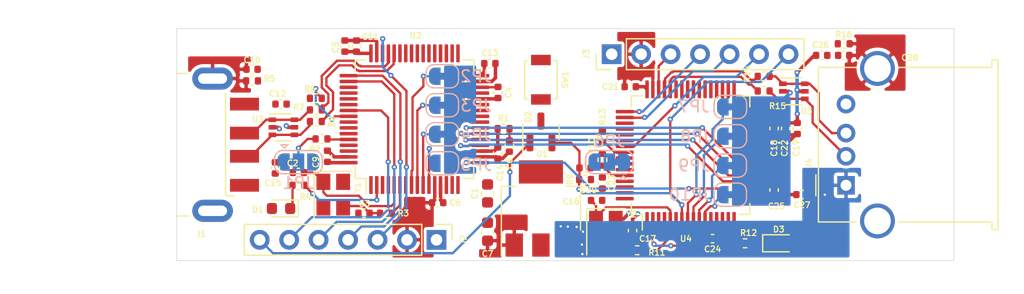
<source format=kicad_pcb>
(kicad_pcb (version 20171130) (host pcbnew 5.1.6-c6e7f7d~87~ubuntu18.04.1)

  (general
    (thickness 1.6)
    (drawings 4)
    (tracks 454)
    (zones 0)
    (modules 69)
    (nets 56)
  )

  (page A4)
  (layers
    (0 F.Cu signal)
    (31 B.Cu signal)
    (32 B.Adhes user)
    (33 F.Adhes user)
    (34 B.Paste user)
    (35 F.Paste user)
    (36 B.SilkS user)
    (37 F.SilkS user)
    (38 B.Mask user)
    (39 F.Mask user)
    (40 Dwgs.User user)
    (41 Cmts.User user)
    (42 Eco1.User user)
    (43 Eco2.User user)
    (44 Edge.Cuts user)
    (45 Margin user)
    (46 B.CrtYd user)
    (47 F.CrtYd user)
    (48 B.Fab user)
    (49 F.Fab user)
  )

  (setup
    (last_trace_width 0.2)
    (trace_clearance 0.2)
    (zone_clearance 0.254)
    (zone_45_only no)
    (trace_min 0.2)
    (via_size 0.45)
    (via_drill 0.2)
    (via_min_size 0.4)
    (via_min_drill 0.2)
    (uvia_size 0.3)
    (uvia_drill 0.1)
    (uvias_allowed no)
    (uvia_min_size 0.2)
    (uvia_min_drill 0.1)
    (edge_width 0.05)
    (segment_width 0.2)
    (pcb_text_width 0.3)
    (pcb_text_size 1.5 1.5)
    (mod_edge_width 0.12)
    (mod_text_size 1 1)
    (mod_text_width 0.15)
    (pad_size 1.524 1.524)
    (pad_drill 0.762)
    (pad_to_mask_clearance 0.05)
    (aux_axis_origin 0 0)
    (visible_elements FFFFFF7F)
    (pcbplotparams
      (layerselection 0x010fc_ffffffff)
      (usegerberextensions false)
      (usegerberattributes true)
      (usegerberadvancedattributes true)
      (creategerberjobfile true)
      (excludeedgelayer true)
      (linewidth 0.100000)
      (plotframeref false)
      (viasonmask false)
      (mode 1)
      (useauxorigin false)
      (hpglpennumber 1)
      (hpglpenspeed 20)
      (hpglpendiameter 15.000000)
      (psnegative false)
      (psa4output false)
      (plotreference true)
      (plotvalue true)
      (plotinvisibletext false)
      (padsonsilk false)
      (subtractmaskfromsilk false)
      (outputformat 1)
      (mirror false)
      (drillshape 1)
      (scaleselection 1)
      (outputdirectory ""))
  )

  (net 0 "")
  (net 1 +5V)
  (net 2 GND)
  (net 3 "Net-(C2-Pad1)")
  (net 4 "Net-(C3-Pad1)")
  (net 5 "Net-(C4-Pad1)")
  (net 6 +3V3)
  (net 7 /UPST_RST)
  (net 8 "Net-(C10-Pad1)")
  (net 9 "Net-(C16-Pad1)")
  (net 10 "Net-(C17-Pad1)")
  (net 11 "Net-(C18-Pad1)")
  (net 12 /DNST_RST)
  (net 13 "Net-(C28-Pad1)")
  (net 14 "Net-(D1-Pad1)")
  (net 15 "Net-(D2-Pad3)")
  (net 16 "Net-(D3-Pad1)")
  (net 17 "Net-(J1-Pad2)")
  (net 18 "Net-(J1-Pad3)")
  (net 19 /UPST_JTDO)
  (net 20 /UPST_JTDI)
  (net 21 /UPST_JTCK)
  (net 22 /UPST_JTMS)
  (net 23 /DNST_JTMS)
  (net 24 /DNST_JTCK)
  (net 25 /DNST_JTDI)
  (net 26 /DNST_JTDO)
  (net 27 "Net-(J4-Pad2)")
  (net 28 "Net-(J4-Pad3)")
  (net 29 "Net-(JP1-Pad2)")
  (net 30 "Net-(JP2-Pad2)")
  (net 31 "Net-(JP3-Pad2)")
  (net 32 "Net-(JP4-Pad2)")
  (net 33 "Net-(JP5-Pad2)")
  (net 34 "Net-(JP6-Pad2)")
  (net 35 "Net-(JP7-Pad2)")
  (net 36 "Net-(JP8-Pad2)")
  (net 37 "Net-(JP9-Pad2)")
  (net 38 "Net-(JP10-Pad2)")
  (net 39 "Net-(R2-Pad1)")
  (net 40 "Net-(R3-Pad1)")
  (net 41 "Net-(R4-Pad1)")
  (net 42 "Net-(R6-Pad2)")
  (net 43 "Net-(R10-Pad1)")
  (net 44 "Net-(R11-Pad1)")
  (net 45 "Net-(R12-Pad1)")
  (net 46 "Net-(R13-Pad2)")
  (net 47 /SPI_MOSI)
  (net 48 /SPI_MISO)
  (net 49 /SPI_SCK)
  (net 50 /SPI_NSS)
  (net 51 /SPI_TX_OK)
  (net 52 /UPST_D+)
  (net 53 /UPST_D-)
  (net 54 /DNST_D+)
  (net 55 /DNST_D-)

  (net_class Default "This is the default net class."
    (clearance 0.2)
    (trace_width 0.2)
    (via_dia 0.45)
    (via_drill 0.2)
    (uvia_dia 0.3)
    (uvia_drill 0.1)
    (diff_pair_width 0.2)
    (diff_pair_gap 0.2)
    (add_net /DNST_D+)
    (add_net /DNST_D-)
    (add_net /DNST_JTCK)
    (add_net /DNST_JTDI)
    (add_net /DNST_JTDO)
    (add_net /DNST_JTMS)
    (add_net /DNST_RST)
    (add_net /SPI_MISO)
    (add_net /SPI_MOSI)
    (add_net /SPI_NSS)
    (add_net /SPI_SCK)
    (add_net /SPI_TX_OK)
    (add_net /UPST_D+)
    (add_net /UPST_D-)
    (add_net /UPST_JTCK)
    (add_net /UPST_JTDI)
    (add_net /UPST_JTDO)
    (add_net /UPST_JTMS)
    (add_net /UPST_RST)
    (add_net "Net-(C10-Pad1)")
    (add_net "Net-(C16-Pad1)")
    (add_net "Net-(C17-Pad1)")
    (add_net "Net-(C18-Pad1)")
    (add_net "Net-(C2-Pad1)")
    (add_net "Net-(C28-Pad1)")
    (add_net "Net-(C3-Pad1)")
    (add_net "Net-(C4-Pad1)")
    (add_net "Net-(D1-Pad1)")
    (add_net "Net-(D2-Pad3)")
    (add_net "Net-(D3-Pad1)")
    (add_net "Net-(J1-Pad2)")
    (add_net "Net-(J1-Pad3)")
    (add_net "Net-(J4-Pad2)")
    (add_net "Net-(J4-Pad3)")
    (add_net "Net-(JP1-Pad2)")
    (add_net "Net-(JP10-Pad2)")
    (add_net "Net-(JP2-Pad2)")
    (add_net "Net-(JP3-Pad2)")
    (add_net "Net-(JP4-Pad2)")
    (add_net "Net-(JP5-Pad2)")
    (add_net "Net-(JP6-Pad2)")
    (add_net "Net-(JP7-Pad2)")
    (add_net "Net-(JP8-Pad2)")
    (add_net "Net-(JP9-Pad2)")
    (add_net "Net-(R10-Pad1)")
    (add_net "Net-(R11-Pad1)")
    (add_net "Net-(R12-Pad1)")
    (add_net "Net-(R13-Pad2)")
    (add_net "Net-(R2-Pad1)")
    (add_net "Net-(R3-Pad1)")
    (add_net "Net-(R4-Pad1)")
    (add_net "Net-(R6-Pad2)")
  )

  (net_class Power ""
    (clearance 0.2)
    (trace_width 0.3)
    (via_dia 0.45)
    (via_drill 0.2)
    (uvia_dia 0.3)
    (uvia_drill 0.1)
    (diff_pair_width 0.2)
    (diff_pair_gap 0.2)
    (add_net +3V3)
    (add_net +5V)
    (add_net GND)
  )

  (module Capacitor_SMD:C_0603_1608Metric (layer F.Cu) (tedit 5F68FEEE) (tstamp 603DBDF2)
    (at 126.8 144.2 90)
    (descr "Capacitor SMD 0603 (1608 Metric), square (rectangular) end terminal, IPC_7351 nominal, (Body size source: IPC-SM-782 page 76, https://www.pcb-3d.com/wordpress/wp-content/uploads/ipc-sm-782a_amendment_1_and_2.pdf), generated with kicad-footprint-generator")
    (tags capacitor)
    (path /60582667)
    (attr smd)
    (fp_text reference C1 (at 0 -1.1 90) (layer F.SilkS)
      (effects (font (size 0.5 0.5) (thickness 0.1)))
    )
    (fp_text value 10u (at 0 1.43 90) (layer F.Fab)
      (effects (font (size 1 1) (thickness 0.15)))
    )
    (fp_line (start 1.48 0.73) (end -1.48 0.73) (layer F.CrtYd) (width 0.05))
    (fp_line (start 1.48 -0.73) (end 1.48 0.73) (layer F.CrtYd) (width 0.05))
    (fp_line (start -1.48 -0.73) (end 1.48 -0.73) (layer F.CrtYd) (width 0.05))
    (fp_line (start -1.48 0.73) (end -1.48 -0.73) (layer F.CrtYd) (width 0.05))
    (fp_line (start -0.14058 0.51) (end 0.14058 0.51) (layer F.SilkS) (width 0.12))
    (fp_line (start -0.14058 -0.51) (end 0.14058 -0.51) (layer F.SilkS) (width 0.12))
    (fp_line (start 0.8 0.4) (end -0.8 0.4) (layer F.Fab) (width 0.1))
    (fp_line (start 0.8 -0.4) (end 0.8 0.4) (layer F.Fab) (width 0.1))
    (fp_line (start -0.8 -0.4) (end 0.8 -0.4) (layer F.Fab) (width 0.1))
    (fp_line (start -0.8 0.4) (end -0.8 -0.4) (layer F.Fab) (width 0.1))
    (fp_text user %R (at 0 0 90) (layer F.Fab)
      (effects (font (size 0.4 0.4) (thickness 0.06)))
    )
    (pad 1 smd roundrect (at -0.775 0 90) (size 0.9 0.95) (layers F.Cu F.Paste F.Mask) (roundrect_rratio 0.25)
      (net 1 +5V))
    (pad 2 smd roundrect (at 0.775 0 90) (size 0.9 0.95) (layers F.Cu F.Paste F.Mask) (roundrect_rratio 0.25)
      (net 2 GND))
    (model ${KICAD6_3DMODEL_DIR}/Capacitor_SMD.3dshapes/C_0603_1608Metric.wrl
      (at (xyz 0 0 0))
      (scale (xyz 1 1 1))
      (rotate (xyz 0 0 0))
    )
  )

  (module Capacitor_SMD:C_0603_1608Metric (layer F.Cu) (tedit 5F68FEEE) (tstamp 60385ED9)
    (at 126.8 147.5 270)
    (descr "Capacitor SMD 0603 (1608 Metric), square (rectangular) end terminal, IPC_7351 nominal, (Body size source: IPC-SM-782 page 76, https://www.pcb-3d.com/wordpress/wp-content/uploads/ipc-sm-782a_amendment_1_and_2.pdf), generated with kicad-footprint-generator")
    (tags capacitor)
    (path /6058266D)
    (attr smd)
    (fp_text reference C7 (at 1.9 0) (layer F.SilkS)
      (effects (font (size 0.5 0.5) (thickness 0.1)))
    )
    (fp_text value 22u (at 0 1.43 90) (layer F.Fab)
      (effects (font (size 1 1) (thickness 0.15)))
    )
    (fp_line (start 1.48 0.73) (end -1.48 0.73) (layer F.CrtYd) (width 0.05))
    (fp_line (start 1.48 -0.73) (end 1.48 0.73) (layer F.CrtYd) (width 0.05))
    (fp_line (start -1.48 -0.73) (end 1.48 -0.73) (layer F.CrtYd) (width 0.05))
    (fp_line (start -1.48 0.73) (end -1.48 -0.73) (layer F.CrtYd) (width 0.05))
    (fp_line (start -0.14058 0.51) (end 0.14058 0.51) (layer F.SilkS) (width 0.12))
    (fp_line (start -0.14058 -0.51) (end 0.14058 -0.51) (layer F.SilkS) (width 0.12))
    (fp_line (start 0.8 0.4) (end -0.8 0.4) (layer F.Fab) (width 0.1))
    (fp_line (start 0.8 -0.4) (end 0.8 0.4) (layer F.Fab) (width 0.1))
    (fp_line (start -0.8 -0.4) (end 0.8 -0.4) (layer F.Fab) (width 0.1))
    (fp_line (start -0.8 0.4) (end -0.8 -0.4) (layer F.Fab) (width 0.1))
    (fp_text user %R (at 0 0 90) (layer F.Fab)
      (effects (font (size 0.4 0.4) (thickness 0.06)))
    )
    (pad 1 smd roundrect (at -0.775 0 270) (size 0.9 0.95) (layers F.Cu F.Paste F.Mask) (roundrect_rratio 0.25)
      (net 6 +3V3))
    (pad 2 smd roundrect (at 0.775 0 270) (size 0.9 0.95) (layers F.Cu F.Paste F.Mask) (roundrect_rratio 0.25)
      (net 2 GND))
    (model ${KICAD6_3DMODEL_DIR}/Capacitor_SMD.3dshapes/C_0603_1608Metric.wrl
      (at (xyz 0 0 0))
      (scale (xyz 1 1 1))
      (rotate (xyz 0 0 0))
    )
  )

  (module LED_SMD:LED_0603_1608Metric (layer F.Cu) (tedit 5F68FEF1) (tstamp 60386051)
    (at 109 145.5 180)
    (descr "LED SMD 0603 (1608 Metric), square (rectangular) end terminal, IPC_7351 nominal, (Body size source: http://www.tortai-tech.com/upload/download/2011102023233369053.pdf), generated with kicad-footprint-generator")
    (tags LED)
    (path /603E0EEE)
    (attr smd)
    (fp_text reference D1 (at 2 -0.1) (layer F.SilkS)
      (effects (font (size 0.5 0.5) (thickness 0.1)))
    )
    (fp_text value FAULT_U1 (at 0 1.43) (layer F.Fab)
      (effects (font (size 1 1) (thickness 0.15)))
    )
    (fp_line (start 1.48 0.73) (end -1.48 0.73) (layer F.CrtYd) (width 0.05))
    (fp_line (start 1.48 -0.73) (end 1.48 0.73) (layer F.CrtYd) (width 0.05))
    (fp_line (start -1.48 -0.73) (end 1.48 -0.73) (layer F.CrtYd) (width 0.05))
    (fp_line (start -1.48 0.73) (end -1.48 -0.73) (layer F.CrtYd) (width 0.05))
    (fp_line (start -1.485 0.735) (end 0.8 0.735) (layer F.SilkS) (width 0.12))
    (fp_line (start -1.485 -0.735) (end -1.485 0.735) (layer F.SilkS) (width 0.12))
    (fp_line (start 0.8 -0.735) (end -1.485 -0.735) (layer F.SilkS) (width 0.12))
    (fp_line (start 0.8 0.4) (end 0.8 -0.4) (layer F.Fab) (width 0.1))
    (fp_line (start -0.8 0.4) (end 0.8 0.4) (layer F.Fab) (width 0.1))
    (fp_line (start -0.8 -0.1) (end -0.8 0.4) (layer F.Fab) (width 0.1))
    (fp_line (start -0.5 -0.4) (end -0.8 -0.1) (layer F.Fab) (width 0.1))
    (fp_line (start 0.8 -0.4) (end -0.5 -0.4) (layer F.Fab) (width 0.1))
    (fp_text user %R (at 0 0) (layer F.Fab)
      (effects (font (size 0.4 0.4) (thickness 0.06)))
    )
    (pad 1 smd roundrect (at -0.7875 0 180) (size 0.875 0.95) (layers F.Cu F.Paste F.Mask) (roundrect_rratio 0.25)
      (net 14 "Net-(D1-Pad1)"))
    (pad 2 smd roundrect (at 0.7875 0 180) (size 0.875 0.95) (layers F.Cu F.Paste F.Mask) (roundrect_rratio 0.25)
      (net 6 +3V3))
    (model ${KICAD6_3DMODEL_DIR}/LED_SMD.3dshapes/LED_0603_1608Metric.wrl
      (at (xyz 0 0 0))
      (scale (xyz 1 1 1))
      (rotate (xyz 0 0 0))
    )
  )

  (module Package_TO_SOT_SMD:SOT-23 (layer F.Cu) (tedit 5FA16958) (tstamp 60386066)
    (at 131.4 138.9 90)
    (descr "SOT, 3 Pin (https://www.jedec.org/system/files/docs/to-236h.pdf variant AB), generated with kicad-footprint-generator ipc_gullwing_generator.py")
    (tags "SOT TO_SOT_SMD")
    (path /606735EC)
    (attr smd)
    (fp_text reference D2 (at 1.3 -1.1 90) (layer F.SilkS)
      (effects (font (size 0.5 0.5) (thickness 0.1)))
    )
    (fp_text value D_Dual_CommonCathode_AAK (at 0 2.4 90) (layer F.Fab)
      (effects (font (size 1 1) (thickness 0.15)))
    )
    (fp_line (start 1.92 -1.7) (end -1.92 -1.7) (layer F.CrtYd) (width 0.05))
    (fp_line (start 1.92 1.7) (end 1.92 -1.7) (layer F.CrtYd) (width 0.05))
    (fp_line (start -1.92 1.7) (end 1.92 1.7) (layer F.CrtYd) (width 0.05))
    (fp_line (start -1.92 -1.7) (end -1.92 1.7) (layer F.CrtYd) (width 0.05))
    (fp_line (start -0.65 -1.125) (end -0.325 -1.45) (layer F.Fab) (width 0.1))
    (fp_line (start -0.65 1.45) (end -0.65 -1.125) (layer F.Fab) (width 0.1))
    (fp_line (start 0.65 1.45) (end -0.65 1.45) (layer F.Fab) (width 0.1))
    (fp_line (start 0.65 -1.45) (end 0.65 1.45) (layer F.Fab) (width 0.1))
    (fp_line (start -0.325 -1.45) (end 0.65 -1.45) (layer F.Fab) (width 0.1))
    (fp_line (start 0 -1.56) (end -1.675 -1.56) (layer F.SilkS) (width 0.12))
    (fp_line (start 0 -1.56) (end 0.65 -1.56) (layer F.SilkS) (width 0.12))
    (fp_line (start 0 1.56) (end -0.65 1.56) (layer F.SilkS) (width 0.12))
    (fp_line (start 0 1.56) (end 0.65 1.56) (layer F.SilkS) (width 0.12))
    (fp_text user %R (at 0 0 90) (layer F.Fab)
      (effects (font (size 0.32 0.32) (thickness 0.05)))
    )
    (pad 1 smd roundrect (at -0.9375 -0.95 90) (size 1.475 0.6) (layers F.Cu F.Paste F.Mask) (roundrect_rratio 0.25)
      (net 7 /UPST_RST))
    (pad 2 smd roundrect (at -0.9375 0.95 90) (size 1.475 0.6) (layers F.Cu F.Paste F.Mask) (roundrect_rratio 0.25)
      (net 12 /DNST_RST))
    (pad 3 smd roundrect (at 0.9375 0 90) (size 1.475 0.6) (layers F.Cu F.Paste F.Mask) (roundrect_rratio 0.25)
      (net 15 "Net-(D2-Pad3)"))
    (model ${KICAD6_3DMODEL_DIR}/Package_TO_SOT_SMD.3dshapes/SOT-23.wrl
      (at (xyz 0 0 0))
      (scale (xyz 1 1 1))
      (rotate (xyz 0 0 0))
    )
  )

  (module LED_SMD:LED_0603_1608Metric (layer F.Cu) (tedit 5F68FEF1) (tstamp 60386079)
    (at 152 148.5)
    (descr "LED SMD 0603 (1608 Metric), square (rectangular) end terminal, IPC_7351 nominal, (Body size source: http://www.tortai-tech.com/upload/download/2011102023233369053.pdf), generated with kicad-footprint-generator")
    (tags LED)
    (path /60517DB2)
    (attr smd)
    (fp_text reference D3 (at -0.1 -1.2) (layer F.SilkS)
      (effects (font (size 0.5 0.5) (thickness 0.1)))
    )
    (fp_text value FAULT_D1 (at 0 1.43) (layer F.Fab)
      (effects (font (size 1 1) (thickness 0.15)))
    )
    (fp_line (start 0.8 -0.4) (end -0.5 -0.4) (layer F.Fab) (width 0.1))
    (fp_line (start -0.5 -0.4) (end -0.8 -0.1) (layer F.Fab) (width 0.1))
    (fp_line (start -0.8 -0.1) (end -0.8 0.4) (layer F.Fab) (width 0.1))
    (fp_line (start -0.8 0.4) (end 0.8 0.4) (layer F.Fab) (width 0.1))
    (fp_line (start 0.8 0.4) (end 0.8 -0.4) (layer F.Fab) (width 0.1))
    (fp_line (start 0.8 -0.735) (end -1.485 -0.735) (layer F.SilkS) (width 0.12))
    (fp_line (start -1.485 -0.735) (end -1.485 0.735) (layer F.SilkS) (width 0.12))
    (fp_line (start -1.485 0.735) (end 0.8 0.735) (layer F.SilkS) (width 0.12))
    (fp_line (start -1.48 0.73) (end -1.48 -0.73) (layer F.CrtYd) (width 0.05))
    (fp_line (start -1.48 -0.73) (end 1.48 -0.73) (layer F.CrtYd) (width 0.05))
    (fp_line (start 1.48 -0.73) (end 1.48 0.73) (layer F.CrtYd) (width 0.05))
    (fp_line (start 1.48 0.73) (end -1.48 0.73) (layer F.CrtYd) (width 0.05))
    (fp_text user %R (at 0 0) (layer F.Fab)
      (effects (font (size 0.4 0.4) (thickness 0.06)))
    )
    (pad 2 smd roundrect (at 0.7875 0) (size 0.875 0.95) (layers F.Cu F.Paste F.Mask) (roundrect_rratio 0.25)
      (net 6 +3V3))
    (pad 1 smd roundrect (at -0.7875 0) (size 0.875 0.95) (layers F.Cu F.Paste F.Mask) (roundrect_rratio 0.25)
      (net 16 "Net-(D3-Pad1)"))
    (model ${KICAD6_3DMODEL_DIR}/LED_SMD.3dshapes/LED_0603_1608Metric.wrl
      (at (xyz 0 0 0))
      (scale (xyz 1 1 1))
      (rotate (xyz 0 0 0))
    )
  )

  (module Connector_USB:USB_A_CNCTech_1001-011-01101_Horizontal (layer F.Cu) (tedit 5E754393) (tstamp 603860AD)
    (at 96.2 140 180)
    (descr "USB type A Plug, Horizontal, http://cnctech.us/pdfs/1001-011-01101.pdf")
    (tags USB-A)
    (path /60390DEF)
    (attr smd)
    (fp_text reference J1 (at -5.9 -7.7) (layer F.SilkS)
      (effects (font (size 0.5 0.5) (thickness 0.1)))
    )
    (fp_text value USB_A_Plug (at 0 8 180) (layer F.Fab)
      (effects (font (size 1 1) (thickness 0.15)))
    )
    (fp_line (start -7.25 -4) (end -7.25 -3.05) (layer F.Fab) (width 0.1))
    (fp_line (start -7.75 -3.5) (end -7.25 -4) (layer F.Fab) (width 0.1))
    (fp_line (start -7.75 -3.5) (end -7.25 -3) (layer F.Fab) (width 0.1))
    (fp_line (start -8.02 -4.4) (end -8.775 -4.4) (layer F.SilkS) (width 0.12))
    (fp_line (start -11.4 4.55) (end -9.15 4.55) (layer F.CrtYd) (width 0.05))
    (fp_line (start -9.15 4.55) (end -9.15 7.15) (layer F.CrtYd) (width 0.05))
    (fp_line (start -9.15 7.15) (end -4.65 7.15) (layer F.CrtYd) (width 0.05))
    (fp_line (start -4.65 7.15) (end -4.65 6.52) (layer F.CrtYd) (width 0.05))
    (fp_line (start -4.65 6.52) (end 11.4 6.52) (layer F.CrtYd) (width 0.05))
    (fp_line (start 11.4 6.52) (end 11.4 -6.52) (layer F.CrtYd) (width 0.05))
    (fp_line (start -4.65 -6.52) (end 11.4 -6.52) (layer F.CrtYd) (width 0.05))
    (fp_line (start -4.65 -6.52) (end -4.65 -7.15) (layer F.CrtYd) (width 0.05))
    (fp_line (start -9.15 -7.15) (end -4.65 -7.15) (layer F.CrtYd) (width 0.05))
    (fp_line (start -9.15 -7.15) (end -9.15 -4.55) (layer F.CrtYd) (width 0.05))
    (fp_line (start -11.4 -4.55) (end -9.15 -4.55) (layer F.CrtYd) (width 0.05))
    (fp_line (start -11.4 4.55) (end -11.4 -4.55) (layer F.CrtYd) (width 0.05))
    (fp_line (start -4.85 6.145) (end -3.8 6.145) (layer F.SilkS) (width 0.12))
    (fp_line (start -4.85 -6.145) (end -3.8 -6.145) (layer F.SilkS) (width 0.12))
    (fp_line (start -3.8 6.025) (end -3.8 -6.025) (layer Dwgs.User) (width 0.1))
    (fp_line (start -8.02 -4.4) (end -8.02 4.4) (layer F.SilkS) (width 0.12))
    (fp_circle (center -6.9 2.3) (end -6.9 2.8) (layer F.Fab) (width 0.1))
    (fp_circle (center -6.9 -2.3) (end -6.9 -2.8) (layer F.Fab) (width 0.1))
    (fp_line (start -10.4 -3.25) (end -7.9 -3.25) (layer F.Fab) (width 0.1))
    (fp_line (start -10.4 -3.25) (end -10.4 -3.75) (layer F.Fab) (width 0.1))
    (fp_line (start -10.4 -3.75) (end -7.9 -3.75) (layer F.Fab) (width 0.1))
    (fp_line (start -10.4 -1.25) (end -7.9 -1.25) (layer F.Fab) (width 0.1))
    (fp_line (start -10.4 -0.75) (end -7.9 -0.75) (layer F.Fab) (width 0.1))
    (fp_line (start -10.4 -0.75) (end -10.4 -1.25) (layer F.Fab) (width 0.1))
    (fp_line (start -10.4 1.25) (end -7.9 1.25) (layer F.Fab) (width 0.1))
    (fp_line (start -10.4 1.25) (end -10.4 0.75) (layer F.Fab) (width 0.1))
    (fp_line (start -10.4 0.75) (end -7.9 0.75) (layer F.Fab) (width 0.1))
    (fp_line (start -10.4 3.75) (end -7.9 3.75) (layer F.Fab) (width 0.1))
    (fp_line (start -10.4 3.25) (end -7.9 3.25) (layer F.Fab) (width 0.1))
    (fp_line (start -10.4 3.75) (end -10.4 3.25) (layer F.Fab) (width 0.1))
    (fp_line (start 10.9 6.025) (end 10.9 -6.025) (layer F.Fab) (width 0.1))
    (fp_line (start -7.9 6.025) (end 10.9 6.025) (layer F.Fab) (width 0.1))
    (fp_line (start -7.9 -6.025) (end 10.9 -6.025) (layer F.Fab) (width 0.1))
    (fp_line (start -7.9 6.025) (end -7.9 -6.025) (layer F.Fab) (width 0.1))
    (fp_text user "PCB Edge" (at -4.55 -0.05 90) (layer Dwgs.User)
      (effects (font (size 0.6 0.6) (thickness 0.09)))
    )
    (fp_text user %R (at -6 0 90) (layer F.Fab)
      (effects (font (size 1 1) (thickness 0.15)))
    )
    (pad 2 smd rect (at -9.65 -1 180) (size 2.5 1.1) (layers F.Cu F.Paste F.Mask)
      (net 17 "Net-(J1-Pad2)"))
    (pad 3 smd rect (at -9.65 1 180) (size 2.5 1.1) (layers F.Cu F.Paste F.Mask)
      (net 18 "Net-(J1-Pad3)"))
    (pad 1 smd rect (at -9.65 -3.5 180) (size 2.5 1.1) (layers F.Cu F.Paste F.Mask)
      (net 1 +5V))
    (pad 4 smd rect (at -9.65 3.5 180) (size 2.5 1.1) (layers F.Cu F.Paste F.Mask)
      (net 2 GND))
    (pad 5 thru_hole oval (at -6.9 -5.7 180) (size 3.5 1.9) (drill oval 2.5 0.9) (layers *.Cu *.Mask)
      (net 8 "Net-(C10-Pad1)"))
    (pad 5 thru_hole oval (at -6.9 5.7 180) (size 3.5 1.9) (drill oval 2.5 0.9) (layers *.Cu *.Mask)
      (net 8 "Net-(C10-Pad1)"))
    (pad "" np_thru_hole circle (at -6.9 -2.3 180) (size 1.1 1.1) (drill 1.1) (layers *.Cu *.Mask))
    (pad "" np_thru_hole circle (at -6.9 2.3 180) (size 1.1 1.1) (drill 1.1) (layers *.Cu *.Mask))
    (model ${KICAD6_3DMODEL_DIR}/Connector_USB.3dshapes/USB_A_CNCTech_1001-011-01101_Horizontal.wrl
      (at (xyz 0 0 0))
      (scale (xyz 1 1 1))
      (rotate (xyz 0 0 0))
    )
  )

  (module Connector_PinHeader_2.54mm:PinHeader_1x07_P2.54mm_Vertical (layer F.Cu) (tedit 59FED5CC) (tstamp 603860C8)
    (at 122.4 148.2 270)
    (descr "Through hole straight pin header, 1x07, 2.54mm pitch, single row")
    (tags "Through hole pin header THT 1x07 2.54mm single row")
    (path /60431BD6)
    (fp_text reference J2 (at 0 -2.33 90) (layer F.SilkS)
      (effects (font (size 0.5 0.5) (thickness 0.1)))
    )
    (fp_text value Conn_01x07 (at 0 17.57 90) (layer F.Fab)
      (effects (font (size 1 1) (thickness 0.15)))
    )
    (fp_line (start -0.635 -1.27) (end 1.27 -1.27) (layer F.Fab) (width 0.1))
    (fp_line (start 1.27 -1.27) (end 1.27 16.51) (layer F.Fab) (width 0.1))
    (fp_line (start 1.27 16.51) (end -1.27 16.51) (layer F.Fab) (width 0.1))
    (fp_line (start -1.27 16.51) (end -1.27 -0.635) (layer F.Fab) (width 0.1))
    (fp_line (start -1.27 -0.635) (end -0.635 -1.27) (layer F.Fab) (width 0.1))
    (fp_line (start -1.33 16.57) (end 1.33 16.57) (layer F.SilkS) (width 0.12))
    (fp_line (start -1.33 1.27) (end -1.33 16.57) (layer F.SilkS) (width 0.12))
    (fp_line (start 1.33 1.27) (end 1.33 16.57) (layer F.SilkS) (width 0.12))
    (fp_line (start -1.33 1.27) (end 1.33 1.27) (layer F.SilkS) (width 0.12))
    (fp_line (start -1.33 0) (end -1.33 -1.33) (layer F.SilkS) (width 0.12))
    (fp_line (start -1.33 -1.33) (end 0 -1.33) (layer F.SilkS) (width 0.12))
    (fp_line (start -1.8 -1.8) (end -1.8 17.05) (layer F.CrtYd) (width 0.05))
    (fp_line (start -1.8 17.05) (end 1.8 17.05) (layer F.CrtYd) (width 0.05))
    (fp_line (start 1.8 17.05) (end 1.8 -1.8) (layer F.CrtYd) (width 0.05))
    (fp_line (start 1.8 -1.8) (end -1.8 -1.8) (layer F.CrtYd) (width 0.05))
    (fp_text user %R (at 0 7.62) (layer F.Fab)
      (effects (font (size 1 1) (thickness 0.15)))
    )
    (pad 7 thru_hole oval (at 0 15.24 270) (size 1.7 1.7) (drill 1) (layers *.Cu *.Mask)
      (net 7 /UPST_RST))
    (pad 6 thru_hole oval (at 0 12.7 270) (size 1.7 1.7) (drill 1) (layers *.Cu *.Mask)
      (net 19 /UPST_JTDO))
    (pad 5 thru_hole oval (at 0 10.16 270) (size 1.7 1.7) (drill 1) (layers *.Cu *.Mask)
      (net 20 /UPST_JTDI))
    (pad 4 thru_hole oval (at 0 7.62 270) (size 1.7 1.7) (drill 1) (layers *.Cu *.Mask)
      (net 21 /UPST_JTCK))
    (pad 3 thru_hole oval (at 0 5.08 270) (size 1.7 1.7) (drill 1) (layers *.Cu *.Mask)
      (net 22 /UPST_JTMS))
    (pad 2 thru_hole oval (at 0 2.54 270) (size 1.7 1.7) (drill 1) (layers *.Cu *.Mask)
      (net 2 GND))
    (pad 1 thru_hole rect (at 0 0 270) (size 1.7 1.7) (drill 1) (layers *.Cu *.Mask)
      (net 6 +3V3))
    (model ${KICAD6_3DMODEL_DIR}/Connector_PinHeader_2.54mm.3dshapes/PinHeader_1x07_P2.54mm_Vertical.wrl
      (at (xyz 0 0 0))
      (scale (xyz 1 1 1))
      (rotate (xyz 0 0 0))
    )
  )

  (module Connector_PinHeader_2.54mm:PinHeader_1x07_P2.54mm_Vertical (layer F.Cu) (tedit 59FED5CC) (tstamp 603860E3)
    (at 137.5 132.2 90)
    (descr "Through hole straight pin header, 1x07, 2.54mm pitch, single row")
    (tags "Through hole pin header THT 1x07 2.54mm single row")
    (path /60517DF6)
    (fp_text reference J3 (at 0 -2.2 90) (layer F.SilkS)
      (effects (font (size 0.5 0.5) (thickness 0.1)))
    )
    (fp_text value Conn_01x07 (at 0 17.57 90) (layer F.Fab)
      (effects (font (size 1 1) (thickness 0.15)))
    )
    (fp_line (start 1.8 -1.8) (end -1.8 -1.8) (layer F.CrtYd) (width 0.05))
    (fp_line (start 1.8 17.05) (end 1.8 -1.8) (layer F.CrtYd) (width 0.05))
    (fp_line (start -1.8 17.05) (end 1.8 17.05) (layer F.CrtYd) (width 0.05))
    (fp_line (start -1.8 -1.8) (end -1.8 17.05) (layer F.CrtYd) (width 0.05))
    (fp_line (start -1.33 -1.33) (end 0 -1.33) (layer F.SilkS) (width 0.12))
    (fp_line (start -1.33 0) (end -1.33 -1.33) (layer F.SilkS) (width 0.12))
    (fp_line (start -1.33 1.27) (end 1.33 1.27) (layer F.SilkS) (width 0.12))
    (fp_line (start 1.33 1.27) (end 1.33 16.57) (layer F.SilkS) (width 0.12))
    (fp_line (start -1.33 1.27) (end -1.33 16.57) (layer F.SilkS) (width 0.12))
    (fp_line (start -1.33 16.57) (end 1.33 16.57) (layer F.SilkS) (width 0.12))
    (fp_line (start -1.27 -0.635) (end -0.635 -1.27) (layer F.Fab) (width 0.1))
    (fp_line (start -1.27 16.51) (end -1.27 -0.635) (layer F.Fab) (width 0.1))
    (fp_line (start 1.27 16.51) (end -1.27 16.51) (layer F.Fab) (width 0.1))
    (fp_line (start 1.27 -1.27) (end 1.27 16.51) (layer F.Fab) (width 0.1))
    (fp_line (start -0.635 -1.27) (end 1.27 -1.27) (layer F.Fab) (width 0.1))
    (fp_text user %R (at 0 7.62) (layer F.Fab)
      (effects (font (size 1 1) (thickness 0.15)))
    )
    (pad 1 thru_hole rect (at 0 0 90) (size 1.7 1.7) (drill 1) (layers *.Cu *.Mask)
      (net 6 +3V3))
    (pad 2 thru_hole oval (at 0 2.54 90) (size 1.7 1.7) (drill 1) (layers *.Cu *.Mask)
      (net 2 GND))
    (pad 3 thru_hole oval (at 0 5.08 90) (size 1.7 1.7) (drill 1) (layers *.Cu *.Mask)
      (net 23 /DNST_JTMS))
    (pad 4 thru_hole oval (at 0 7.62 90) (size 1.7 1.7) (drill 1) (layers *.Cu *.Mask)
      (net 24 /DNST_JTCK))
    (pad 5 thru_hole oval (at 0 10.16 90) (size 1.7 1.7) (drill 1) (layers *.Cu *.Mask)
      (net 25 /DNST_JTDI))
    (pad 6 thru_hole oval (at 0 12.7 90) (size 1.7 1.7) (drill 1) (layers *.Cu *.Mask)
      (net 26 /DNST_JTDO))
    (pad 7 thru_hole oval (at 0 15.24 90) (size 1.7 1.7) (drill 1) (layers *.Cu *.Mask)
      (net 12 /DNST_RST))
    (model ${KICAD6_3DMODEL_DIR}/Connector_PinHeader_2.54mm.3dshapes/PinHeader_1x07_P2.54mm_Vertical.wrl
      (at (xyz 0 0 0))
      (scale (xyz 1 1 1))
      (rotate (xyz 0 0 0))
    )
  )

  (module Connector_USB:USB_A_Molex_67643_Horizontal (layer F.Cu) (tedit 5EA03975) (tstamp 60386110)
    (at 157.7 143.5 90)
    (descr "USB type A, Horizontal, https://www.molex.com/pdm_docs/sd/676433910_sd.pdf")
    (tags "USB_A Female Connector receptacle")
    (path /6069759E)
    (fp_text reference J4 (at 1.9 -3.2 90) (layer F.SilkS)
      (effects (font (size 0.5 0.5) (thickness 0.1)))
    )
    (fp_text value USB_A_Socket (at 3.5 14.5 90) (layer F.Fab)
      (effects (font (size 1 1) (thickness 0.15)))
    )
    (fp_line (start 0 -1.27) (end 1 -2.27) (layer F.Fab) (width 0.1))
    (fp_line (start -1 -2.27) (end 0 -1.27) (layer F.Fab) (width 0.1))
    (fp_line (start -0.9 -2.6) (end 0.9 -2.6) (layer F.SilkS) (width 0.12))
    (fp_line (start -3.05 12.69) (end -3.7 12.69) (layer F.Fab) (width 0.1))
    (fp_line (start 10.81 12.58) (end 10.16 12.58) (layer F.SilkS) (width 0.12))
    (fp_line (start -3.81 12.58) (end -3.81 13.1) (layer F.SilkS) (width 0.12))
    (fp_line (start 10.16 4.47) (end 10.16 12.58) (layer F.SilkS) (width 0.12))
    (fp_line (start -3.81 13.1) (end 10.81 13.1) (layer F.SilkS) (width 0.12))
    (fp_line (start 10.81 13.1) (end 10.81 12.58) (layer F.SilkS) (width 0.12))
    (fp_line (start -3.05 12.69) (end -3.05 -2.27) (layer F.Fab) (width 0.1))
    (fp_line (start 10.16 -2.38) (end 10.16 0.95) (layer F.SilkS) (width 0.12))
    (fp_line (start -3.16 -2.38) (end -3.16 0.95) (layer F.SilkS) (width 0.12))
    (fp_line (start -3.16 -2.38) (end 10.16 -2.38) (layer F.SilkS) (width 0.12))
    (fp_line (start -3.55 12.19) (end -3.55 4.66) (layer F.CrtYd) (width 0.05))
    (fp_line (start -4.2 12.19) (end -3.55 12.19) (layer F.CrtYd) (width 0.05))
    (fp_line (start -4.2 13.49) (end -4.2 12.19) (layer F.CrtYd) (width 0.05))
    (fp_line (start 10.55 12.19) (end 10.55 4.66) (layer F.CrtYd) (width 0.05))
    (fp_line (start 11.2 12.19) (end 10.55 12.19) (layer F.CrtYd) (width 0.05))
    (fp_line (start 11.2 13.49) (end 11.2 12.19) (layer F.CrtYd) (width 0.05))
    (fp_line (start -4.2 13.49) (end 11.2 13.49) (layer F.CrtYd) (width 0.05))
    (fp_line (start -3.55 -2.77) (end -3.55 0.76) (layer F.CrtYd) (width 0.05))
    (fp_line (start 10.55 -2.77) (end 10.55 0.76) (layer F.CrtYd) (width 0.05))
    (fp_line (start -3.55 -2.77) (end 10.55 -2.77) (layer F.CrtYd) (width 0.05))
    (fp_line (start -3.05 9.27) (end 10.05 9.27) (layer F.Fab) (width 0.1))
    (fp_line (start 10.7 12.69) (end 10.05 12.69) (layer F.Fab) (width 0.1))
    (fp_line (start 10.7 12.99) (end 10.7 12.69) (layer F.Fab) (width 0.1))
    (fp_line (start -3.7 12.99) (end 10.7 12.99) (layer F.Fab) (width 0.1))
    (fp_line (start -3.7 12.69) (end -3.7 12.99) (layer F.Fab) (width 0.1))
    (fp_line (start -3.16 12.58) (end -3.81 12.58) (layer F.SilkS) (width 0.12))
    (fp_line (start -3.16 12.58) (end -3.16 4.47) (layer F.SilkS) (width 0.12))
    (fp_line (start 10.05 -2.27) (end 10.05 12.69) (layer F.Fab) (width 0.1))
    (fp_line (start -3.05 -2.27) (end 10.05 -2.27) (layer F.Fab) (width 0.1))
    (fp_text user %R (at 3.5 3.7 90) (layer F.Fab)
      (effects (font (size 1 1) (thickness 0.15)))
    )
    (fp_arc (start -3.07 2.71) (end -3.55 0.76) (angle -152.3426981) (layer F.CrtYd) (width 0.05))
    (fp_arc (start 10.07 2.71) (end 10.55 4.66) (angle -152.3426981) (layer F.CrtYd) (width 0.05))
    (pad 5 thru_hole circle (at -3.07 2.71 90) (size 3 3) (drill 2.3) (layers *.Cu *.Mask)
      (net 13 "Net-(C28-Pad1)"))
    (pad 5 thru_hole circle (at 10.07 2.71 90) (size 3 3) (drill 2.3) (layers *.Cu *.Mask)
      (net 13 "Net-(C28-Pad1)"))
    (pad 1 thru_hole rect (at 0 0 90) (size 1.6 1.5) (drill 0.95) (layers *.Cu *.Mask)
      (net 1 +5V))
    (pad 2 thru_hole circle (at 2.5 0 90) (size 1.6 1.6) (drill 0.95) (layers *.Cu *.Mask)
      (net 27 "Net-(J4-Pad2)"))
    (pad 3 thru_hole circle (at 4.5 0 90) (size 1.6 1.6) (drill 0.95) (layers *.Cu *.Mask)
      (net 28 "Net-(J4-Pad3)"))
    (pad 4 thru_hole circle (at 7 0 90) (size 1.6 1.6) (drill 0.95) (layers *.Cu *.Mask)
      (net 2 GND))
    (model ${KICAD6_3DMODEL_DIR}/Connector_USB.3dshapes/USB_A_Molex_67643_Horizontal.wrl
      (at (xyz 0 0 0))
      (scale (xyz 1 1 1))
      (rotate (xyz 0 0 0))
    )
  )

  (module Jumper:SolderJumper-3_P1.3mm_Bridged12_RoundedPad1.0x1.5mm (layer B.Cu) (tedit 5C745321) (tstamp 60386127)
    (at 110.5 141.5)
    (descr "SMD Solder 3-pad Jumper, 1x1.5mm rounded Pads, 0.3mm gap, pads 1-2 bridged with 1 copper strip")
    (tags "solder jumper open")
    (path /603C7955)
    (attr virtual)
    (fp_text reference JP1 (at 0 1.8) (layer B.SilkS)
      (effects (font (size 1 1) (thickness 0.15)) (justify mirror))
    )
    (fp_text value BOOT_U_1 (at 0 -1.9) (layer B.Fab)
      (effects (font (size 1 1) (thickness 0.15)) (justify mirror))
    )
    (fp_poly (pts (xy -0.9 0.3) (xy -0.4 0.3) (xy -0.4 -0.3) (xy -0.9 -0.3)) (layer B.Cu) (width 0))
    (fp_line (start 2.3 -1.25) (end -2.3 -1.25) (layer B.CrtYd) (width 0.05))
    (fp_line (start 2.3 -1.25) (end 2.3 1.25) (layer B.CrtYd) (width 0.05))
    (fp_line (start -2.3 1.25) (end -2.3 -1.25) (layer B.CrtYd) (width 0.05))
    (fp_line (start -2.3 1.25) (end 2.3 1.25) (layer B.CrtYd) (width 0.05))
    (fp_line (start -1.4 1) (end 1.4 1) (layer B.SilkS) (width 0.12))
    (fp_line (start 2.05 0.3) (end 2.05 -0.3) (layer B.SilkS) (width 0.12))
    (fp_line (start 1.4 -1) (end -1.4 -1) (layer B.SilkS) (width 0.12))
    (fp_line (start -2.05 -0.3) (end -2.05 0.3) (layer B.SilkS) (width 0.12))
    (fp_line (start -1.2 -1.2) (end -1.5 -1.5) (layer B.SilkS) (width 0.12))
    (fp_line (start -1.5 -1.5) (end -0.9 -1.5) (layer B.SilkS) (width 0.12))
    (fp_line (start -1.2 -1.2) (end -0.9 -1.5) (layer B.SilkS) (width 0.12))
    (fp_arc (start 1.35 0.3) (end 2.05 0.3) (angle 90) (layer B.SilkS) (width 0.12))
    (fp_arc (start 1.35 -0.3) (end 1.35 -1) (angle 90) (layer B.SilkS) (width 0.12))
    (fp_arc (start -1.35 -0.3) (end -2.05 -0.3) (angle 90) (layer B.SilkS) (width 0.12))
    (fp_arc (start -1.35 0.3) (end -1.35 1) (angle 90) (layer B.SilkS) (width 0.12))
    (pad 3 smd custom (at 1.3 0) (size 1 0.5) (layers B.Cu B.Mask)
      (net 6 +3V3) (zone_connect 2)
      (options (clearance outline) (anchor rect))
      (primitives
        (gr_circle (center 0 -0.25) (end 0.5 -0.25) (width 0))
        (gr_circle (center 0 0.25) (end 0.5 0.25) (width 0))
        (gr_poly (pts
           (xy -0.55 0.75) (xy 0 0.75) (xy 0 -0.75) (xy -0.55 -0.75)) (width 0))
      ))
    (pad 2 smd rect (at 0 0) (size 1 1.5) (layers B.Cu B.Mask)
      (net 29 "Net-(JP1-Pad2)"))
    (pad 1 smd custom (at -1.3 0) (size 1 0.5) (layers B.Cu B.Mask)
      (net 2 GND) (zone_connect 2)
      (options (clearance outline) (anchor rect))
      (primitives
        (gr_circle (center 0 -0.25) (end 0.5 -0.25) (width 0))
        (gr_circle (center 0 0.25) (end 0.5 0.25) (width 0))
        (gr_poly (pts
           (xy 0.55 0.75) (xy 0 0.75) (xy 0 -0.75) (xy 0.55 -0.75)) (width 0))
      ))
  )

  (module Jumper:SolderJumper-2_P1.3mm_Bridged_RoundedPad1.0x1.5mm (layer B.Cu) (tedit 5C745284) (tstamp 6038613A)
    (at 122.9 134.1 180)
    (descr "SMD Solder Jumper, 1x1.5mm, rounded Pads, 0.3mm gap, bridged with 1 copper strip")
    (tags "solder jumper open")
    (path /60383AE8)
    (attr virtual)
    (fp_text reference JP2 (at -2.9 -0.01) (layer B.SilkS)
      (effects (font (size 1 1) (thickness 0.15)) (justify mirror))
    )
    (fp_text value ID_U_B0 (at 0 -1.9) (layer B.Fab)
      (effects (font (size 1 1) (thickness 0.15)) (justify mirror))
    )
    (fp_line (start -1.4 -0.3) (end -1.4 0.3) (layer B.SilkS) (width 0.12))
    (fp_line (start 0.7 -1) (end -0.7 -1) (layer B.SilkS) (width 0.12))
    (fp_line (start 1.4 0.3) (end 1.4 -0.3) (layer B.SilkS) (width 0.12))
    (fp_line (start -0.7 1) (end 0.7 1) (layer B.SilkS) (width 0.12))
    (fp_line (start -1.65 1.25) (end 1.65 1.25) (layer B.CrtYd) (width 0.05))
    (fp_line (start -1.65 1.25) (end -1.65 -1.25) (layer B.CrtYd) (width 0.05))
    (fp_line (start 1.65 -1.25) (end 1.65 1.25) (layer B.CrtYd) (width 0.05))
    (fp_line (start 1.65 -1.25) (end -1.65 -1.25) (layer B.CrtYd) (width 0.05))
    (fp_poly (pts (xy 0.25 0.3) (xy -0.25 0.3) (xy -0.25 -0.3) (xy 0.25 -0.3)) (layer B.Cu) (width 0))
    (fp_arc (start -0.7 0.3) (end -0.7 1) (angle 90) (layer B.SilkS) (width 0.12))
    (fp_arc (start -0.7 -0.3) (end -1.4 -0.3) (angle 90) (layer B.SilkS) (width 0.12))
    (fp_arc (start 0.7 -0.3) (end 0.7 -1) (angle 90) (layer B.SilkS) (width 0.12))
    (fp_arc (start 0.7 0.3) (end 1.4 0.3) (angle 90) (layer B.SilkS) (width 0.12))
    (pad 1 smd custom (at -0.65 0 180) (size 1 0.5) (layers B.Cu B.Mask)
      (net 2 GND) (zone_connect 2)
      (options (clearance outline) (anchor rect))
      (primitives
        (gr_circle (center 0 -0.25) (end 0.5 -0.25) (width 0))
        (gr_circle (center 0 0.25) (end 0.5 0.25) (width 0))
        (gr_poly (pts
           (xy 0 0.75) (xy 0.5 0.75) (xy 0.5 -0.75) (xy 0 -0.75)) (width 0))
      ))
    (pad 2 smd custom (at 0.65 0 180) (size 1 0.5) (layers B.Cu B.Mask)
      (net 30 "Net-(JP2-Pad2)") (zone_connect 2)
      (options (clearance outline) (anchor rect))
      (primitives
        (gr_circle (center 0 -0.25) (end 0.5 -0.25) (width 0))
        (gr_circle (center 0 0.25) (end 0.5 0.25) (width 0))
        (gr_poly (pts
           (xy 0 0.75) (xy -0.5 0.75) (xy -0.5 -0.75) (xy 0 -0.75)) (width 0))
      ))
  )

  (module Jumper:SolderJumper-2_P1.3mm_Bridged_RoundedPad1.0x1.5mm (layer B.Cu) (tedit 5C745284) (tstamp 6038614D)
    (at 122.9 136.6 180)
    (descr "SMD Solder Jumper, 1x1.5mm, rounded Pads, 0.3mm gap, bridged with 1 copper strip")
    (tags "solder jumper open")
    (path /60385E10)
    (attr virtual)
    (fp_text reference JP3 (at -2.92 -0.03) (layer B.SilkS)
      (effects (font (size 1 1) (thickness 0.15)) (justify mirror))
    )
    (fp_text value ID_U_B1 (at 0 -1.9) (layer B.Fab)
      (effects (font (size 1 1) (thickness 0.15)) (justify mirror))
    )
    (fp_poly (pts (xy 0.25 0.3) (xy -0.25 0.3) (xy -0.25 -0.3) (xy 0.25 -0.3)) (layer B.Cu) (width 0))
    (fp_line (start 1.65 -1.25) (end -1.65 -1.25) (layer B.CrtYd) (width 0.05))
    (fp_line (start 1.65 -1.25) (end 1.65 1.25) (layer B.CrtYd) (width 0.05))
    (fp_line (start -1.65 1.25) (end -1.65 -1.25) (layer B.CrtYd) (width 0.05))
    (fp_line (start -1.65 1.25) (end 1.65 1.25) (layer B.CrtYd) (width 0.05))
    (fp_line (start -0.7 1) (end 0.7 1) (layer B.SilkS) (width 0.12))
    (fp_line (start 1.4 0.3) (end 1.4 -0.3) (layer B.SilkS) (width 0.12))
    (fp_line (start 0.7 -1) (end -0.7 -1) (layer B.SilkS) (width 0.12))
    (fp_line (start -1.4 -0.3) (end -1.4 0.3) (layer B.SilkS) (width 0.12))
    (fp_arc (start 0.7 0.3) (end 1.4 0.3) (angle 90) (layer B.SilkS) (width 0.12))
    (fp_arc (start 0.7 -0.3) (end 0.7 -1) (angle 90) (layer B.SilkS) (width 0.12))
    (fp_arc (start -0.7 -0.3) (end -1.4 -0.3) (angle 90) (layer B.SilkS) (width 0.12))
    (fp_arc (start -0.7 0.3) (end -0.7 1) (angle 90) (layer B.SilkS) (width 0.12))
    (pad 2 smd custom (at 0.65 0 180) (size 1 0.5) (layers B.Cu B.Mask)
      (net 31 "Net-(JP3-Pad2)") (zone_connect 2)
      (options (clearance outline) (anchor rect))
      (primitives
        (gr_circle (center 0 -0.25) (end 0.5 -0.25) (width 0))
        (gr_circle (center 0 0.25) (end 0.5 0.25) (width 0))
        (gr_poly (pts
           (xy 0 0.75) (xy -0.5 0.75) (xy -0.5 -0.75) (xy 0 -0.75)) (width 0))
      ))
    (pad 1 smd custom (at -0.65 0 180) (size 1 0.5) (layers B.Cu B.Mask)
      (net 2 GND) (zone_connect 2)
      (options (clearance outline) (anchor rect))
      (primitives
        (gr_circle (center 0 -0.25) (end 0.5 -0.25) (width 0))
        (gr_circle (center 0 0.25) (end 0.5 0.25) (width 0))
        (gr_poly (pts
           (xy 0 0.75) (xy 0.5 0.75) (xy 0.5 -0.75) (xy 0 -0.75)) (width 0))
      ))
  )

  (module Jumper:SolderJumper-2_P1.3mm_Bridged_RoundedPad1.0x1.5mm (layer B.Cu) (tedit 5C745284) (tstamp 60386160)
    (at 122.9 139.1 180)
    (descr "SMD Solder Jumper, 1x1.5mm, rounded Pads, 0.3mm gap, bridged with 1 copper strip")
    (tags "solder jumper open")
    (path /60386811)
    (attr virtual)
    (fp_text reference JP4 (at -2.9 -0.06) (layer B.SilkS)
      (effects (font (size 1 1) (thickness 0.15)) (justify mirror))
    )
    (fp_text value ID_U_B2 (at 0 -1.9) (layer B.Fab)
      (effects (font (size 1 1) (thickness 0.15)) (justify mirror))
    )
    (fp_poly (pts (xy 0.25 0.3) (xy -0.25 0.3) (xy -0.25 -0.3) (xy 0.25 -0.3)) (layer B.Cu) (width 0))
    (fp_line (start 1.65 -1.25) (end -1.65 -1.25) (layer B.CrtYd) (width 0.05))
    (fp_line (start 1.65 -1.25) (end 1.65 1.25) (layer B.CrtYd) (width 0.05))
    (fp_line (start -1.65 1.25) (end -1.65 -1.25) (layer B.CrtYd) (width 0.05))
    (fp_line (start -1.65 1.25) (end 1.65 1.25) (layer B.CrtYd) (width 0.05))
    (fp_line (start -0.7 1) (end 0.7 1) (layer B.SilkS) (width 0.12))
    (fp_line (start 1.4 0.3) (end 1.4 -0.3) (layer B.SilkS) (width 0.12))
    (fp_line (start 0.7 -1) (end -0.7 -1) (layer B.SilkS) (width 0.12))
    (fp_line (start -1.4 -0.3) (end -1.4 0.3) (layer B.SilkS) (width 0.12))
    (fp_arc (start 0.7 0.3) (end 1.4 0.3) (angle 90) (layer B.SilkS) (width 0.12))
    (fp_arc (start 0.7 -0.3) (end 0.7 -1) (angle 90) (layer B.SilkS) (width 0.12))
    (fp_arc (start -0.7 -0.3) (end -1.4 -0.3) (angle 90) (layer B.SilkS) (width 0.12))
    (fp_arc (start -0.7 0.3) (end -0.7 1) (angle 90) (layer B.SilkS) (width 0.12))
    (pad 2 smd custom (at 0.65 0 180) (size 1 0.5) (layers B.Cu B.Mask)
      (net 32 "Net-(JP4-Pad2)") (zone_connect 2)
      (options (clearance outline) (anchor rect))
      (primitives
        (gr_circle (center 0 -0.25) (end 0.5 -0.25) (width 0))
        (gr_circle (center 0 0.25) (end 0.5 0.25) (width 0))
        (gr_poly (pts
           (xy 0 0.75) (xy -0.5 0.75) (xy -0.5 -0.75) (xy 0 -0.75)) (width 0))
      ))
    (pad 1 smd custom (at -0.65 0 180) (size 1 0.5) (layers B.Cu B.Mask)
      (net 2 GND) (zone_connect 2)
      (options (clearance outline) (anchor rect))
      (primitives
        (gr_circle (center 0 -0.25) (end 0.5 -0.25) (width 0))
        (gr_circle (center 0 0.25) (end 0.5 0.25) (width 0))
        (gr_poly (pts
           (xy 0 0.75) (xy 0.5 0.75) (xy 0.5 -0.75) (xy 0 -0.75)) (width 0))
      ))
  )

  (module Jumper:SolderJumper-2_P1.3mm_Open_RoundedPad1.0x1.5mm (layer B.Cu) (tedit 5B391E66) (tstamp 60386172)
    (at 122.9 141.6 180)
    (descr "SMD Solder Jumper, 1x1.5mm, rounded Pads, 0.3mm gap, open")
    (tags "solder jumper open")
    (path /603840E5)
    (attr virtual)
    (fp_text reference JP5 (at -2.92 -0.13) (layer B.SilkS)
      (effects (font (size 1 1) (thickness 0.15)) (justify mirror))
    )
    (fp_text value ID_U_1 (at 0 -1.9) (layer B.Fab)
      (effects (font (size 1 1) (thickness 0.15)) (justify mirror))
    )
    (fp_line (start 1.65 -1.25) (end -1.65 -1.25) (layer B.CrtYd) (width 0.05))
    (fp_line (start 1.65 -1.25) (end 1.65 1.25) (layer B.CrtYd) (width 0.05))
    (fp_line (start -1.65 1.25) (end -1.65 -1.25) (layer B.CrtYd) (width 0.05))
    (fp_line (start -1.65 1.25) (end 1.65 1.25) (layer B.CrtYd) (width 0.05))
    (fp_line (start -0.7 1) (end 0.7 1) (layer B.SilkS) (width 0.12))
    (fp_line (start 1.4 0.3) (end 1.4 -0.3) (layer B.SilkS) (width 0.12))
    (fp_line (start 0.7 -1) (end -0.7 -1) (layer B.SilkS) (width 0.12))
    (fp_line (start -1.4 -0.3) (end -1.4 0.3) (layer B.SilkS) (width 0.12))
    (fp_arc (start 0.7 0.3) (end 1.4 0.3) (angle 90) (layer B.SilkS) (width 0.12))
    (fp_arc (start 0.7 -0.3) (end 0.7 -1) (angle 90) (layer B.SilkS) (width 0.12))
    (fp_arc (start -0.7 -0.3) (end -1.4 -0.3) (angle 90) (layer B.SilkS) (width 0.12))
    (fp_arc (start -0.7 0.3) (end -0.7 1) (angle 90) (layer B.SilkS) (width 0.12))
    (pad 1 smd custom (at -0.65 0 180) (size 1 0.5) (layers B.Cu B.Mask)
      (net 2 GND) (zone_connect 2)
      (options (clearance outline) (anchor rect))
      (primitives
        (gr_circle (center 0 -0.25) (end 0.5 -0.25) (width 0))
        (gr_circle (center 0 0.25) (end 0.5 0.25) (width 0))
        (gr_poly (pts
           (xy 0 0.75) (xy 0.5 0.75) (xy 0.5 -0.75) (xy 0 -0.75)) (width 0))
      ))
    (pad 2 smd custom (at 0.65 0 180) (size 1 0.5) (layers B.Cu B.Mask)
      (net 33 "Net-(JP5-Pad2)") (zone_connect 2)
      (options (clearance outline) (anchor rect))
      (primitives
        (gr_circle (center 0 -0.25) (end 0.5 -0.25) (width 0))
        (gr_circle (center 0 0.25) (end 0.5 0.25) (width 0))
        (gr_poly (pts
           (xy 0 0.75) (xy -0.5 0.75) (xy -0.5 -0.75) (xy 0 -0.75)) (width 0))
      ))
  )

  (module Jumper:SolderJumper-3_P1.3mm_Bridged12_RoundedPad1.0x1.5mm (layer B.Cu) (tedit 5C745321) (tstamp 60386189)
    (at 137.3 141.5 180)
    (descr "SMD Solder 3-pad Jumper, 1x1.5mm rounded Pads, 0.3mm gap, pads 1-2 bridged with 1 copper strip")
    (tags "solder jumper open")
    (path /60517D9A)
    (attr virtual)
    (fp_text reference JP6 (at 0 1.8) (layer B.SilkS)
      (effects (font (size 1 1) (thickness 0.15)) (justify mirror))
    )
    (fp_text value BOOT_D_1 (at 0 -1.9) (layer B.Fab)
      (effects (font (size 1 1) (thickness 0.15)) (justify mirror))
    )
    (fp_line (start -1.2 -1.2) (end -0.9 -1.5) (layer B.SilkS) (width 0.12))
    (fp_line (start -1.5 -1.5) (end -0.9 -1.5) (layer B.SilkS) (width 0.12))
    (fp_line (start -1.2 -1.2) (end -1.5 -1.5) (layer B.SilkS) (width 0.12))
    (fp_line (start -2.05 -0.3) (end -2.05 0.3) (layer B.SilkS) (width 0.12))
    (fp_line (start 1.4 -1) (end -1.4 -1) (layer B.SilkS) (width 0.12))
    (fp_line (start 2.05 0.3) (end 2.05 -0.3) (layer B.SilkS) (width 0.12))
    (fp_line (start -1.4 1) (end 1.4 1) (layer B.SilkS) (width 0.12))
    (fp_line (start -2.3 1.25) (end 2.3 1.25) (layer B.CrtYd) (width 0.05))
    (fp_line (start -2.3 1.25) (end -2.3 -1.25) (layer B.CrtYd) (width 0.05))
    (fp_line (start 2.3 -1.25) (end 2.3 1.25) (layer B.CrtYd) (width 0.05))
    (fp_line (start 2.3 -1.25) (end -2.3 -1.25) (layer B.CrtYd) (width 0.05))
    (fp_poly (pts (xy -0.9 0.3) (xy -0.4 0.3) (xy -0.4 -0.3) (xy -0.9 -0.3)) (layer B.Cu) (width 0))
    (fp_arc (start -1.35 0.3) (end -1.35 1) (angle 90) (layer B.SilkS) (width 0.12))
    (fp_arc (start -1.35 -0.3) (end -2.05 -0.3) (angle 90) (layer B.SilkS) (width 0.12))
    (fp_arc (start 1.35 -0.3) (end 1.35 -1) (angle 90) (layer B.SilkS) (width 0.12))
    (fp_arc (start 1.35 0.3) (end 2.05 0.3) (angle 90) (layer B.SilkS) (width 0.12))
    (pad 1 smd custom (at -1.3 0 180) (size 1 0.5) (layers B.Cu B.Mask)
      (net 2 GND) (zone_connect 2)
      (options (clearance outline) (anchor rect))
      (primitives
        (gr_circle (center 0 -0.25) (end 0.5 -0.25) (width 0))
        (gr_circle (center 0 0.25) (end 0.5 0.25) (width 0))
        (gr_poly (pts
           (xy 0.55 0.75) (xy 0 0.75) (xy 0 -0.75) (xy 0.55 -0.75)) (width 0))
      ))
    (pad 2 smd rect (at 0 0 180) (size 1 1.5) (layers B.Cu B.Mask)
      (net 34 "Net-(JP6-Pad2)"))
    (pad 3 smd custom (at 1.3 0 180) (size 1 0.5) (layers B.Cu B.Mask)
      (net 6 +3V3) (zone_connect 2)
      (options (clearance outline) (anchor rect))
      (primitives
        (gr_circle (center 0 -0.25) (end 0.5 -0.25) (width 0))
        (gr_circle (center 0 0.25) (end 0.5 0.25) (width 0))
        (gr_poly (pts
           (xy -0.55 0.75) (xy 0 0.75) (xy 0 -0.75) (xy -0.55 -0.75)) (width 0))
      ))
  )

  (module Jumper:SolderJumper-2_P1.3mm_Bridged_RoundedPad1.0x1.5mm (layer B.Cu) (tedit 5C745284) (tstamp 6038619C)
    (at 147.73 136.74 180)
    (descr "SMD Solder Jumper, 1x1.5mm, rounded Pads, 0.3mm gap, bridged with 1 copper strip")
    (tags "solder jumper open")
    (path /60517D3C)
    (attr virtual)
    (fp_text reference JP7 (at 3.16 0.03) (layer B.SilkS)
      (effects (font (size 1 1) (thickness 0.15)) (justify mirror))
    )
    (fp_text value ID_D_B0 (at 0 -1.9) (layer B.Fab)
      (effects (font (size 1 1) (thickness 0.15)) (justify mirror))
    )
    (fp_poly (pts (xy 0.25 0.3) (xy -0.25 0.3) (xy -0.25 -0.3) (xy 0.25 -0.3)) (layer B.Cu) (width 0))
    (fp_line (start 1.65 -1.25) (end -1.65 -1.25) (layer B.CrtYd) (width 0.05))
    (fp_line (start 1.65 -1.25) (end 1.65 1.25) (layer B.CrtYd) (width 0.05))
    (fp_line (start -1.65 1.25) (end -1.65 -1.25) (layer B.CrtYd) (width 0.05))
    (fp_line (start -1.65 1.25) (end 1.65 1.25) (layer B.CrtYd) (width 0.05))
    (fp_line (start -0.7 1) (end 0.7 1) (layer B.SilkS) (width 0.12))
    (fp_line (start 1.4 0.3) (end 1.4 -0.3) (layer B.SilkS) (width 0.12))
    (fp_line (start 0.7 -1) (end -0.7 -1) (layer B.SilkS) (width 0.12))
    (fp_line (start -1.4 -0.3) (end -1.4 0.3) (layer B.SilkS) (width 0.12))
    (fp_arc (start 0.7 0.3) (end 1.4 0.3) (angle 90) (layer B.SilkS) (width 0.12))
    (fp_arc (start 0.7 -0.3) (end 0.7 -1) (angle 90) (layer B.SilkS) (width 0.12))
    (fp_arc (start -0.7 -0.3) (end -1.4 -0.3) (angle 90) (layer B.SilkS) (width 0.12))
    (fp_arc (start -0.7 0.3) (end -0.7 1) (angle 90) (layer B.SilkS) (width 0.12))
    (pad 2 smd custom (at 0.65 0 180) (size 1 0.5) (layers B.Cu B.Mask)
      (net 35 "Net-(JP7-Pad2)") (zone_connect 2)
      (options (clearance outline) (anchor rect))
      (primitives
        (gr_circle (center 0 -0.25) (end 0.5 -0.25) (width 0))
        (gr_circle (center 0 0.25) (end 0.5 0.25) (width 0))
        (gr_poly (pts
           (xy 0 0.75) (xy -0.5 0.75) (xy -0.5 -0.75) (xy 0 -0.75)) (width 0))
      ))
    (pad 1 smd custom (at -0.65 0 180) (size 1 0.5) (layers B.Cu B.Mask)
      (net 2 GND) (zone_connect 2)
      (options (clearance outline) (anchor rect))
      (primitives
        (gr_circle (center 0 -0.25) (end 0.5 -0.25) (width 0))
        (gr_circle (center 0 0.25) (end 0.5 0.25) (width 0))
        (gr_poly (pts
           (xy 0 0.75) (xy 0.5 0.75) (xy 0.5 -0.75) (xy 0 -0.75)) (width 0))
      ))
  )

  (module Jumper:SolderJumper-2_P1.3mm_Bridged_RoundedPad1.0x1.5mm (layer B.Cu) (tedit 5C745284) (tstamp 603861AF)
    (at 147.73 139.27 180)
    (descr "SMD Solder Jumper, 1x1.5mm, rounded Pads, 0.3mm gap, bridged with 1 copper strip")
    (tags "solder jumper open")
    (path /60517D48)
    (attr virtual)
    (fp_text reference JP8 (at 2.96 -0.01) (layer B.SilkS)
      (effects (font (size 1 1) (thickness 0.15)) (justify mirror))
    )
    (fp_text value ID_D_B1 (at 0 -1.9) (layer B.Fab)
      (effects (font (size 1 1) (thickness 0.15)) (justify mirror))
    )
    (fp_line (start -1.4 -0.3) (end -1.4 0.3) (layer B.SilkS) (width 0.12))
    (fp_line (start 0.7 -1) (end -0.7 -1) (layer B.SilkS) (width 0.12))
    (fp_line (start 1.4 0.3) (end 1.4 -0.3) (layer B.SilkS) (width 0.12))
    (fp_line (start -0.7 1) (end 0.7 1) (layer B.SilkS) (width 0.12))
    (fp_line (start -1.65 1.25) (end 1.65 1.25) (layer B.CrtYd) (width 0.05))
    (fp_line (start -1.65 1.25) (end -1.65 -1.25) (layer B.CrtYd) (width 0.05))
    (fp_line (start 1.65 -1.25) (end 1.65 1.25) (layer B.CrtYd) (width 0.05))
    (fp_line (start 1.65 -1.25) (end -1.65 -1.25) (layer B.CrtYd) (width 0.05))
    (fp_poly (pts (xy 0.25 0.3) (xy -0.25 0.3) (xy -0.25 -0.3) (xy 0.25 -0.3)) (layer B.Cu) (width 0))
    (fp_arc (start -0.7 0.3) (end -0.7 1) (angle 90) (layer B.SilkS) (width 0.12))
    (fp_arc (start -0.7 -0.3) (end -1.4 -0.3) (angle 90) (layer B.SilkS) (width 0.12))
    (fp_arc (start 0.7 -0.3) (end 0.7 -1) (angle 90) (layer B.SilkS) (width 0.12))
    (fp_arc (start 0.7 0.3) (end 1.4 0.3) (angle 90) (layer B.SilkS) (width 0.12))
    (pad 1 smd custom (at -0.65 0 180) (size 1 0.5) (layers B.Cu B.Mask)
      (net 2 GND) (zone_connect 2)
      (options (clearance outline) (anchor rect))
      (primitives
        (gr_circle (center 0 -0.25) (end 0.5 -0.25) (width 0))
        (gr_circle (center 0 0.25) (end 0.5 0.25) (width 0))
        (gr_poly (pts
           (xy 0 0.75) (xy 0.5 0.75) (xy 0.5 -0.75) (xy 0 -0.75)) (width 0))
      ))
    (pad 2 smd custom (at 0.65 0 180) (size 1 0.5) (layers B.Cu B.Mask)
      (net 36 "Net-(JP8-Pad2)") (zone_connect 2)
      (options (clearance outline) (anchor rect))
      (primitives
        (gr_circle (center 0 -0.25) (end 0.5 -0.25) (width 0))
        (gr_circle (center 0 0.25) (end 0.5 0.25) (width 0))
        (gr_poly (pts
           (xy 0 0.75) (xy -0.5 0.75) (xy -0.5 -0.75) (xy 0 -0.75)) (width 0))
      ))
  )

  (module Jumper:SolderJumper-2_P1.3mm_Bridged_RoundedPad1.0x1.5mm (layer B.Cu) (tedit 5C745284) (tstamp 603861C2)
    (at 147.72 141.8 180)
    (descr "SMD Solder Jumper, 1x1.5mm, rounded Pads, 0.3mm gap, bridged with 1 copper strip")
    (tags "solder jumper open")
    (path /60517D4E)
    (attr virtual)
    (fp_text reference JP9 (at 3.13 0.01) (layer B.SilkS)
      (effects (font (size 1 1) (thickness 0.15)) (justify mirror))
    )
    (fp_text value ID_D_B2 (at 0 -1.9) (layer B.Fab)
      (effects (font (size 1 1) (thickness 0.15)) (justify mirror))
    )
    (fp_poly (pts (xy 0.25 0.3) (xy -0.25 0.3) (xy -0.25 -0.3) (xy 0.25 -0.3)) (layer B.Cu) (width 0))
    (fp_line (start 1.65 -1.25) (end -1.65 -1.25) (layer B.CrtYd) (width 0.05))
    (fp_line (start 1.65 -1.25) (end 1.65 1.25) (layer B.CrtYd) (width 0.05))
    (fp_line (start -1.65 1.25) (end -1.65 -1.25) (layer B.CrtYd) (width 0.05))
    (fp_line (start -1.65 1.25) (end 1.65 1.25) (layer B.CrtYd) (width 0.05))
    (fp_line (start -0.7 1) (end 0.7 1) (layer B.SilkS) (width 0.12))
    (fp_line (start 1.4 0.3) (end 1.4 -0.3) (layer B.SilkS) (width 0.12))
    (fp_line (start 0.7 -1) (end -0.7 -1) (layer B.SilkS) (width 0.12))
    (fp_line (start -1.4 -0.3) (end -1.4 0.3) (layer B.SilkS) (width 0.12))
    (fp_arc (start 0.7 0.3) (end 1.4 0.3) (angle 90) (layer B.SilkS) (width 0.12))
    (fp_arc (start 0.7 -0.3) (end 0.7 -1) (angle 90) (layer B.SilkS) (width 0.12))
    (fp_arc (start -0.7 -0.3) (end -1.4 -0.3) (angle 90) (layer B.SilkS) (width 0.12))
    (fp_arc (start -0.7 0.3) (end -0.7 1) (angle 90) (layer B.SilkS) (width 0.12))
    (pad 2 smd custom (at 0.65 0 180) (size 1 0.5) (layers B.Cu B.Mask)
      (net 37 "Net-(JP9-Pad2)") (zone_connect 2)
      (options (clearance outline) (anchor rect))
      (primitives
        (gr_circle (center 0 -0.25) (end 0.5 -0.25) (width 0))
        (gr_circle (center 0 0.25) (end 0.5 0.25) (width 0))
        (gr_poly (pts
           (xy 0 0.75) (xy -0.5 0.75) (xy -0.5 -0.75) (xy 0 -0.75)) (width 0))
      ))
    (pad 1 smd custom (at -0.65 0 180) (size 1 0.5) (layers B.Cu B.Mask)
      (net 2 GND) (zone_connect 2)
      (options (clearance outline) (anchor rect))
      (primitives
        (gr_circle (center 0 -0.25) (end 0.5 -0.25) (width 0))
        (gr_circle (center 0 0.25) (end 0.5 0.25) (width 0))
        (gr_poly (pts
           (xy 0 0.75) (xy 0.5 0.75) (xy 0.5 -0.75) (xy 0 -0.75)) (width 0))
      ))
  )

  (module Jumper:SolderJumper-2_P1.3mm_Bridged_RoundedPad1.0x1.5mm (layer B.Cu) (tedit 5C745284) (tstamp 603861D5)
    (at 147.72 144.31 180)
    (descr "SMD Solder Jumper, 1x1.5mm, rounded Pads, 0.3mm gap, bridged with 1 copper strip")
    (tags "solder jumper open")
    (path /605632BB)
    (attr virtual)
    (fp_text reference JP10 (at 3.46 0.01) (layer B.SilkS)
      (effects (font (size 1 1) (thickness 0.15)) (justify mirror))
    )
    (fp_text value ID_D_1 (at 0 -1.9) (layer B.Fab)
      (effects (font (size 1 1) (thickness 0.15)) (justify mirror))
    )
    (fp_line (start -1.4 -0.3) (end -1.4 0.3) (layer B.SilkS) (width 0.12))
    (fp_line (start 0.7 -1) (end -0.7 -1) (layer B.SilkS) (width 0.12))
    (fp_line (start 1.4 0.3) (end 1.4 -0.3) (layer B.SilkS) (width 0.12))
    (fp_line (start -0.7 1) (end 0.7 1) (layer B.SilkS) (width 0.12))
    (fp_line (start -1.65 1.25) (end 1.65 1.25) (layer B.CrtYd) (width 0.05))
    (fp_line (start -1.65 1.25) (end -1.65 -1.25) (layer B.CrtYd) (width 0.05))
    (fp_line (start 1.65 -1.25) (end 1.65 1.25) (layer B.CrtYd) (width 0.05))
    (fp_line (start 1.65 -1.25) (end -1.65 -1.25) (layer B.CrtYd) (width 0.05))
    (fp_poly (pts (xy 0.25 0.3) (xy -0.25 0.3) (xy -0.25 -0.3) (xy 0.25 -0.3)) (layer B.Cu) (width 0))
    (fp_arc (start -0.7 0.3) (end -0.7 1) (angle 90) (layer B.SilkS) (width 0.12))
    (fp_arc (start -0.7 -0.3) (end -1.4 -0.3) (angle 90) (layer B.SilkS) (width 0.12))
    (fp_arc (start 0.7 -0.3) (end 0.7 -1) (angle 90) (layer B.SilkS) (width 0.12))
    (fp_arc (start 0.7 0.3) (end 1.4 0.3) (angle 90) (layer B.SilkS) (width 0.12))
    (pad 1 smd custom (at -0.65 0 180) (size 1 0.5) (layers B.Cu B.Mask)
      (net 2 GND) (zone_connect 2)
      (options (clearance outline) (anchor rect))
      (primitives
        (gr_circle (center 0 -0.25) (end 0.5 -0.25) (width 0))
        (gr_circle (center 0 0.25) (end 0.5 0.25) (width 0))
        (gr_poly (pts
           (xy 0 0.75) (xy 0.5 0.75) (xy 0.5 -0.75) (xy 0 -0.75)) (width 0))
      ))
    (pad 2 smd custom (at 0.65 0 180) (size 1 0.5) (layers B.Cu B.Mask)
      (net 38 "Net-(JP10-Pad2)") (zone_connect 2)
      (options (clearance outline) (anchor rect))
      (primitives
        (gr_circle (center 0 -0.25) (end 0.5 -0.25) (width 0))
        (gr_circle (center 0 0.25) (end 0.5 0.25) (width 0))
        (gr_poly (pts
           (xy 0 0.75) (xy -0.5 0.75) (xy -0.5 -0.75) (xy 0 -0.75)) (width 0))
      ))
  )

  (module Button_Switch_SMD:SW_SPST_B3U-1000P (layer F.Cu) (tedit 5A02FC95) (tstamp 603862FB)
    (at 131.4 134.4 90)
    (descr "Ultra-small-sized Tactile Switch with High Contact Reliability, Top-actuated Model, without Ground Terminal, without Boss")
    (tags "Tactile Switch")
    (path /606D79A1)
    (attr smd)
    (fp_text reference SW1 (at 0 2.1 90) (layer F.SilkS)
      (effects (font (size 0.5 0.5) (thickness 0.1)))
    )
    (fp_text value RESET (at 0 2.5 90) (layer F.Fab)
      (effects (font (size 1 1) (thickness 0.15)))
    )
    (fp_circle (center 0 0) (end 0.75 0) (layer F.Fab) (width 0.1))
    (fp_line (start -1.5 1.25) (end -1.5 -1.25) (layer F.Fab) (width 0.1))
    (fp_line (start 1.5 1.25) (end -1.5 1.25) (layer F.Fab) (width 0.1))
    (fp_line (start 1.5 -1.25) (end 1.5 1.25) (layer F.Fab) (width 0.1))
    (fp_line (start -1.5 -1.25) (end 1.5 -1.25) (layer F.Fab) (width 0.1))
    (fp_line (start 1.65 -1.4) (end 1.65 -1.1) (layer F.SilkS) (width 0.12))
    (fp_line (start -1.65 -1.4) (end 1.65 -1.4) (layer F.SilkS) (width 0.12))
    (fp_line (start -1.65 -1.1) (end -1.65 -1.4) (layer F.SilkS) (width 0.12))
    (fp_line (start 1.65 1.4) (end 1.65 1.1) (layer F.SilkS) (width 0.12))
    (fp_line (start -1.65 1.4) (end 1.65 1.4) (layer F.SilkS) (width 0.12))
    (fp_line (start -1.65 1.1) (end -1.65 1.4) (layer F.SilkS) (width 0.12))
    (fp_line (start -2.4 -1.65) (end -2.4 1.65) (layer F.CrtYd) (width 0.05))
    (fp_line (start 2.4 -1.65) (end -2.4 -1.65) (layer F.CrtYd) (width 0.05))
    (fp_line (start 2.4 1.65) (end 2.4 -1.65) (layer F.CrtYd) (width 0.05))
    (fp_line (start -2.4 1.65) (end 2.4 1.65) (layer F.CrtYd) (width 0.05))
    (fp_text user %R (at 0 -2.5 90) (layer F.Fab)
      (effects (font (size 1 1) (thickness 0.15)))
    )
    (pad 1 smd rect (at -1.7 0 90) (size 0.9 1.7) (layers F.Cu F.Paste F.Mask)
      (net 15 "Net-(D2-Pad3)"))
    (pad 2 smd rect (at 1.7 0 90) (size 0.9 1.7) (layers F.Cu F.Paste F.Mask)
      (net 2 GND))
    (model ${KICAD6_3DMODEL_DIR}/Button_Switch_SMD.3dshapes/SW_SPST_B3U-1000P.wrl
      (at (xyz 0 0 0))
      (scale (xyz 1 1 1))
      (rotate (xyz 0 0 0))
    )
  )

  (module Package_TO_SOT_SMD:SOT-223 (layer F.Cu) (tedit 5A02FF57) (tstamp 60386311)
    (at 131.4 145.5 90)
    (descr "module CMS SOT223 4 pins")
    (tags "CMS SOT")
    (path /6057F800)
    (attr smd)
    (fp_text reference U1 (at 4.7 0.1 180) (layer F.SilkS)
      (effects (font (size 0.5 0.5) (thickness 0.1)))
    )
    (fp_text value AZ1117-3.3 (at 0 4.5 90) (layer F.Fab)
      (effects (font (size 1 1) (thickness 0.15)))
    )
    (fp_line (start 1.85 -3.35) (end 1.85 3.35) (layer F.Fab) (width 0.1))
    (fp_line (start -1.85 3.35) (end 1.85 3.35) (layer F.Fab) (width 0.1))
    (fp_line (start -4.1 -3.41) (end 1.91 -3.41) (layer F.SilkS) (width 0.12))
    (fp_line (start -0.8 -3.35) (end 1.85 -3.35) (layer F.Fab) (width 0.1))
    (fp_line (start -1.85 3.41) (end 1.91 3.41) (layer F.SilkS) (width 0.12))
    (fp_line (start -1.85 -2.3) (end -1.85 3.35) (layer F.Fab) (width 0.1))
    (fp_line (start -4.4 -3.6) (end -4.4 3.6) (layer F.CrtYd) (width 0.05))
    (fp_line (start -4.4 3.6) (end 4.4 3.6) (layer F.CrtYd) (width 0.05))
    (fp_line (start 4.4 3.6) (end 4.4 -3.6) (layer F.CrtYd) (width 0.05))
    (fp_line (start 4.4 -3.6) (end -4.4 -3.6) (layer F.CrtYd) (width 0.05))
    (fp_line (start 1.91 -3.41) (end 1.91 -2.15) (layer F.SilkS) (width 0.12))
    (fp_line (start 1.91 3.41) (end 1.91 2.15) (layer F.SilkS) (width 0.12))
    (fp_line (start -1.85 -2.3) (end -0.8 -3.35) (layer F.Fab) (width 0.1))
    (fp_text user %R (at 0 0) (layer F.Fab)
      (effects (font (size 0.8 0.8) (thickness 0.12)))
    )
    (pad 4 smd rect (at 3.15 0 90) (size 2 3.8) (layers F.Cu F.Paste F.Mask))
    (pad 2 smd rect (at -3.15 0 90) (size 2 1.5) (layers F.Cu F.Paste F.Mask)
      (net 6 +3V3))
    (pad 3 smd rect (at -3.15 2.3 90) (size 2 1.5) (layers F.Cu F.Paste F.Mask)
      (net 1 +5V))
    (pad 1 smd rect (at -3.15 -2.3 90) (size 2 1.5) (layers F.Cu F.Paste F.Mask)
      (net 2 GND))
    (model ${KICAD6_3DMODEL_DIR}/Package_TO_SOT_SMD.3dshapes/SOT-223.wrl
      (at (xyz 0 0 0))
      (scale (xyz 1 1 1))
      (rotate (xyz 0 0 0))
    )
  )

  (module Package_QFP:LQFP-64_10x10mm_P0.5mm (layer F.Cu) (tedit 5D9F72AF) (tstamp 6038637C)
    (at 120.5 137.8 90)
    (descr "LQFP, 64 Pin (https://www.analog.com/media/en/technical-documentation/data-sheets/ad7606_7606-6_7606-4.pdf), generated with kicad-footprint-generator ipc_gullwing_generator.py")
    (tags "LQFP QFP")
    (path /603859AA)
    (attr smd)
    (fp_text reference U2 (at 7.2 0.1 180) (layer F.SilkS)
      (effects (font (size 0.5 0.5) (thickness 0.1)))
    )
    (fp_text value STM32F401RBTx (at 0 7.4 90) (layer F.Fab)
      (effects (font (size 1 1) (thickness 0.15)))
    )
    (fp_line (start 4.16 5.11) (end 5.11 5.11) (layer F.SilkS) (width 0.12))
    (fp_line (start 5.11 5.11) (end 5.11 4.16) (layer F.SilkS) (width 0.12))
    (fp_line (start -4.16 5.11) (end -5.11 5.11) (layer F.SilkS) (width 0.12))
    (fp_line (start -5.11 5.11) (end -5.11 4.16) (layer F.SilkS) (width 0.12))
    (fp_line (start 4.16 -5.11) (end 5.11 -5.11) (layer F.SilkS) (width 0.12))
    (fp_line (start 5.11 -5.11) (end 5.11 -4.16) (layer F.SilkS) (width 0.12))
    (fp_line (start -4.16 -5.11) (end -5.11 -5.11) (layer F.SilkS) (width 0.12))
    (fp_line (start -5.11 -5.11) (end -5.11 -4.16) (layer F.SilkS) (width 0.12))
    (fp_line (start -5.11 -4.16) (end -6.45 -4.16) (layer F.SilkS) (width 0.12))
    (fp_line (start -4 -5) (end 5 -5) (layer F.Fab) (width 0.1))
    (fp_line (start 5 -5) (end 5 5) (layer F.Fab) (width 0.1))
    (fp_line (start 5 5) (end -5 5) (layer F.Fab) (width 0.1))
    (fp_line (start -5 5) (end -5 -4) (layer F.Fab) (width 0.1))
    (fp_line (start -5 -4) (end -4 -5) (layer F.Fab) (width 0.1))
    (fp_line (start 0 -6.7) (end -4.15 -6.7) (layer F.CrtYd) (width 0.05))
    (fp_line (start -4.15 -6.7) (end -4.15 -5.25) (layer F.CrtYd) (width 0.05))
    (fp_line (start -4.15 -5.25) (end -5.25 -5.25) (layer F.CrtYd) (width 0.05))
    (fp_line (start -5.25 -5.25) (end -5.25 -4.15) (layer F.CrtYd) (width 0.05))
    (fp_line (start -5.25 -4.15) (end -6.7 -4.15) (layer F.CrtYd) (width 0.05))
    (fp_line (start -6.7 -4.15) (end -6.7 0) (layer F.CrtYd) (width 0.05))
    (fp_line (start 0 -6.7) (end 4.15 -6.7) (layer F.CrtYd) (width 0.05))
    (fp_line (start 4.15 -6.7) (end 4.15 -5.25) (layer F.CrtYd) (width 0.05))
    (fp_line (start 4.15 -5.25) (end 5.25 -5.25) (layer F.CrtYd) (width 0.05))
    (fp_line (start 5.25 -5.25) (end 5.25 -4.15) (layer F.CrtYd) (width 0.05))
    (fp_line (start 5.25 -4.15) (end 6.7 -4.15) (layer F.CrtYd) (width 0.05))
    (fp_line (start 6.7 -4.15) (end 6.7 0) (layer F.CrtYd) (width 0.05))
    (fp_line (start 0 6.7) (end -4.15 6.7) (layer F.CrtYd) (width 0.05))
    (fp_line (start -4.15 6.7) (end -4.15 5.25) (layer F.CrtYd) (width 0.05))
    (fp_line (start -4.15 5.25) (end -5.25 5.25) (layer F.CrtYd) (width 0.05))
    (fp_line (start -5.25 5.25) (end -5.25 4.15) (layer F.CrtYd) (width 0.05))
    (fp_line (start -5.25 4.15) (end -6.7 4.15) (layer F.CrtYd) (width 0.05))
    (fp_line (start -6.7 4.15) (end -6.7 0) (layer F.CrtYd) (width 0.05))
    (fp_line (start 0 6.7) (end 4.15 6.7) (layer F.CrtYd) (width 0.05))
    (fp_line (start 4.15 6.7) (end 4.15 5.25) (layer F.CrtYd) (width 0.05))
    (fp_line (start 4.15 5.25) (end 5.25 5.25) (layer F.CrtYd) (width 0.05))
    (fp_line (start 5.25 5.25) (end 5.25 4.15) (layer F.CrtYd) (width 0.05))
    (fp_line (start 5.25 4.15) (end 6.7 4.15) (layer F.CrtYd) (width 0.05))
    (fp_line (start 6.7 4.15) (end 6.7 0) (layer F.CrtYd) (width 0.05))
    (fp_text user %R (at 0 0 90) (layer F.Fab)
      (effects (font (size 1 1) (thickness 0.15)))
    )
    (pad 64 smd roundrect (at -3.75 -5.675 90) (size 0.3 1.55) (layers F.Cu F.Paste F.Mask) (roundrect_rratio 0.25)
      (net 6 +3V3))
    (pad 63 smd roundrect (at -3.25 -5.675 90) (size 0.3 1.55) (layers F.Cu F.Paste F.Mask) (roundrect_rratio 0.25)
      (net 2 GND))
    (pad 62 smd roundrect (at -2.75 -5.675 90) (size 0.3 1.55) (layers F.Cu F.Paste F.Mask) (roundrect_rratio 0.25))
    (pad 61 smd roundrect (at -2.25 -5.675 90) (size 0.3 1.55) (layers F.Cu F.Paste F.Mask) (roundrect_rratio 0.25))
    (pad 60 smd roundrect (at -1.75 -5.675 90) (size 0.3 1.55) (layers F.Cu F.Paste F.Mask) (roundrect_rratio 0.25)
      (net 39 "Net-(R2-Pad1)"))
    (pad 59 smd roundrect (at -1.25 -5.675 90) (size 0.3 1.55) (layers F.Cu F.Paste F.Mask) (roundrect_rratio 0.25))
    (pad 58 smd roundrect (at -0.75 -5.675 90) (size 0.3 1.55) (layers F.Cu F.Paste F.Mask) (roundrect_rratio 0.25))
    (pad 57 smd roundrect (at -0.25 -5.675 90) (size 0.3 1.55) (layers F.Cu F.Paste F.Mask) (roundrect_rratio 0.25))
    (pad 56 smd roundrect (at 0.25 -5.675 90) (size 0.3 1.55) (layers F.Cu F.Paste F.Mask) (roundrect_rratio 0.25)
      (net 42 "Net-(R6-Pad2)"))
    (pad 55 smd roundrect (at 0.75 -5.675 90) (size 0.3 1.55) (layers F.Cu F.Paste F.Mask) (roundrect_rratio 0.25)
      (net 19 /UPST_JTDO))
    (pad 54 smd roundrect (at 1.25 -5.675 90) (size 0.3 1.55) (layers F.Cu F.Paste F.Mask) (roundrect_rratio 0.25))
    (pad 53 smd roundrect (at 1.75 -5.675 90) (size 0.3 1.55) (layers F.Cu F.Paste F.Mask) (roundrect_rratio 0.25))
    (pad 52 smd roundrect (at 2.25 -5.675 90) (size 0.3 1.55) (layers F.Cu F.Paste F.Mask) (roundrect_rratio 0.25))
    (pad 51 smd roundrect (at 2.75 -5.675 90) (size 0.3 1.55) (layers F.Cu F.Paste F.Mask) (roundrect_rratio 0.25))
    (pad 50 smd roundrect (at 3.25 -5.675 90) (size 0.3 1.55) (layers F.Cu F.Paste F.Mask) (roundrect_rratio 0.25)
      (net 20 /UPST_JTDI))
    (pad 49 smd roundrect (at 3.75 -5.675 90) (size 0.3 1.55) (layers F.Cu F.Paste F.Mask) (roundrect_rratio 0.25)
      (net 21 /UPST_JTCK))
    (pad 48 smd roundrect (at 5.675 -3.75 90) (size 1.55 0.3) (layers F.Cu F.Paste F.Mask) (roundrect_rratio 0.25)
      (net 6 +3V3))
    (pad 47 smd roundrect (at 5.675 -3.25 90) (size 1.55 0.3) (layers F.Cu F.Paste F.Mask) (roundrect_rratio 0.25)
      (net 2 GND))
    (pad 46 smd roundrect (at 5.675 -2.75 90) (size 1.55 0.3) (layers F.Cu F.Paste F.Mask) (roundrect_rratio 0.25)
      (net 22 /UPST_JTMS))
    (pad 45 smd roundrect (at 5.675 -2.25 90) (size 1.55 0.3) (layers F.Cu F.Paste F.Mask) (roundrect_rratio 0.25)
      (net 52 /UPST_D+))
    (pad 44 smd roundrect (at 5.675 -1.75 90) (size 1.55 0.3) (layers F.Cu F.Paste F.Mask) (roundrect_rratio 0.25)
      (net 53 /UPST_D-))
    (pad 43 smd roundrect (at 5.675 -1.25 90) (size 1.55 0.3) (layers F.Cu F.Paste F.Mask) (roundrect_rratio 0.25))
    (pad 42 smd roundrect (at 5.675 -0.75 90) (size 1.55 0.3) (layers F.Cu F.Paste F.Mask) (roundrect_rratio 0.25))
    (pad 41 smd roundrect (at 5.675 -0.25 90) (size 1.55 0.3) (layers F.Cu F.Paste F.Mask) (roundrect_rratio 0.25))
    (pad 40 smd roundrect (at 5.675 0.25 90) (size 1.55 0.3) (layers F.Cu F.Paste F.Mask) (roundrect_rratio 0.25))
    (pad 39 smd roundrect (at 5.675 0.75 90) (size 1.55 0.3) (layers F.Cu F.Paste F.Mask) (roundrect_rratio 0.25))
    (pad 38 smd roundrect (at 5.675 1.25 90) (size 1.55 0.3) (layers F.Cu F.Paste F.Mask) (roundrect_rratio 0.25))
    (pad 37 smd roundrect (at 5.675 1.75 90) (size 1.55 0.3) (layers F.Cu F.Paste F.Mask) (roundrect_rratio 0.25))
    (pad 36 smd roundrect (at 5.675 2.25 90) (size 1.55 0.3) (layers F.Cu F.Paste F.Mask) (roundrect_rratio 0.25))
    (pad 35 smd roundrect (at 5.675 2.75 90) (size 1.55 0.3) (layers F.Cu F.Paste F.Mask) (roundrect_rratio 0.25))
    (pad 34 smd roundrect (at 5.675 3.25 90) (size 1.55 0.3) (layers F.Cu F.Paste F.Mask) (roundrect_rratio 0.25))
    (pad 33 smd roundrect (at 5.675 3.75 90) (size 1.55 0.3) (layers F.Cu F.Paste F.Mask) (roundrect_rratio 0.25))
    (pad 32 smd roundrect (at 3.75 5.675 90) (size 0.3 1.55) (layers F.Cu F.Paste F.Mask) (roundrect_rratio 0.25)
      (net 6 +3V3))
    (pad 31 smd roundrect (at 3.25 5.675 90) (size 0.3 1.55) (layers F.Cu F.Paste F.Mask) (roundrect_rratio 0.25)
      (net 2 GND))
    (pad 30 smd roundrect (at 2.75 5.675 90) (size 0.3 1.55) (layers F.Cu F.Paste F.Mask) (roundrect_rratio 0.25)
      (net 5 "Net-(C4-Pad1)"))
    (pad 29 smd roundrect (at 2.25 5.675 90) (size 0.3 1.55) (layers F.Cu F.Paste F.Mask) (roundrect_rratio 0.25))
    (pad 28 smd roundrect (at 1.75 5.675 90) (size 0.3 1.55) (layers F.Cu F.Paste F.Mask) (roundrect_rratio 0.25)
      (net 2 GND))
    (pad 27 smd roundrect (at 1.25 5.675 90) (size 0.3 1.55) (layers F.Cu F.Paste F.Mask) (roundrect_rratio 0.25))
    (pad 26 smd roundrect (at 0.75 5.675 90) (size 0.3 1.55) (layers F.Cu F.Paste F.Mask) (roundrect_rratio 0.25))
    (pad 25 smd roundrect (at 0.25 5.675 90) (size 0.3 1.55) (layers F.Cu F.Paste F.Mask) (roundrect_rratio 0.25))
    (pad 24 smd roundrect (at -0.25 5.675 90) (size 0.3 1.55) (layers F.Cu F.Paste F.Mask) (roundrect_rratio 0.25))
    (pad 23 smd roundrect (at -0.75 5.675 90) (size 0.3 1.55) (layers F.Cu F.Paste F.Mask) (roundrect_rratio 0.25)
      (net 47 /SPI_MOSI))
    (pad 22 smd roundrect (at -1.25 5.675 90) (size 0.3 1.55) (layers F.Cu F.Paste F.Mask) (roundrect_rratio 0.25)
      (net 48 /SPI_MISO))
    (pad 21 smd roundrect (at -1.75 5.675 90) (size 0.3 1.55) (layers F.Cu F.Paste F.Mask) (roundrect_rratio 0.25)
      (net 49 /SPI_SCK))
    (pad 20 smd roundrect (at -2.25 5.675 90) (size 0.3 1.55) (layers F.Cu F.Paste F.Mask) (roundrect_rratio 0.25)
      (net 50 /SPI_NSS))
    (pad 19 smd roundrect (at -2.75 5.675 90) (size 0.3 1.55) (layers F.Cu F.Paste F.Mask) (roundrect_rratio 0.25)
      (net 6 +3V3))
    (pad 18 smd roundrect (at -3.25 5.675 90) (size 0.3 1.55) (layers F.Cu F.Paste F.Mask) (roundrect_rratio 0.25)
      (net 2 GND))
    (pad 17 smd roundrect (at -3.75 5.675 90) (size 0.3 1.55) (layers F.Cu F.Paste F.Mask) (roundrect_rratio 0.25)
      (net 51 /SPI_TX_OK))
    (pad 16 smd roundrect (at -5.675 3.75 90) (size 1.55 0.3) (layers F.Cu F.Paste F.Mask) (roundrect_rratio 0.25))
    (pad 15 smd roundrect (at -5.675 3.25 90) (size 1.55 0.3) (layers F.Cu F.Paste F.Mask) (roundrect_rratio 0.25))
    (pad 14 smd roundrect (at -5.675 2.75 90) (size 1.55 0.3) (layers F.Cu F.Paste F.Mask) (roundrect_rratio 0.25))
    (pad 13 smd roundrect (at -5.675 2.25 90) (size 1.55 0.3) (layers F.Cu F.Paste F.Mask) (roundrect_rratio 0.25)
      (net 6 +3V3))
    (pad 12 smd roundrect (at -5.675 1.75 90) (size 1.55 0.3) (layers F.Cu F.Paste F.Mask) (roundrect_rratio 0.25)
      (net 2 GND))
    (pad 11 smd roundrect (at -5.675 1.25 90) (size 1.55 0.3) (layers F.Cu F.Paste F.Mask) (roundrect_rratio 0.25)
      (net 33 "Net-(JP5-Pad2)"))
    (pad 10 smd roundrect (at -5.675 0.75 90) (size 1.55 0.3) (layers F.Cu F.Paste F.Mask) (roundrect_rratio 0.25)
      (net 32 "Net-(JP4-Pad2)"))
    (pad 9 smd roundrect (at -5.675 0.25 90) (size 1.55 0.3) (layers F.Cu F.Paste F.Mask) (roundrect_rratio 0.25)
      (net 31 "Net-(JP3-Pad2)"))
    (pad 8 smd roundrect (at -5.675 -0.25 90) (size 1.55 0.3) (layers F.Cu F.Paste F.Mask) (roundrect_rratio 0.25)
      (net 30 "Net-(JP2-Pad2)"))
    (pad 7 smd roundrect (at -5.675 -0.75 90) (size 1.55 0.3) (layers F.Cu F.Paste F.Mask) (roundrect_rratio 0.25)
      (net 7 /UPST_RST))
    (pad 6 smd roundrect (at -5.675 -1.25 90) (size 1.55 0.3) (layers F.Cu F.Paste F.Mask) (roundrect_rratio 0.25)
      (net 40 "Net-(R3-Pad1)"))
    (pad 5 smd roundrect (at -5.675 -1.75 90) (size 1.55 0.3) (layers F.Cu F.Paste F.Mask) (roundrect_rratio 0.25)
      (net 3 "Net-(C2-Pad1)"))
    (pad 4 smd roundrect (at -5.675 -2.25 90) (size 1.55 0.3) (layers F.Cu F.Paste F.Mask) (roundrect_rratio 0.25))
    (pad 3 smd roundrect (at -5.675 -2.75 90) (size 1.55 0.3) (layers F.Cu F.Paste F.Mask) (roundrect_rratio 0.25))
    (pad 2 smd roundrect (at -5.675 -3.25 90) (size 1.55 0.3) (layers F.Cu F.Paste F.Mask) (roundrect_rratio 0.25)
      (net 41 "Net-(R4-Pad1)"))
    (pad 1 smd roundrect (at -5.675 -3.75 90) (size 1.55 0.3) (layers F.Cu F.Paste F.Mask) (roundrect_rratio 0.25)
      (net 6 +3V3))
    (model ${KICAD6_3DMODEL_DIR}/Package_QFP.3dshapes/LQFP-64_10x10mm_P0.5mm.wrl
      (at (xyz 0 0 0))
      (scale (xyz 1 1 1))
      (rotate (xyz 0 0 0))
    )
  )

  (module Package_TO_SOT_SMD:SOT-363_SC-70-6 (layer F.Cu) (tedit 5A02FF57) (tstamp 60386392)
    (at 109.2 138.5)
    (descr "SOT-363, SC-70-6")
    (tags "SOT-363 SC-70-6")
    (path /60937CF5)
    (attr smd)
    (fp_text reference U3 (at -2.2 -0.7) (layer F.SilkS)
      (effects (font (size 0.5 0.5) (thickness 0.1)))
    )
    (fp_text value NUP4202 (at 0 2 180) (layer F.Fab)
      (effects (font (size 1 1) (thickness 0.15)))
    )
    (fp_line (start -0.175 -1.1) (end -0.675 -0.6) (layer F.Fab) (width 0.1))
    (fp_line (start 0.675 1.1) (end -0.675 1.1) (layer F.Fab) (width 0.1))
    (fp_line (start 0.675 -1.1) (end 0.675 1.1) (layer F.Fab) (width 0.1))
    (fp_line (start -1.6 1.4) (end 1.6 1.4) (layer F.CrtYd) (width 0.05))
    (fp_line (start -0.675 -0.6) (end -0.675 1.1) (layer F.Fab) (width 0.1))
    (fp_line (start 0.675 -1.1) (end -0.175 -1.1) (layer F.Fab) (width 0.1))
    (fp_line (start -1.6 -1.4) (end 1.6 -1.4) (layer F.CrtYd) (width 0.05))
    (fp_line (start -1.6 -1.4) (end -1.6 1.4) (layer F.CrtYd) (width 0.05))
    (fp_line (start 1.6 1.4) (end 1.6 -1.4) (layer F.CrtYd) (width 0.05))
    (fp_line (start -0.7 1.16) (end 0.7 1.16) (layer F.SilkS) (width 0.12))
    (fp_line (start 0.7 -1.16) (end -1.2 -1.16) (layer F.SilkS) (width 0.12))
    (fp_text user %R (at 0 0 90) (layer F.Fab)
      (effects (font (size 0.5 0.5) (thickness 0.075)))
    )
    (pad 1 smd rect (at -0.95 -0.65) (size 0.65 0.4) (layers F.Cu F.Paste F.Mask)
      (net 18 "Net-(J1-Pad3)"))
    (pad 3 smd rect (at -0.95 0.65) (size 0.65 0.4) (layers F.Cu F.Paste F.Mask)
      (net 17 "Net-(J1-Pad2)"))
    (pad 5 smd rect (at 0.95 0) (size 0.65 0.4) (layers F.Cu F.Paste F.Mask)
      (net 6 +3V3))
    (pad 2 smd rect (at -0.95 0) (size 0.65 0.4) (layers F.Cu F.Paste F.Mask)
      (net 2 GND))
    (pad 4 smd rect (at 0.95 0.65) (size 0.65 0.4) (layers F.Cu F.Paste F.Mask)
      (net 17 "Net-(J1-Pad2)"))
    (pad 6 smd rect (at 0.95 -0.65) (size 0.65 0.4) (layers F.Cu F.Paste F.Mask)
      (net 18 "Net-(J1-Pad3)"))
    (model ${KICAD6_3DMODEL_DIR}/Package_TO_SOT_SMD.3dshapes/SOT-363_SC-70-6.wrl
      (at (xyz 0 0 0))
      (scale (xyz 1 1 1))
      (rotate (xyz 0 0 0))
    )
  )

  (module Package_QFP:LQFP-64_10x10mm_P0.5mm (layer F.Cu) (tedit 5D9F72AF) (tstamp 603D1F0D)
    (at 144.3 140.9 90)
    (descr "LQFP, 64 Pin (https://www.analog.com/media/en/technical-documentation/data-sheets/ad7606_7606-6_7606-4.pdf), generated with kicad-footprint-generator ipc_gullwing_generator.py")
    (tags "LQFP QFP")
    (path /60517C9B)
    (attr smd)
    (fp_text reference U4 (at -7.2 -0.4 180) (layer F.SilkS)
      (effects (font (size 0.5 0.5) (thickness 0.1)))
    )
    (fp_text value STM32F401RBTx (at 0 7.4 90) (layer F.Fab)
      (effects (font (size 1 1) (thickness 0.15)))
    )
    (fp_line (start 6.7 4.15) (end 6.7 0) (layer F.CrtYd) (width 0.05))
    (fp_line (start 5.25 4.15) (end 6.7 4.15) (layer F.CrtYd) (width 0.05))
    (fp_line (start 5.25 5.25) (end 5.25 4.15) (layer F.CrtYd) (width 0.05))
    (fp_line (start 4.15 5.25) (end 5.25 5.25) (layer F.CrtYd) (width 0.05))
    (fp_line (start 4.15 6.7) (end 4.15 5.25) (layer F.CrtYd) (width 0.05))
    (fp_line (start 0 6.7) (end 4.15 6.7) (layer F.CrtYd) (width 0.05))
    (fp_line (start -6.7 4.15) (end -6.7 0) (layer F.CrtYd) (width 0.05))
    (fp_line (start -5.25 4.15) (end -6.7 4.15) (layer F.CrtYd) (width 0.05))
    (fp_line (start -5.25 5.25) (end -5.25 4.15) (layer F.CrtYd) (width 0.05))
    (fp_line (start -4.15 5.25) (end -5.25 5.25) (layer F.CrtYd) (width 0.05))
    (fp_line (start -4.15 6.7) (end -4.15 5.25) (layer F.CrtYd) (width 0.05))
    (fp_line (start 0 6.7) (end -4.15 6.7) (layer F.CrtYd) (width 0.05))
    (fp_line (start 6.7 -4.15) (end 6.7 0) (layer F.CrtYd) (width 0.05))
    (fp_line (start 5.25 -4.15) (end 6.7 -4.15) (layer F.CrtYd) (width 0.05))
    (fp_line (start 5.25 -5.25) (end 5.25 -4.15) (layer F.CrtYd) (width 0.05))
    (fp_line (start 4.15 -5.25) (end 5.25 -5.25) (layer F.CrtYd) (width 0.05))
    (fp_line (start 4.15 -6.7) (end 4.15 -5.25) (layer F.CrtYd) (width 0.05))
    (fp_line (start 0 -6.7) (end 4.15 -6.7) (layer F.CrtYd) (width 0.05))
    (fp_line (start -6.7 -4.15) (end -6.7 0) (layer F.CrtYd) (width 0.05))
    (fp_line (start -5.25 -4.15) (end -6.7 -4.15) (layer F.CrtYd) (width 0.05))
    (fp_line (start -5.25 -5.25) (end -5.25 -4.15) (layer F.CrtYd) (width 0.05))
    (fp_line (start -4.15 -5.25) (end -5.25 -5.25) (layer F.CrtYd) (width 0.05))
    (fp_line (start -4.15 -6.7) (end -4.15 -5.25) (layer F.CrtYd) (width 0.05))
    (fp_line (start 0 -6.7) (end -4.15 -6.7) (layer F.CrtYd) (width 0.05))
    (fp_line (start -5 -4) (end -4 -5) (layer F.Fab) (width 0.1))
    (fp_line (start -5 5) (end -5 -4) (layer F.Fab) (width 0.1))
    (fp_line (start 5 5) (end -5 5) (layer F.Fab) (width 0.1))
    (fp_line (start 5 -5) (end 5 5) (layer F.Fab) (width 0.1))
    (fp_line (start -4 -5) (end 5 -5) (layer F.Fab) (width 0.1))
    (fp_line (start -5.11 -4.16) (end -6.45 -4.16) (layer F.SilkS) (width 0.12))
    (fp_line (start -5.11 -5.11) (end -5.11 -4.16) (layer F.SilkS) (width 0.12))
    (fp_line (start -4.16 -5.11) (end -5.11 -5.11) (layer F.SilkS) (width 0.12))
    (fp_line (start 5.11 -5.11) (end 5.11 -4.16) (layer F.SilkS) (width 0.12))
    (fp_line (start 4.16 -5.11) (end 5.11 -5.11) (layer F.SilkS) (width 0.12))
    (fp_line (start -5.11 5.11) (end -5.11 4.16) (layer F.SilkS) (width 0.12))
    (fp_line (start -4.16 5.11) (end -5.11 5.11) (layer F.SilkS) (width 0.12))
    (fp_line (start 5.11 5.11) (end 5.11 4.16) (layer F.SilkS) (width 0.12))
    (fp_line (start 4.16 5.11) (end 5.11 5.11) (layer F.SilkS) (width 0.12))
    (fp_text user %R (at 0 0 90) (layer F.Fab)
      (effects (font (size 1 1) (thickness 0.15)))
    )
    (pad 1 smd roundrect (at -5.675 -3.75 90) (size 1.55 0.3) (layers F.Cu F.Paste F.Mask) (roundrect_rratio 0.25)
      (net 6 +3V3))
    (pad 2 smd roundrect (at -5.675 -3.25 90) (size 1.55 0.3) (layers F.Cu F.Paste F.Mask) (roundrect_rratio 0.25)
      (net 45 "Net-(R12-Pad1)"))
    (pad 3 smd roundrect (at -5.675 -2.75 90) (size 1.55 0.3) (layers F.Cu F.Paste F.Mask) (roundrect_rratio 0.25))
    (pad 4 smd roundrect (at -5.675 -2.25 90) (size 1.55 0.3) (layers F.Cu F.Paste F.Mask) (roundrect_rratio 0.25))
    (pad 5 smd roundrect (at -5.675 -1.75 90) (size 1.55 0.3) (layers F.Cu F.Paste F.Mask) (roundrect_rratio 0.25)
      (net 9 "Net-(C16-Pad1)"))
    (pad 6 smd roundrect (at -5.675 -1.25 90) (size 1.55 0.3) (layers F.Cu F.Paste F.Mask) (roundrect_rratio 0.25)
      (net 44 "Net-(R11-Pad1)"))
    (pad 7 smd roundrect (at -5.675 -0.75 90) (size 1.55 0.3) (layers F.Cu F.Paste F.Mask) (roundrect_rratio 0.25)
      (net 12 /DNST_RST))
    (pad 8 smd roundrect (at -5.675 -0.25 90) (size 1.55 0.3) (layers F.Cu F.Paste F.Mask) (roundrect_rratio 0.25)
      (net 35 "Net-(JP7-Pad2)"))
    (pad 9 smd roundrect (at -5.675 0.25 90) (size 1.55 0.3) (layers F.Cu F.Paste F.Mask) (roundrect_rratio 0.25)
      (net 36 "Net-(JP8-Pad2)"))
    (pad 10 smd roundrect (at -5.675 0.75 90) (size 1.55 0.3) (layers F.Cu F.Paste F.Mask) (roundrect_rratio 0.25)
      (net 37 "Net-(JP9-Pad2)"))
    (pad 11 smd roundrect (at -5.675 1.25 90) (size 1.55 0.3) (layers F.Cu F.Paste F.Mask) (roundrect_rratio 0.25)
      (net 38 "Net-(JP10-Pad2)"))
    (pad 12 smd roundrect (at -5.675 1.75 90) (size 1.55 0.3) (layers F.Cu F.Paste F.Mask) (roundrect_rratio 0.25)
      (net 2 GND))
    (pad 13 smd roundrect (at -5.675 2.25 90) (size 1.55 0.3) (layers F.Cu F.Paste F.Mask) (roundrect_rratio 0.25)
      (net 6 +3V3))
    (pad 14 smd roundrect (at -5.675 2.75 90) (size 1.55 0.3) (layers F.Cu F.Paste F.Mask) (roundrect_rratio 0.25))
    (pad 15 smd roundrect (at -5.675 3.25 90) (size 1.55 0.3) (layers F.Cu F.Paste F.Mask) (roundrect_rratio 0.25))
    (pad 16 smd roundrect (at -5.675 3.75 90) (size 1.55 0.3) (layers F.Cu F.Paste F.Mask) (roundrect_rratio 0.25))
    (pad 17 smd roundrect (at -3.75 5.675 90) (size 0.3 1.55) (layers F.Cu F.Paste F.Mask) (roundrect_rratio 0.25)
      (net 51 /SPI_TX_OK))
    (pad 18 smd roundrect (at -3.25 5.675 90) (size 0.3 1.55) (layers F.Cu F.Paste F.Mask) (roundrect_rratio 0.25)
      (net 2 GND))
    (pad 19 smd roundrect (at -2.75 5.675 90) (size 0.3 1.55) (layers F.Cu F.Paste F.Mask) (roundrect_rratio 0.25)
      (net 6 +3V3))
    (pad 20 smd roundrect (at -2.25 5.675 90) (size 0.3 1.55) (layers F.Cu F.Paste F.Mask) (roundrect_rratio 0.25)
      (net 50 /SPI_NSS))
    (pad 21 smd roundrect (at -1.75 5.675 90) (size 0.3 1.55) (layers F.Cu F.Paste F.Mask) (roundrect_rratio 0.25)
      (net 49 /SPI_SCK))
    (pad 22 smd roundrect (at -1.25 5.675 90) (size 0.3 1.55) (layers F.Cu F.Paste F.Mask) (roundrect_rratio 0.25)
      (net 48 /SPI_MISO))
    (pad 23 smd roundrect (at -0.75 5.675 90) (size 0.3 1.55) (layers F.Cu F.Paste F.Mask) (roundrect_rratio 0.25)
      (net 47 /SPI_MOSI))
    (pad 24 smd roundrect (at -0.25 5.675 90) (size 0.3 1.55) (layers F.Cu F.Paste F.Mask) (roundrect_rratio 0.25))
    (pad 25 smd roundrect (at 0.25 5.675 90) (size 0.3 1.55) (layers F.Cu F.Paste F.Mask) (roundrect_rratio 0.25))
    (pad 26 smd roundrect (at 0.75 5.675 90) (size 0.3 1.55) (layers F.Cu F.Paste F.Mask) (roundrect_rratio 0.25))
    (pad 27 smd roundrect (at 1.25 5.675 90) (size 0.3 1.55) (layers F.Cu F.Paste F.Mask) (roundrect_rratio 0.25))
    (pad 28 smd roundrect (at 1.75 5.675 90) (size 0.3 1.55) (layers F.Cu F.Paste F.Mask) (roundrect_rratio 0.25)
      (net 2 GND))
    (pad 29 smd roundrect (at 2.25 5.675 90) (size 0.3 1.55) (layers F.Cu F.Paste F.Mask) (roundrect_rratio 0.25))
    (pad 30 smd roundrect (at 2.75 5.675 90) (size 0.3 1.55) (layers F.Cu F.Paste F.Mask) (roundrect_rratio 0.25)
      (net 11 "Net-(C18-Pad1)"))
    (pad 31 smd roundrect (at 3.25 5.675 90) (size 0.3 1.55) (layers F.Cu F.Paste F.Mask) (roundrect_rratio 0.25)
      (net 2 GND))
    (pad 32 smd roundrect (at 3.75 5.675 90) (size 0.3 1.55) (layers F.Cu F.Paste F.Mask) (roundrect_rratio 0.25)
      (net 6 +3V3))
    (pad 33 smd roundrect (at 5.675 3.75 90) (size 1.55 0.3) (layers F.Cu F.Paste F.Mask) (roundrect_rratio 0.25))
    (pad 34 smd roundrect (at 5.675 3.25 90) (size 1.55 0.3) (layers F.Cu F.Paste F.Mask) (roundrect_rratio 0.25))
    (pad 35 smd roundrect (at 5.675 2.75 90) (size 1.55 0.3) (layers F.Cu F.Paste F.Mask) (roundrect_rratio 0.25))
    (pad 36 smd roundrect (at 5.675 2.25 90) (size 1.55 0.3) (layers F.Cu F.Paste F.Mask) (roundrect_rratio 0.25))
    (pad 37 smd roundrect (at 5.675 1.75 90) (size 1.55 0.3) (layers F.Cu F.Paste F.Mask) (roundrect_rratio 0.25))
    (pad 38 smd roundrect (at 5.675 1.25 90) (size 1.55 0.3) (layers F.Cu F.Paste F.Mask) (roundrect_rratio 0.25))
    (pad 39 smd roundrect (at 5.675 0.75 90) (size 1.55 0.3) (layers F.Cu F.Paste F.Mask) (roundrect_rratio 0.25))
    (pad 40 smd roundrect (at 5.675 0.25 90) (size 1.55 0.3) (layers F.Cu F.Paste F.Mask) (roundrect_rratio 0.25))
    (pad 41 smd roundrect (at 5.675 -0.25 90) (size 1.55 0.3) (layers F.Cu F.Paste F.Mask) (roundrect_rratio 0.25))
    (pad 42 smd roundrect (at 5.675 -0.75 90) (size 1.55 0.3) (layers F.Cu F.Paste F.Mask) (roundrect_rratio 0.25))
    (pad 43 smd roundrect (at 5.675 -1.25 90) (size 1.55 0.3) (layers F.Cu F.Paste F.Mask) (roundrect_rratio 0.25))
    (pad 44 smd roundrect (at 5.675 -1.75 90) (size 1.55 0.3) (layers F.Cu F.Paste F.Mask) (roundrect_rratio 0.25)
      (net 55 /DNST_D-))
    (pad 45 smd roundrect (at 5.675 -2.25 90) (size 1.55 0.3) (layers F.Cu F.Paste F.Mask) (roundrect_rratio 0.25)
      (net 54 /DNST_D+))
    (pad 46 smd roundrect (at 5.675 -2.75 90) (size 1.55 0.3) (layers F.Cu F.Paste F.Mask) (roundrect_rratio 0.25)
      (net 23 /DNST_JTMS))
    (pad 47 smd roundrect (at 5.675 -3.25 90) (size 1.55 0.3) (layers F.Cu F.Paste F.Mask) (roundrect_rratio 0.25)
      (net 2 GND))
    (pad 48 smd roundrect (at 5.675 -3.75 90) (size 1.55 0.3) (layers F.Cu F.Paste F.Mask) (roundrect_rratio 0.25)
      (net 6 +3V3))
    (pad 49 smd roundrect (at 3.75 -5.675 90) (size 0.3 1.55) (layers F.Cu F.Paste F.Mask) (roundrect_rratio 0.25)
      (net 24 /DNST_JTCK))
    (pad 50 smd roundrect (at 3.25 -5.675 90) (size 0.3 1.55) (layers F.Cu F.Paste F.Mask) (roundrect_rratio 0.25)
      (net 25 /DNST_JTDI))
    (pad 51 smd roundrect (at 2.75 -5.675 90) (size 0.3 1.55) (layers F.Cu F.Paste F.Mask) (roundrect_rratio 0.25))
    (pad 52 smd roundrect (at 2.25 -5.675 90) (size 0.3 1.55) (layers F.Cu F.Paste F.Mask) (roundrect_rratio 0.25))
    (pad 53 smd roundrect (at 1.75 -5.675 90) (size 0.3 1.55) (layers F.Cu F.Paste F.Mask) (roundrect_rratio 0.25))
    (pad 54 smd roundrect (at 1.25 -5.675 90) (size 0.3 1.55) (layers F.Cu F.Paste F.Mask) (roundrect_rratio 0.25))
    (pad 55 smd roundrect (at 0.75 -5.675 90) (size 0.3 1.55) (layers F.Cu F.Paste F.Mask) (roundrect_rratio 0.25)
      (net 26 /DNST_JTDO))
    (pad 56 smd roundrect (at 0.25 -5.675 90) (size 0.3 1.55) (layers F.Cu F.Paste F.Mask) (roundrect_rratio 0.25)
      (net 46 "Net-(R13-Pad2)"))
    (pad 57 smd roundrect (at -0.25 -5.675 90) (size 0.3 1.55) (layers F.Cu F.Paste F.Mask) (roundrect_rratio 0.25))
    (pad 58 smd roundrect (at -0.75 -5.675 90) (size 0.3 1.55) (layers F.Cu F.Paste F.Mask) (roundrect_rratio 0.25))
    (pad 59 smd roundrect (at -1.25 -5.675 90) (size 0.3 1.55) (layers F.Cu F.Paste F.Mask) (roundrect_rratio 0.25))
    (pad 60 smd roundrect (at -1.75 -5.675 90) (size 0.3 1.55) (layers F.Cu F.Paste F.Mask) (roundrect_rratio 0.25)
      (net 43 "Net-(R10-Pad1)"))
    (pad 61 smd roundrect (at -2.25 -5.675 90) (size 0.3 1.55) (layers F.Cu F.Paste F.Mask) (roundrect_rratio 0.25))
    (pad 62 smd roundrect (at -2.75 -5.675 90) (size 0.3 1.55) (layers F.Cu F.Paste F.Mask) (roundrect_rratio 0.25))
    (pad 63 smd roundrect (at -3.25 -5.675 90) (size 0.3 1.55) (layers F.Cu F.Paste F.Mask) (roundrect_rratio 0.25)
      (net 2 GND))
    (pad 64 smd roundrect (at -3.75 -5.675 90) (size 0.3 1.55) (layers F.Cu F.Paste F.Mask) (roundrect_rratio 0.25)
      (net 6 +3V3))
    (model ${KICAD6_3DMODEL_DIR}/Package_QFP.3dshapes/LQFP-64_10x10mm_P0.5mm.wrl
      (at (xyz 0 0 0))
      (scale (xyz 1 1 1))
      (rotate (xyz 0 0 0))
    )
  )

  (module Package_TO_SOT_SMD:SOT-363_SC-70-6 (layer F.Cu) (tedit 5A02FF57) (tstamp 60386413)
    (at 153.2 135.4)
    (descr "SOT-363, SC-70-6")
    (tags "SOT-363 SC-70-6")
    (path /60576B3B)
    (attr smd)
    (fp_text reference U5 (at 1.1 1.7) (layer F.SilkS)
      (effects (font (size 0.5 0.5) (thickness 0.1)))
    )
    (fp_text value NUP4202 (at 0 2 180) (layer F.Fab)
      (effects (font (size 1 1) (thickness 0.15)))
    )
    (fp_line (start 0.7 -1.16) (end -1.2 -1.16) (layer F.SilkS) (width 0.12))
    (fp_line (start -0.7 1.16) (end 0.7 1.16) (layer F.SilkS) (width 0.12))
    (fp_line (start 1.6 1.4) (end 1.6 -1.4) (layer F.CrtYd) (width 0.05))
    (fp_line (start -1.6 -1.4) (end -1.6 1.4) (layer F.CrtYd) (width 0.05))
    (fp_line (start -1.6 -1.4) (end 1.6 -1.4) (layer F.CrtYd) (width 0.05))
    (fp_line (start 0.675 -1.1) (end -0.175 -1.1) (layer F.Fab) (width 0.1))
    (fp_line (start -0.675 -0.6) (end -0.675 1.1) (layer F.Fab) (width 0.1))
    (fp_line (start -1.6 1.4) (end 1.6 1.4) (layer F.CrtYd) (width 0.05))
    (fp_line (start 0.675 -1.1) (end 0.675 1.1) (layer F.Fab) (width 0.1))
    (fp_line (start 0.675 1.1) (end -0.675 1.1) (layer F.Fab) (width 0.1))
    (fp_line (start -0.175 -1.1) (end -0.675 -0.6) (layer F.Fab) (width 0.1))
    (fp_text user %R (at 0 0 90) (layer F.Fab)
      (effects (font (size 0.5 0.5) (thickness 0.075)))
    )
    (pad 6 smd rect (at 0.95 -0.65) (size 0.65 0.4) (layers F.Cu F.Paste F.Mask)
      (net 28 "Net-(J4-Pad3)"))
    (pad 4 smd rect (at 0.95 0.65) (size 0.65 0.4) (layers F.Cu F.Paste F.Mask)
      (net 27 "Net-(J4-Pad2)"))
    (pad 2 smd rect (at -0.95 0) (size 0.65 0.4) (layers F.Cu F.Paste F.Mask)
      (net 2 GND))
    (pad 5 smd rect (at 0.95 0) (size 0.65 0.4) (layers F.Cu F.Paste F.Mask)
      (net 6 +3V3))
    (pad 3 smd rect (at -0.95 0.65) (size 0.65 0.4) (layers F.Cu F.Paste F.Mask)
      (net 27 "Net-(J4-Pad2)"))
    (pad 1 smd rect (at -0.95 -0.65) (size 0.65 0.4) (layers F.Cu F.Paste F.Mask)
      (net 28 "Net-(J4-Pad3)"))
    (model ${KICAD6_3DMODEL_DIR}/Package_TO_SOT_SMD.3dshapes/SOT-363_SC-70-6.wrl
      (at (xyz 0 0 0))
      (scale (xyz 1 1 1))
      (rotate (xyz 0 0 0))
    )
  )

  (module Crystal:Crystal_SMD_3225-4Pin_3.2x2.5mm (layer F.Cu) (tedit 5A0FD1B2) (tstamp 603AF43F)
    (at 113.5 144.3 270)
    (descr "SMD Crystal SERIES SMD3225/4 http://www.txccrystal.com/images/pdf/7m-accuracy.pdf, 3.2x2.5mm^2 package")
    (tags "SMD SMT crystal")
    (path /60430E06)
    (attr smd)
    (fp_text reference Y1 (at -0.6 -2.1 90) (layer F.SilkS)
      (effects (font (size 0.5 0.5) (thickness 0.1)))
    )
    (fp_text value 8MHz (at 0 2.45 90) (layer F.Fab)
      (effects (font (size 1 1) (thickness 0.15)))
    )
    (fp_line (start -1.6 -1.25) (end -1.6 1.25) (layer F.Fab) (width 0.1))
    (fp_line (start -1.6 1.25) (end 1.6 1.25) (layer F.Fab) (width 0.1))
    (fp_line (start 1.6 1.25) (end 1.6 -1.25) (layer F.Fab) (width 0.1))
    (fp_line (start 1.6 -1.25) (end -1.6 -1.25) (layer F.Fab) (width 0.1))
    (fp_line (start -1.6 0.25) (end -0.6 1.25) (layer F.Fab) (width 0.1))
    (fp_line (start -2 -1.65) (end -2 1.65) (layer F.SilkS) (width 0.12))
    (fp_line (start -2 1.65) (end 2 1.65) (layer F.SilkS) (width 0.12))
    (fp_line (start -2.1 -1.7) (end -2.1 1.7) (layer F.CrtYd) (width 0.05))
    (fp_line (start -2.1 1.7) (end 2.1 1.7) (layer F.CrtYd) (width 0.05))
    (fp_line (start 2.1 1.7) (end 2.1 -1.7) (layer F.CrtYd) (width 0.05))
    (fp_line (start 2.1 -1.7) (end -2.1 -1.7) (layer F.CrtYd) (width 0.05))
    (fp_text user %R (at 0 0 90) (layer F.Fab)
      (effects (font (size 0.7 0.7) (thickness 0.105)))
    )
    (pad 4 smd rect (at -1.1 -0.85 270) (size 1.4 1.2) (layers F.Cu F.Paste F.Mask)
      (net 2 GND))
    (pad 3 smd rect (at 1.1 -0.85 270) (size 1.4 1.2) (layers F.Cu F.Paste F.Mask)
      (net 4 "Net-(C3-Pad1)"))
    (pad 2 smd rect (at 1.1 0.85 270) (size 1.4 1.2) (layers F.Cu F.Paste F.Mask)
      (net 2 GND))
    (pad 1 smd rect (at -1.1 0.85 270) (size 1.4 1.2) (layers F.Cu F.Paste F.Mask)
      (net 3 "Net-(C2-Pad1)"))
    (model ${KICAD6_3DMODEL_DIR}/Crystal.3dshapes/Crystal_SMD_3225-4Pin_3.2x2.5mm.wrl
      (at (xyz 0 0 0))
      (scale (xyz 1 1 1))
      (rotate (xyz 0 0 0))
    )
  )

  (module Crystal:Crystal_SMD_3225-4Pin_3.2x2.5mm (layer F.Cu) (tedit 5A0FD1B2) (tstamp 603AF452)
    (at 137 147.5 270)
    (descr "SMD Crystal SERIES SMD3225/4 http://www.txccrystal.com/images/pdf/7m-accuracy.pdf, 3.2x2.5mm^2 package")
    (tags "SMD SMT crystal")
    (path /604BCFEA)
    (attr smd)
    (fp_text reference Y2 (at -1.5 -2.2 180) (layer F.SilkS)
      (effects (font (size 0.5 0.5) (thickness 0.1)))
    )
    (fp_text value 8MHz (at 0 2.45 90) (layer F.Fab)
      (effects (font (size 1 1) (thickness 0.15)))
    )
    (fp_line (start 2.1 -1.7) (end -2.1 -1.7) (layer F.CrtYd) (width 0.05))
    (fp_line (start 2.1 1.7) (end 2.1 -1.7) (layer F.CrtYd) (width 0.05))
    (fp_line (start -2.1 1.7) (end 2.1 1.7) (layer F.CrtYd) (width 0.05))
    (fp_line (start -2.1 -1.7) (end -2.1 1.7) (layer F.CrtYd) (width 0.05))
    (fp_line (start -2 1.65) (end 2 1.65) (layer F.SilkS) (width 0.12))
    (fp_line (start -2 -1.65) (end -2 1.65) (layer F.SilkS) (width 0.12))
    (fp_line (start -1.6 0.25) (end -0.6 1.25) (layer F.Fab) (width 0.1))
    (fp_line (start 1.6 -1.25) (end -1.6 -1.25) (layer F.Fab) (width 0.1))
    (fp_line (start 1.6 1.25) (end 1.6 -1.25) (layer F.Fab) (width 0.1))
    (fp_line (start -1.6 1.25) (end 1.6 1.25) (layer F.Fab) (width 0.1))
    (fp_line (start -1.6 -1.25) (end -1.6 1.25) (layer F.Fab) (width 0.1))
    (fp_text user %R (at 0 0 90) (layer F.Fab)
      (effects (font (size 0.7 0.7) (thickness 0.105)))
    )
    (pad 1 smd rect (at -1.1 0.85 270) (size 1.4 1.2) (layers F.Cu F.Paste F.Mask)
      (net 9 "Net-(C16-Pad1)"))
    (pad 2 smd rect (at 1.1 0.85 270) (size 1.4 1.2) (layers F.Cu F.Paste F.Mask)
      (net 2 GND))
    (pad 3 smd rect (at 1.1 -0.85 270) (size 1.4 1.2) (layers F.Cu F.Paste F.Mask)
      (net 10 "Net-(C17-Pad1)"))
    (pad 4 smd rect (at -1.1 -0.85 270) (size 1.4 1.2) (layers F.Cu F.Paste F.Mask)
      (net 2 GND))
    (model ${KICAD6_3DMODEL_DIR}/Crystal.3dshapes/Crystal_SMD_3225-4Pin_3.2x2.5mm.wrl
      (at (xyz 0 0 0))
      (scale (xyz 1 1 1))
      (rotate (xyz 0 0 0))
    )
  )

  (module Capacitor_SMD:C_0402_1005Metric (layer F.Cu) (tedit 5F68FEEE) (tstamp 603AFCD4)
    (at 110.5 142.4 180)
    (descr "Capacitor SMD 0402 (1005 Metric), square (rectangular) end terminal, IPC_7351 nominal, (Body size source: IPC-SM-782 page 76, https://www.pcb-3d.com/wordpress/wp-content/uploads/ipc-sm-782a_amendment_1_and_2.pdf), generated with kicad-footprint-generator")
    (tags capacitor)
    (path /603B3C8D)
    (attr smd)
    (fp_text reference C2 (at 0.5 0.8) (layer F.SilkS)
      (effects (font (size 0.5 0.5) (thickness 0.1)))
    )
    (fp_text value 18p (at 0 1.16) (layer F.Fab)
      (effects (font (size 1 1) (thickness 0.15)))
    )
    (fp_line (start 0.91 0.46) (end -0.91 0.46) (layer F.CrtYd) (width 0.05))
    (fp_line (start 0.91 -0.46) (end 0.91 0.46) (layer F.CrtYd) (width 0.05))
    (fp_line (start -0.91 -0.46) (end 0.91 -0.46) (layer F.CrtYd) (width 0.05))
    (fp_line (start -0.91 0.46) (end -0.91 -0.46) (layer F.CrtYd) (width 0.05))
    (fp_line (start -0.107836 0.36) (end 0.107836 0.36) (layer F.SilkS) (width 0.12))
    (fp_line (start -0.107836 -0.36) (end 0.107836 -0.36) (layer F.SilkS) (width 0.12))
    (fp_line (start 0.5 0.25) (end -0.5 0.25) (layer F.Fab) (width 0.1))
    (fp_line (start 0.5 -0.25) (end 0.5 0.25) (layer F.Fab) (width 0.1))
    (fp_line (start -0.5 -0.25) (end 0.5 -0.25) (layer F.Fab) (width 0.1))
    (fp_line (start -0.5 0.25) (end -0.5 -0.25) (layer F.Fab) (width 0.1))
    (fp_text user %R (at 0 0) (layer F.Fab)
      (effects (font (size 0.25 0.25) (thickness 0.04)))
    )
    (pad 2 smd roundrect (at 0.48 0 180) (size 0.56 0.62) (layers F.Cu F.Paste F.Mask) (roundrect_rratio 0.25)
      (net 2 GND))
    (pad 1 smd roundrect (at -0.48 0 180) (size 0.56 0.62) (layers F.Cu F.Paste F.Mask) (roundrect_rratio 0.25)
      (net 3 "Net-(C2-Pad1)"))
    (model ${KICAD6_3DMODEL_DIR}/Capacitor_SMD.3dshapes/C_0402_1005Metric.wrl
      (at (xyz 0 0 0))
      (scale (xyz 1 1 1))
      (rotate (xyz 0 0 0))
    )
  )

  (module Capacitor_SMD:C_0402_1005Metric (layer F.Cu) (tedit 5F68FEEE) (tstamp 603AFCE4)
    (at 116.15 145.9 180)
    (descr "Capacitor SMD 0402 (1005 Metric), square (rectangular) end terminal, IPC_7351 nominal, (Body size source: IPC-SM-782 page 76, https://www.pcb-3d.com/wordpress/wp-content/uploads/ipc-sm-782a_amendment_1_and_2.pdf), generated with kicad-footprint-generator")
    (tags capacitor)
    (path /603B2919)
    (attr smd)
    (fp_text reference C3 (at -0.02 0.81) (layer F.SilkS)
      (effects (font (size 0.5 0.5) (thickness 0.1)))
    )
    (fp_text value 18p (at 0 1.16) (layer F.Fab)
      (effects (font (size 1 1) (thickness 0.15)))
    )
    (fp_line (start -0.5 0.25) (end -0.5 -0.25) (layer F.Fab) (width 0.1))
    (fp_line (start -0.5 -0.25) (end 0.5 -0.25) (layer F.Fab) (width 0.1))
    (fp_line (start 0.5 -0.25) (end 0.5 0.25) (layer F.Fab) (width 0.1))
    (fp_line (start 0.5 0.25) (end -0.5 0.25) (layer F.Fab) (width 0.1))
    (fp_line (start -0.107836 -0.36) (end 0.107836 -0.36) (layer F.SilkS) (width 0.12))
    (fp_line (start -0.107836 0.36) (end 0.107836 0.36) (layer F.SilkS) (width 0.12))
    (fp_line (start -0.91 0.46) (end -0.91 -0.46) (layer F.CrtYd) (width 0.05))
    (fp_line (start -0.91 -0.46) (end 0.91 -0.46) (layer F.CrtYd) (width 0.05))
    (fp_line (start 0.91 -0.46) (end 0.91 0.46) (layer F.CrtYd) (width 0.05))
    (fp_line (start 0.91 0.46) (end -0.91 0.46) (layer F.CrtYd) (width 0.05))
    (fp_text user %R (at 0 0) (layer F.Fab)
      (effects (font (size 0.25 0.25) (thickness 0.04)))
    )
    (pad 1 smd roundrect (at -0.48 0 180) (size 0.56 0.62) (layers F.Cu F.Paste F.Mask) (roundrect_rratio 0.25)
      (net 4 "Net-(C3-Pad1)"))
    (pad 2 smd roundrect (at 0.48 0 180) (size 0.56 0.62) (layers F.Cu F.Paste F.Mask) (roundrect_rratio 0.25)
      (net 2 GND))
    (model ${KICAD6_3DMODEL_DIR}/Capacitor_SMD.3dshapes/C_0402_1005Metric.wrl
      (at (xyz 0 0 0))
      (scale (xyz 1 1 1))
      (rotate (xyz 0 0 0))
    )
  )

  (module Capacitor_SMD:C_0402_1005Metric (layer F.Cu) (tedit 5F68FEEE) (tstamp 603AFCF4)
    (at 127.7 135.5 270)
    (descr "Capacitor SMD 0402 (1005 Metric), square (rectangular) end terminal, IPC_7351 nominal, (Body size source: IPC-SM-782 page 76, https://www.pcb-3d.com/wordpress/wp-content/uploads/ipc-sm-782a_amendment_1_and_2.pdf), generated with kicad-footprint-generator")
    (tags capacitor)
    (path /603C59F1)
    (attr smd)
    (fp_text reference C4 (at 0 -0.9 90) (layer F.SilkS)
      (effects (font (size 0.5 0.5) (thickness 0.1)))
    )
    (fp_text value 4.7u (at 0 1.16 90) (layer F.Fab)
      (effects (font (size 1 1) (thickness 0.15)))
    )
    (fp_line (start -0.5 0.25) (end -0.5 -0.25) (layer F.Fab) (width 0.1))
    (fp_line (start -0.5 -0.25) (end 0.5 -0.25) (layer F.Fab) (width 0.1))
    (fp_line (start 0.5 -0.25) (end 0.5 0.25) (layer F.Fab) (width 0.1))
    (fp_line (start 0.5 0.25) (end -0.5 0.25) (layer F.Fab) (width 0.1))
    (fp_line (start -0.107836 -0.36) (end 0.107836 -0.36) (layer F.SilkS) (width 0.12))
    (fp_line (start -0.107836 0.36) (end 0.107836 0.36) (layer F.SilkS) (width 0.12))
    (fp_line (start -0.91 0.46) (end -0.91 -0.46) (layer F.CrtYd) (width 0.05))
    (fp_line (start -0.91 -0.46) (end 0.91 -0.46) (layer F.CrtYd) (width 0.05))
    (fp_line (start 0.91 -0.46) (end 0.91 0.46) (layer F.CrtYd) (width 0.05))
    (fp_line (start 0.91 0.46) (end -0.91 0.46) (layer F.CrtYd) (width 0.05))
    (fp_text user %R (at 0 0 90) (layer F.Fab)
      (effects (font (size 0.25 0.25) (thickness 0.04)))
    )
    (pad 1 smd roundrect (at -0.48 0 270) (size 0.56 0.62) (layers F.Cu F.Paste F.Mask) (roundrect_rratio 0.25)
      (net 5 "Net-(C4-Pad1)"))
    (pad 2 smd roundrect (at 0.48 0 270) (size 0.56 0.62) (layers F.Cu F.Paste F.Mask) (roundrect_rratio 0.25)
      (net 2 GND))
    (model ${KICAD6_3DMODEL_DIR}/Capacitor_SMD.3dshapes/C_0402_1005Metric.wrl
      (at (xyz 0 0 0))
      (scale (xyz 1 1 1))
      (rotate (xyz 0 0 0))
    )
  )

  (module Capacitor_SMD:C_0402_1005Metric (layer F.Cu) (tedit 5F68FEEE) (tstamp 603AFD04)
    (at 114.5 131.5 90)
    (descr "Capacitor SMD 0402 (1005 Metric), square (rectangular) end terminal, IPC_7351 nominal, (Body size source: IPC-SM-782 page 76, https://www.pcb-3d.com/wordpress/wp-content/uploads/ipc-sm-782a_amendment_1_and_2.pdf), generated with kicad-footprint-generator")
    (tags capacitor)
    (path /6039B38F)
    (attr smd)
    (fp_text reference C5 (at -0.1 -0.8 270) (layer F.SilkS)
      (effects (font (size 0.5 0.5) (thickness 0.1)))
    )
    (fp_text value 4.7u (at 0 1.16 90) (layer F.Fab)
      (effects (font (size 1 1) (thickness 0.15)))
    )
    (fp_line (start -0.5 0.25) (end -0.5 -0.25) (layer F.Fab) (width 0.1))
    (fp_line (start -0.5 -0.25) (end 0.5 -0.25) (layer F.Fab) (width 0.1))
    (fp_line (start 0.5 -0.25) (end 0.5 0.25) (layer F.Fab) (width 0.1))
    (fp_line (start 0.5 0.25) (end -0.5 0.25) (layer F.Fab) (width 0.1))
    (fp_line (start -0.107836 -0.36) (end 0.107836 -0.36) (layer F.SilkS) (width 0.12))
    (fp_line (start -0.107836 0.36) (end 0.107836 0.36) (layer F.SilkS) (width 0.12))
    (fp_line (start -0.91 0.46) (end -0.91 -0.46) (layer F.CrtYd) (width 0.05))
    (fp_line (start -0.91 -0.46) (end 0.91 -0.46) (layer F.CrtYd) (width 0.05))
    (fp_line (start 0.91 -0.46) (end 0.91 0.46) (layer F.CrtYd) (width 0.05))
    (fp_line (start 0.91 0.46) (end -0.91 0.46) (layer F.CrtYd) (width 0.05))
    (fp_text user %R (at 0 0 90) (layer F.Fab)
      (effects (font (size 0.25 0.25) (thickness 0.04)))
    )
    (pad 1 smd roundrect (at -0.48 0 90) (size 0.56 0.62) (layers F.Cu F.Paste F.Mask) (roundrect_rratio 0.25)
      (net 6 +3V3))
    (pad 2 smd roundrect (at 0.48 0 90) (size 0.56 0.62) (layers F.Cu F.Paste F.Mask) (roundrect_rratio 0.25)
      (net 2 GND))
    (model ${KICAD6_3DMODEL_DIR}/Capacitor_SMD.3dshapes/C_0402_1005Metric.wrl
      (at (xyz 0 0 0))
      (scale (xyz 1 1 1))
      (rotate (xyz 0 0 0))
    )
  )

  (module Capacitor_SMD:C_0402_1005Metric (layer F.Cu) (tedit 5F68FEEE) (tstamp 603D1C2D)
    (at 128.68 140.12 90)
    (descr "Capacitor SMD 0402 (1005 Metric), square (rectangular) end terminal, IPC_7351 nominal, (Body size source: IPC-SM-782 page 76, https://www.pcb-3d.com/wordpress/wp-content/uploads/ipc-sm-782a_amendment_1_and_2.pdf), generated with kicad-footprint-generator")
    (tags capacitor)
    (path /603BBB6D)
    (attr smd)
    (fp_text reference C6 (at -1.5 0 90) (layer F.SilkS)
      (effects (font (size 0.5 0.5) (thickness 0.1)))
    )
    (fp_text value 0.1u (at 0 1.16 90) (layer F.Fab)
      (effects (font (size 1 1) (thickness 0.15)))
    )
    (fp_line (start -0.5 0.25) (end -0.5 -0.25) (layer F.Fab) (width 0.1))
    (fp_line (start -0.5 -0.25) (end 0.5 -0.25) (layer F.Fab) (width 0.1))
    (fp_line (start 0.5 -0.25) (end 0.5 0.25) (layer F.Fab) (width 0.1))
    (fp_line (start 0.5 0.25) (end -0.5 0.25) (layer F.Fab) (width 0.1))
    (fp_line (start -0.107836 -0.36) (end 0.107836 -0.36) (layer F.SilkS) (width 0.12))
    (fp_line (start -0.107836 0.36) (end 0.107836 0.36) (layer F.SilkS) (width 0.12))
    (fp_line (start -0.91 0.46) (end -0.91 -0.46) (layer F.CrtYd) (width 0.05))
    (fp_line (start -0.91 -0.46) (end 0.91 -0.46) (layer F.CrtYd) (width 0.05))
    (fp_line (start 0.91 -0.46) (end 0.91 0.46) (layer F.CrtYd) (width 0.05))
    (fp_line (start 0.91 0.46) (end -0.91 0.46) (layer F.CrtYd) (width 0.05))
    (fp_text user %R (at 0 0 90) (layer F.Fab)
      (effects (font (size 0.25 0.25) (thickness 0.04)))
    )
    (pad 1 smd roundrect (at -0.48 0 90) (size 0.56 0.62) (layers F.Cu F.Paste F.Mask) (roundrect_rratio 0.25)
      (net 2 GND))
    (pad 2 smd roundrect (at 0.48 0 90) (size 0.56 0.62) (layers F.Cu F.Paste F.Mask) (roundrect_rratio 0.25)
      (net 7 /UPST_RST))
    (model ${KICAD6_3DMODEL_DIR}/Capacitor_SMD.3dshapes/C_0402_1005Metric.wrl
      (at (xyz 0 0 0))
      (scale (xyz 1 1 1))
      (rotate (xyz 0 0 0))
    )
  )

  (module Capacitor_SMD:C_0402_1005Metric (layer F.Cu) (tedit 5F68FEEE) (tstamp 603AFD24)
    (at 122.5 145 180)
    (descr "Capacitor SMD 0402 (1005 Metric), square (rectangular) end terminal, IPC_7351 nominal, (Body size source: IPC-SM-782 page 76, https://www.pcb-3d.com/wordpress/wp-content/uploads/ipc-sm-782a_amendment_1_and_2.pdf), generated with kicad-footprint-generator")
    (tags capacitor)
    (path /6038D77D)
    (attr smd)
    (fp_text reference C8 (at -1.5 0) (layer F.SilkS)
      (effects (font (size 0.5 0.5) (thickness 0.1)))
    )
    (fp_text value 0.1u (at 0 1.16) (layer F.Fab)
      (effects (font (size 1 1) (thickness 0.15)))
    )
    (fp_line (start -0.5 0.25) (end -0.5 -0.25) (layer F.Fab) (width 0.1))
    (fp_line (start -0.5 -0.25) (end 0.5 -0.25) (layer F.Fab) (width 0.1))
    (fp_line (start 0.5 -0.25) (end 0.5 0.25) (layer F.Fab) (width 0.1))
    (fp_line (start 0.5 0.25) (end -0.5 0.25) (layer F.Fab) (width 0.1))
    (fp_line (start -0.107836 -0.36) (end 0.107836 -0.36) (layer F.SilkS) (width 0.12))
    (fp_line (start -0.107836 0.36) (end 0.107836 0.36) (layer F.SilkS) (width 0.12))
    (fp_line (start -0.91 0.46) (end -0.91 -0.46) (layer F.CrtYd) (width 0.05))
    (fp_line (start -0.91 -0.46) (end 0.91 -0.46) (layer F.CrtYd) (width 0.05))
    (fp_line (start 0.91 -0.46) (end 0.91 0.46) (layer F.CrtYd) (width 0.05))
    (fp_line (start 0.91 0.46) (end -0.91 0.46) (layer F.CrtYd) (width 0.05))
    (fp_text user %R (at 0 0) (layer F.Fab)
      (effects (font (size 0.25 0.25) (thickness 0.04)))
    )
    (pad 1 smd roundrect (at -0.48 0 180) (size 0.56 0.62) (layers F.Cu F.Paste F.Mask) (roundrect_rratio 0.25)
      (net 6 +3V3))
    (pad 2 smd roundrect (at 0.48 0 180) (size 0.56 0.62) (layers F.Cu F.Paste F.Mask) (roundrect_rratio 0.25)
      (net 2 GND))
    (model ${KICAD6_3DMODEL_DIR}/Capacitor_SMD.3dshapes/C_0402_1005Metric.wrl
      (at (xyz 0 0 0))
      (scale (xyz 1 1 1))
      (rotate (xyz 0 0 0))
    )
  )

  (module Capacitor_SMD:C_0402_1005Metric (layer F.Cu) (tedit 5F68FEEE) (tstamp 603AFD34)
    (at 113 141 90)
    (descr "Capacitor SMD 0402 (1005 Metric), square (rectangular) end terminal, IPC_7351 nominal, (Body size source: IPC-SM-782 page 76, https://www.pcb-3d.com/wordpress/wp-content/uploads/ipc-sm-782a_amendment_1_and_2.pdf), generated with kicad-footprint-generator")
    (tags capacitor)
    (path /6039A683)
    (attr smd)
    (fp_text reference C9 (at -0.5 -1 90) (layer F.SilkS)
      (effects (font (size 0.5 0.5) (thickness 0.1)))
    )
    (fp_text value 0.1u (at 0 1.16 90) (layer F.Fab)
      (effects (font (size 1 1) (thickness 0.15)))
    )
    (fp_line (start 0.91 0.46) (end -0.91 0.46) (layer F.CrtYd) (width 0.05))
    (fp_line (start 0.91 -0.46) (end 0.91 0.46) (layer F.CrtYd) (width 0.05))
    (fp_line (start -0.91 -0.46) (end 0.91 -0.46) (layer F.CrtYd) (width 0.05))
    (fp_line (start -0.91 0.46) (end -0.91 -0.46) (layer F.CrtYd) (width 0.05))
    (fp_line (start -0.107836 0.36) (end 0.107836 0.36) (layer F.SilkS) (width 0.12))
    (fp_line (start -0.107836 -0.36) (end 0.107836 -0.36) (layer F.SilkS) (width 0.12))
    (fp_line (start 0.5 0.25) (end -0.5 0.25) (layer F.Fab) (width 0.1))
    (fp_line (start 0.5 -0.25) (end 0.5 0.25) (layer F.Fab) (width 0.1))
    (fp_line (start -0.5 -0.25) (end 0.5 -0.25) (layer F.Fab) (width 0.1))
    (fp_line (start -0.5 0.25) (end -0.5 -0.25) (layer F.Fab) (width 0.1))
    (fp_text user %R (at 0 0 90) (layer F.Fab)
      (effects (font (size 0.25 0.25) (thickness 0.04)))
    )
    (pad 2 smd roundrect (at 0.48 0 90) (size 0.56 0.62) (layers F.Cu F.Paste F.Mask) (roundrect_rratio 0.25)
      (net 2 GND))
    (pad 1 smd roundrect (at -0.48 0 90) (size 0.56 0.62) (layers F.Cu F.Paste F.Mask) (roundrect_rratio 0.25)
      (net 6 +3V3))
    (model ${KICAD6_3DMODEL_DIR}/Capacitor_SMD.3dshapes/C_0402_1005Metric.wrl
      (at (xyz 0 0 0))
      (scale (xyz 1 1 1))
      (rotate (xyz 0 0 0))
    )
  )

  (module Capacitor_SMD:C_0402_1005Metric (layer F.Cu) (tedit 5F68FEEE) (tstamp 603AFD44)
    (at 106.5 133.5)
    (descr "Capacitor SMD 0402 (1005 Metric), square (rectangular) end terminal, IPC_7351 nominal, (Body size source: IPC-SM-782 page 76, https://www.pcb-3d.com/wordpress/wp-content/uploads/ipc-sm-782a_amendment_1_and_2.pdf), generated with kicad-footprint-generator")
    (tags capacitor)
    (path /603FA531)
    (attr smd)
    (fp_text reference C10 (at 0 -0.8) (layer F.SilkS)
      (effects (font (size 0.5 0.5) (thickness 0.1)))
    )
    (fp_text value 0.1u (at 0 1.16) (layer F.Fab)
      (effects (font (size 1 1) (thickness 0.15)))
    )
    (fp_line (start 0.91 0.46) (end -0.91 0.46) (layer F.CrtYd) (width 0.05))
    (fp_line (start 0.91 -0.46) (end 0.91 0.46) (layer F.CrtYd) (width 0.05))
    (fp_line (start -0.91 -0.46) (end 0.91 -0.46) (layer F.CrtYd) (width 0.05))
    (fp_line (start -0.91 0.46) (end -0.91 -0.46) (layer F.CrtYd) (width 0.05))
    (fp_line (start -0.107836 0.36) (end 0.107836 0.36) (layer F.SilkS) (width 0.12))
    (fp_line (start -0.107836 -0.36) (end 0.107836 -0.36) (layer F.SilkS) (width 0.12))
    (fp_line (start 0.5 0.25) (end -0.5 0.25) (layer F.Fab) (width 0.1))
    (fp_line (start 0.5 -0.25) (end 0.5 0.25) (layer F.Fab) (width 0.1))
    (fp_line (start -0.5 -0.25) (end 0.5 -0.25) (layer F.Fab) (width 0.1))
    (fp_line (start -0.5 0.25) (end -0.5 -0.25) (layer F.Fab) (width 0.1))
    (fp_text user %R (at 0 0) (layer F.Fab)
      (effects (font (size 0.25 0.25) (thickness 0.04)))
    )
    (pad 2 smd roundrect (at 0.48 0) (size 0.56 0.62) (layers F.Cu F.Paste F.Mask) (roundrect_rratio 0.25)
      (net 2 GND))
    (pad 1 smd roundrect (at -0.48 0) (size 0.56 0.62) (layers F.Cu F.Paste F.Mask) (roundrect_rratio 0.25)
      (net 8 "Net-(C10-Pad1)"))
    (model ${KICAD6_3DMODEL_DIR}/Capacitor_SMD.3dshapes/C_0402_1005Metric.wrl
      (at (xyz 0 0 0))
      (scale (xyz 1 1 1))
      (rotate (xyz 0 0 0))
    )
  )

  (module Capacitor_SMD:C_0402_1005Metric (layer F.Cu) (tedit 5F68FEEE) (tstamp 603AFD54)
    (at 115.5 131.5 90)
    (descr "Capacitor SMD 0402 (1005 Metric), square (rectangular) end terminal, IPC_7351 nominal, (Body size source: IPC-SM-782 page 76, https://www.pcb-3d.com/wordpress/wp-content/uploads/ipc-sm-782a_amendment_1_and_2.pdf), generated with kicad-footprint-generator")
    (tags capacitor)
    (path /6039A72C)
    (attr smd)
    (fp_text reference C11 (at 0.8 1.2 180) (layer F.SilkS)
      (effects (font (size 0.5 0.5) (thickness 0.1)))
    )
    (fp_text value 0.1u (at 0 1.16 90) (layer F.Fab)
      (effects (font (size 1 1) (thickness 0.15)))
    )
    (fp_line (start -0.5 0.25) (end -0.5 -0.25) (layer F.Fab) (width 0.1))
    (fp_line (start -0.5 -0.25) (end 0.5 -0.25) (layer F.Fab) (width 0.1))
    (fp_line (start 0.5 -0.25) (end 0.5 0.25) (layer F.Fab) (width 0.1))
    (fp_line (start 0.5 0.25) (end -0.5 0.25) (layer F.Fab) (width 0.1))
    (fp_line (start -0.107836 -0.36) (end 0.107836 -0.36) (layer F.SilkS) (width 0.12))
    (fp_line (start -0.107836 0.36) (end 0.107836 0.36) (layer F.SilkS) (width 0.12))
    (fp_line (start -0.91 0.46) (end -0.91 -0.46) (layer F.CrtYd) (width 0.05))
    (fp_line (start -0.91 -0.46) (end 0.91 -0.46) (layer F.CrtYd) (width 0.05))
    (fp_line (start 0.91 -0.46) (end 0.91 0.46) (layer F.CrtYd) (width 0.05))
    (fp_line (start 0.91 0.46) (end -0.91 0.46) (layer F.CrtYd) (width 0.05))
    (fp_text user %R (at 0 0 90) (layer F.Fab)
      (effects (font (size 0.25 0.25) (thickness 0.04)))
    )
    (pad 1 smd roundrect (at -0.48 0 90) (size 0.56 0.62) (layers F.Cu F.Paste F.Mask) (roundrect_rratio 0.25)
      (net 6 +3V3))
    (pad 2 smd roundrect (at 0.48 0 90) (size 0.56 0.62) (layers F.Cu F.Paste F.Mask) (roundrect_rratio 0.25)
      (net 2 GND))
    (model ${KICAD6_3DMODEL_DIR}/Capacitor_SMD.3dshapes/C_0402_1005Metric.wrl
      (at (xyz 0 0 0))
      (scale (xyz 1 1 1))
      (rotate (xyz 0 0 0))
    )
  )

  (module Capacitor_SMD:C_0402_1005Metric (layer F.Cu) (tedit 5F68FEEE) (tstamp 603AFD64)
    (at 109 136.5 180)
    (descr "Capacitor SMD 0402 (1005 Metric), square (rectangular) end terminal, IPC_7351 nominal, (Body size source: IPC-SM-782 page 76, https://www.pcb-3d.com/wordpress/wp-content/uploads/ipc-sm-782a_amendment_1_and_2.pdf), generated with kicad-footprint-generator")
    (tags capacitor)
    (path /603FA552)
    (attr smd)
    (fp_text reference C12 (at 0.3 0.9) (layer F.SilkS)
      (effects (font (size 0.5 0.5) (thickness 0.1)))
    )
    (fp_text value 0.1u (at 0 1.16) (layer F.Fab)
      (effects (font (size 1 1) (thickness 0.15)))
    )
    (fp_line (start -0.5 0.25) (end -0.5 -0.25) (layer F.Fab) (width 0.1))
    (fp_line (start -0.5 -0.25) (end 0.5 -0.25) (layer F.Fab) (width 0.1))
    (fp_line (start 0.5 -0.25) (end 0.5 0.25) (layer F.Fab) (width 0.1))
    (fp_line (start 0.5 0.25) (end -0.5 0.25) (layer F.Fab) (width 0.1))
    (fp_line (start -0.107836 -0.36) (end 0.107836 -0.36) (layer F.SilkS) (width 0.12))
    (fp_line (start -0.107836 0.36) (end 0.107836 0.36) (layer F.SilkS) (width 0.12))
    (fp_line (start -0.91 0.46) (end -0.91 -0.46) (layer F.CrtYd) (width 0.05))
    (fp_line (start -0.91 -0.46) (end 0.91 -0.46) (layer F.CrtYd) (width 0.05))
    (fp_line (start 0.91 -0.46) (end 0.91 0.46) (layer F.CrtYd) (width 0.05))
    (fp_line (start 0.91 0.46) (end -0.91 0.46) (layer F.CrtYd) (width 0.05))
    (fp_text user %R (at 0 0) (layer F.Fab)
      (effects (font (size 0.25 0.25) (thickness 0.04)))
    )
    (pad 1 smd roundrect (at -0.48 0 180) (size 0.56 0.62) (layers F.Cu F.Paste F.Mask) (roundrect_rratio 0.25)
      (net 6 +3V3))
    (pad 2 smd roundrect (at 0.48 0 180) (size 0.56 0.62) (layers F.Cu F.Paste F.Mask) (roundrect_rratio 0.25)
      (net 2 GND))
    (model ${KICAD6_3DMODEL_DIR}/Capacitor_SMD.3dshapes/C_0402_1005Metric.wrl
      (at (xyz 0 0 0))
      (scale (xyz 1 1 1))
      (rotate (xyz 0 0 0))
    )
  )

  (module Capacitor_SMD:C_0402_1005Metric (layer F.Cu) (tedit 5F68FEEE) (tstamp 603AFD74)
    (at 127 133)
    (descr "Capacitor SMD 0402 (1005 Metric), square (rectangular) end terminal, IPC_7351 nominal, (Body size source: IPC-SM-782 page 76, https://www.pcb-3d.com/wordpress/wp-content/uploads/ipc-sm-782a_amendment_1_and_2.pdf), generated with kicad-footprint-generator")
    (tags capacitor)
    (path /6039AB53)
    (attr smd)
    (fp_text reference C13 (at 0 -0.9 180) (layer F.SilkS)
      (effects (font (size 0.5 0.5) (thickness 0.1)))
    )
    (fp_text value 0.1u (at 0 1.16) (layer F.Fab)
      (effects (font (size 1 1) (thickness 0.15)))
    )
    (fp_line (start 0.91 0.46) (end -0.91 0.46) (layer F.CrtYd) (width 0.05))
    (fp_line (start 0.91 -0.46) (end 0.91 0.46) (layer F.CrtYd) (width 0.05))
    (fp_line (start -0.91 -0.46) (end 0.91 -0.46) (layer F.CrtYd) (width 0.05))
    (fp_line (start -0.91 0.46) (end -0.91 -0.46) (layer F.CrtYd) (width 0.05))
    (fp_line (start -0.107836 0.36) (end 0.107836 0.36) (layer F.SilkS) (width 0.12))
    (fp_line (start -0.107836 -0.36) (end 0.107836 -0.36) (layer F.SilkS) (width 0.12))
    (fp_line (start 0.5 0.25) (end -0.5 0.25) (layer F.Fab) (width 0.1))
    (fp_line (start 0.5 -0.25) (end 0.5 0.25) (layer F.Fab) (width 0.1))
    (fp_line (start -0.5 -0.25) (end 0.5 -0.25) (layer F.Fab) (width 0.1))
    (fp_line (start -0.5 0.25) (end -0.5 -0.25) (layer F.Fab) (width 0.1))
    (fp_text user %R (at 0 0) (layer F.Fab)
      (effects (font (size 0.25 0.25) (thickness 0.04)))
    )
    (pad 2 smd roundrect (at 0.48 0) (size 0.56 0.62) (layers F.Cu F.Paste F.Mask) (roundrect_rratio 0.25)
      (net 2 GND))
    (pad 1 smd roundrect (at -0.48 0) (size 0.56 0.62) (layers F.Cu F.Paste F.Mask) (roundrect_rratio 0.25)
      (net 6 +3V3))
    (model ${KICAD6_3DMODEL_DIR}/Capacitor_SMD.3dshapes/C_0402_1005Metric.wrl
      (at (xyz 0 0 0))
      (scale (xyz 1 1 1))
      (rotate (xyz 0 0 0))
    )
  )

  (module Capacitor_SMD:C_0402_1005Metric (layer F.Cu) (tedit 5F68FEEE) (tstamp 603E4769)
    (at 127.68 140.72 270)
    (descr "Capacitor SMD 0402 (1005 Metric), square (rectangular) end terminal, IPC_7351 nominal, (Body size source: IPC-SM-782 page 76, https://www.pcb-3d.com/wordpress/wp-content/uploads/ipc-sm-782a_amendment_1_and_2.pdf), generated with kicad-footprint-generator")
    (tags capacitor)
    (path /6039AFCB)
    (attr smd)
    (fp_text reference C14 (at 1.7 -0.2 90) (layer F.SilkS)
      (effects (font (size 0.5 0.5) (thickness 0.1)))
    )
    (fp_text value 0.1u (at 0 1.16 90) (layer F.Fab)
      (effects (font (size 1 1) (thickness 0.15)))
    )
    (fp_line (start -0.5 0.25) (end -0.5 -0.25) (layer F.Fab) (width 0.1))
    (fp_line (start -0.5 -0.25) (end 0.5 -0.25) (layer F.Fab) (width 0.1))
    (fp_line (start 0.5 -0.25) (end 0.5 0.25) (layer F.Fab) (width 0.1))
    (fp_line (start 0.5 0.25) (end -0.5 0.25) (layer F.Fab) (width 0.1))
    (fp_line (start -0.107836 -0.36) (end 0.107836 -0.36) (layer F.SilkS) (width 0.12))
    (fp_line (start -0.107836 0.36) (end 0.107836 0.36) (layer F.SilkS) (width 0.12))
    (fp_line (start -0.91 0.46) (end -0.91 -0.46) (layer F.CrtYd) (width 0.05))
    (fp_line (start -0.91 -0.46) (end 0.91 -0.46) (layer F.CrtYd) (width 0.05))
    (fp_line (start 0.91 -0.46) (end 0.91 0.46) (layer F.CrtYd) (width 0.05))
    (fp_line (start 0.91 0.46) (end -0.91 0.46) (layer F.CrtYd) (width 0.05))
    (fp_text user %R (at 0 0 90) (layer F.Fab)
      (effects (font (size 0.25 0.25) (thickness 0.04)))
    )
    (pad 1 smd roundrect (at -0.48 0 270) (size 0.56 0.62) (layers F.Cu F.Paste F.Mask) (roundrect_rratio 0.25)
      (net 6 +3V3))
    (pad 2 smd roundrect (at 0.48 0 270) (size 0.56 0.62) (layers F.Cu F.Paste F.Mask) (roundrect_rratio 0.25)
      (net 2 GND))
    (model ${KICAD6_3DMODEL_DIR}/Capacitor_SMD.3dshapes/C_0402_1005Metric.wrl
      (at (xyz 0 0 0))
      (scale (xyz 1 1 1))
      (rotate (xyz 0 0 0))
    )
  )

  (module Capacitor_SMD:C_0402_1005Metric (layer F.Cu) (tedit 5F68FEEE) (tstamp 603AFD94)
    (at 108.5 142 90)
    (descr "Capacitor SMD 0402 (1005 Metric), square (rectangular) end terminal, IPC_7351 nominal, (Body size source: IPC-SM-782 page 76, https://www.pcb-3d.com/wordpress/wp-content/uploads/ipc-sm-782a_amendment_1_and_2.pdf), generated with kicad-footprint-generator")
    (tags capacitor)
    (path /603FA54C)
    (attr smd)
    (fp_text reference C15 (at -1.3 -0.2 180) (layer F.SilkS)
      (effects (font (size 0.5 0.5) (thickness 0.1)))
    )
    (fp_text value 0.1u (at 0 1.16 90) (layer F.Fab)
      (effects (font (size 1 1) (thickness 0.15)))
    )
    (fp_line (start 0.91 0.46) (end -0.91 0.46) (layer F.CrtYd) (width 0.05))
    (fp_line (start 0.91 -0.46) (end 0.91 0.46) (layer F.CrtYd) (width 0.05))
    (fp_line (start -0.91 -0.46) (end 0.91 -0.46) (layer F.CrtYd) (width 0.05))
    (fp_line (start -0.91 0.46) (end -0.91 -0.46) (layer F.CrtYd) (width 0.05))
    (fp_line (start -0.107836 0.36) (end 0.107836 0.36) (layer F.SilkS) (width 0.12))
    (fp_line (start -0.107836 -0.36) (end 0.107836 -0.36) (layer F.SilkS) (width 0.12))
    (fp_line (start 0.5 0.25) (end -0.5 0.25) (layer F.Fab) (width 0.1))
    (fp_line (start 0.5 -0.25) (end 0.5 0.25) (layer F.Fab) (width 0.1))
    (fp_line (start -0.5 -0.25) (end 0.5 -0.25) (layer F.Fab) (width 0.1))
    (fp_line (start -0.5 0.25) (end -0.5 -0.25) (layer F.Fab) (width 0.1))
    (fp_text user %R (at 0 0 90) (layer F.Fab)
      (effects (font (size 0.25 0.25) (thickness 0.04)))
    )
    (pad 2 smd roundrect (at 0.48 0 90) (size 0.56 0.62) (layers F.Cu F.Paste F.Mask) (roundrect_rratio 0.25)
      (net 2 GND))
    (pad 1 smd roundrect (at -0.48 0 90) (size 0.56 0.62) (layers F.Cu F.Paste F.Mask) (roundrect_rratio 0.25)
      (net 1 +5V))
    (model ${KICAD6_3DMODEL_DIR}/Capacitor_SMD.3dshapes/C_0402_1005Metric.wrl
      (at (xyz 0 0 0))
      (scale (xyz 1 1 1))
      (rotate (xyz 0 0 0))
    )
  )

  (module Capacitor_SMD:C_0402_1005Metric (layer F.Cu) (tedit 5F68FEEE) (tstamp 603AFDA4)
    (at 136.2 144.8)
    (descr "Capacitor SMD 0402 (1005 Metric), square (rectangular) end terminal, IPC_7351 nominal, (Body size source: IPC-SM-782 page 76, https://www.pcb-3d.com/wordpress/wp-content/uploads/ipc-sm-782a_amendment_1_and_2.pdf), generated with kicad-footprint-generator")
    (tags capacitor)
    (path /60517D11)
    (attr smd)
    (fp_text reference C16 (at -2.2 0.1) (layer F.SilkS)
      (effects (font (size 0.5 0.5) (thickness 0.1)))
    )
    (fp_text value 18p (at 0 1.16) (layer F.Fab)
      (effects (font (size 1 1) (thickness 0.15)))
    )
    (fp_line (start 0.91 0.46) (end -0.91 0.46) (layer F.CrtYd) (width 0.05))
    (fp_line (start 0.91 -0.46) (end 0.91 0.46) (layer F.CrtYd) (width 0.05))
    (fp_line (start -0.91 -0.46) (end 0.91 -0.46) (layer F.CrtYd) (width 0.05))
    (fp_line (start -0.91 0.46) (end -0.91 -0.46) (layer F.CrtYd) (width 0.05))
    (fp_line (start -0.107836 0.36) (end 0.107836 0.36) (layer F.SilkS) (width 0.12))
    (fp_line (start -0.107836 -0.36) (end 0.107836 -0.36) (layer F.SilkS) (width 0.12))
    (fp_line (start 0.5 0.25) (end -0.5 0.25) (layer F.Fab) (width 0.1))
    (fp_line (start 0.5 -0.25) (end 0.5 0.25) (layer F.Fab) (width 0.1))
    (fp_line (start -0.5 -0.25) (end 0.5 -0.25) (layer F.Fab) (width 0.1))
    (fp_line (start -0.5 0.25) (end -0.5 -0.25) (layer F.Fab) (width 0.1))
    (fp_text user %R (at 0 0) (layer F.Fab)
      (effects (font (size 0.25 0.25) (thickness 0.04)))
    )
    (pad 2 smd roundrect (at 0.48 0) (size 0.56 0.62) (layers F.Cu F.Paste F.Mask) (roundrect_rratio 0.25)
      (net 2 GND))
    (pad 1 smd roundrect (at -0.48 0) (size 0.56 0.62) (layers F.Cu F.Paste F.Mask) (roundrect_rratio 0.25)
      (net 9 "Net-(C16-Pad1)"))
    (model ${KICAD6_3DMODEL_DIR}/Capacitor_SMD.3dshapes/C_0402_1005Metric.wrl
      (at (xyz 0 0 0))
      (scale (xyz 1 1 1))
      (rotate (xyz 0 0 0))
    )
  )

  (module Capacitor_SMD:C_0402_1005Metric (layer F.Cu) (tedit 5F68FEEE) (tstamp 603AFDB4)
    (at 139.3 147.4 90)
    (descr "Capacitor SMD 0402 (1005 Metric), square (rectangular) end terminal, IPC_7351 nominal, (Body size source: IPC-SM-782 page 76, https://www.pcb-3d.com/wordpress/wp-content/uploads/ipc-sm-782a_amendment_1_and_2.pdf), generated with kicad-footprint-generator")
    (tags capacitor)
    (path /60517D0B)
    (attr smd)
    (fp_text reference C17 (at -0.7 1.3) (layer F.SilkS)
      (effects (font (size 0.5 0.5) (thickness 0.1)))
    )
    (fp_text value 18p (at 0 1.16 90) (layer F.Fab)
      (effects (font (size 1 1) (thickness 0.15)))
    )
    (fp_line (start 0.91 0.46) (end -0.91 0.46) (layer F.CrtYd) (width 0.05))
    (fp_line (start 0.91 -0.46) (end 0.91 0.46) (layer F.CrtYd) (width 0.05))
    (fp_line (start -0.91 -0.46) (end 0.91 -0.46) (layer F.CrtYd) (width 0.05))
    (fp_line (start -0.91 0.46) (end -0.91 -0.46) (layer F.CrtYd) (width 0.05))
    (fp_line (start -0.107836 0.36) (end 0.107836 0.36) (layer F.SilkS) (width 0.12))
    (fp_line (start -0.107836 -0.36) (end 0.107836 -0.36) (layer F.SilkS) (width 0.12))
    (fp_line (start 0.5 0.25) (end -0.5 0.25) (layer F.Fab) (width 0.1))
    (fp_line (start 0.5 -0.25) (end 0.5 0.25) (layer F.Fab) (width 0.1))
    (fp_line (start -0.5 -0.25) (end 0.5 -0.25) (layer F.Fab) (width 0.1))
    (fp_line (start -0.5 0.25) (end -0.5 -0.25) (layer F.Fab) (width 0.1))
    (fp_text user %R (at 0 0 90) (layer F.Fab)
      (effects (font (size 0.25 0.25) (thickness 0.04)))
    )
    (pad 2 smd roundrect (at 0.48 0 90) (size 0.56 0.62) (layers F.Cu F.Paste F.Mask) (roundrect_rratio 0.25)
      (net 2 GND))
    (pad 1 smd roundrect (at -0.48 0 90) (size 0.56 0.62) (layers F.Cu F.Paste F.Mask) (roundrect_rratio 0.25)
      (net 10 "Net-(C17-Pad1)"))
    (model ${KICAD6_3DMODEL_DIR}/Capacitor_SMD.3dshapes/C_0402_1005Metric.wrl
      (at (xyz 0 0 0))
      (scale (xyz 1 1 1))
      (rotate (xyz 0 0 0))
    )
  )

  (module Capacitor_SMD:C_0402_1005Metric (layer F.Cu) (tedit 5F68FEEE) (tstamp 603AFDC4)
    (at 151.5 138.6 270)
    (descr "Capacitor SMD 0402 (1005 Metric), square (rectangular) end terminal, IPC_7351 nominal, (Body size source: IPC-SM-782 page 76, https://www.pcb-3d.com/wordpress/wp-content/uploads/ipc-sm-782a_amendment_1_and_2.pdf), generated with kicad-footprint-generator")
    (tags capacitor)
    (path /60517D30)
    (attr smd)
    (fp_text reference C18 (at 1.7 0 90) (layer F.SilkS)
      (effects (font (size 0.5 0.5) (thickness 0.1)))
    )
    (fp_text value 4.7u (at 0 1.16 90) (layer F.Fab)
      (effects (font (size 1 1) (thickness 0.15)))
    )
    (fp_line (start -0.5 0.25) (end -0.5 -0.25) (layer F.Fab) (width 0.1))
    (fp_line (start -0.5 -0.25) (end 0.5 -0.25) (layer F.Fab) (width 0.1))
    (fp_line (start 0.5 -0.25) (end 0.5 0.25) (layer F.Fab) (width 0.1))
    (fp_line (start 0.5 0.25) (end -0.5 0.25) (layer F.Fab) (width 0.1))
    (fp_line (start -0.107836 -0.36) (end 0.107836 -0.36) (layer F.SilkS) (width 0.12))
    (fp_line (start -0.107836 0.36) (end 0.107836 0.36) (layer F.SilkS) (width 0.12))
    (fp_line (start -0.91 0.46) (end -0.91 -0.46) (layer F.CrtYd) (width 0.05))
    (fp_line (start -0.91 -0.46) (end 0.91 -0.46) (layer F.CrtYd) (width 0.05))
    (fp_line (start 0.91 -0.46) (end 0.91 0.46) (layer F.CrtYd) (width 0.05))
    (fp_line (start 0.91 0.46) (end -0.91 0.46) (layer F.CrtYd) (width 0.05))
    (fp_text user %R (at 0 0 90) (layer F.Fab)
      (effects (font (size 0.25 0.25) (thickness 0.04)))
    )
    (pad 1 smd roundrect (at -0.48 0 270) (size 0.56 0.62) (layers F.Cu F.Paste F.Mask) (roundrect_rratio 0.25)
      (net 11 "Net-(C18-Pad1)"))
    (pad 2 smd roundrect (at 0.48 0 270) (size 0.56 0.62) (layers F.Cu F.Paste F.Mask) (roundrect_rratio 0.25)
      (net 2 GND))
    (model ${KICAD6_3DMODEL_DIR}/Capacitor_SMD.3dshapes/C_0402_1005Metric.wrl
      (at (xyz 0 0 0))
      (scale (xyz 1 1 1))
      (rotate (xyz 0 0 0))
    )
  )

  (module Capacitor_SMD:C_0402_1005Metric (layer F.Cu) (tedit 5F68FEEE) (tstamp 603AFDD4)
    (at 153.5 138.6 270)
    (descr "Capacitor SMD 0402 (1005 Metric), square (rectangular) end terminal, IPC_7351 nominal, (Body size source: IPC-SM-782 page 76, https://www.pcb-3d.com/wordpress/wp-content/uploads/ipc-sm-782a_amendment_1_and_2.pdf), generated with kicad-footprint-generator")
    (tags capacitor)
    (path /60517CCC)
    (attr smd)
    (fp_text reference C19 (at 1.7 0.1 90) (layer F.SilkS)
      (effects (font (size 0.5 0.5) (thickness 0.1)))
    )
    (fp_text value 4.7u (at 0 1.16 90) (layer F.Fab)
      (effects (font (size 1 1) (thickness 0.15)))
    )
    (fp_line (start -0.5 0.25) (end -0.5 -0.25) (layer F.Fab) (width 0.1))
    (fp_line (start -0.5 -0.25) (end 0.5 -0.25) (layer F.Fab) (width 0.1))
    (fp_line (start 0.5 -0.25) (end 0.5 0.25) (layer F.Fab) (width 0.1))
    (fp_line (start 0.5 0.25) (end -0.5 0.25) (layer F.Fab) (width 0.1))
    (fp_line (start -0.107836 -0.36) (end 0.107836 -0.36) (layer F.SilkS) (width 0.12))
    (fp_line (start -0.107836 0.36) (end 0.107836 0.36) (layer F.SilkS) (width 0.12))
    (fp_line (start -0.91 0.46) (end -0.91 -0.46) (layer F.CrtYd) (width 0.05))
    (fp_line (start -0.91 -0.46) (end 0.91 -0.46) (layer F.CrtYd) (width 0.05))
    (fp_line (start 0.91 -0.46) (end 0.91 0.46) (layer F.CrtYd) (width 0.05))
    (fp_line (start 0.91 0.46) (end -0.91 0.46) (layer F.CrtYd) (width 0.05))
    (fp_text user %R (at 0 0 90) (layer F.Fab)
      (effects (font (size 0.25 0.25) (thickness 0.04)))
    )
    (pad 1 smd roundrect (at -0.48 0 270) (size 0.56 0.62) (layers F.Cu F.Paste F.Mask) (roundrect_rratio 0.25)
      (net 6 +3V3))
    (pad 2 smd roundrect (at 0.48 0 270) (size 0.56 0.62) (layers F.Cu F.Paste F.Mask) (roundrect_rratio 0.25)
      (net 2 GND))
    (model ${KICAD6_3DMODEL_DIR}/Capacitor_SMD.3dshapes/C_0402_1005Metric.wrl
      (at (xyz 0 0 0))
      (scale (xyz 1 1 1))
      (rotate (xyz 0 0 0))
    )
  )

  (module Capacitor_SMD:C_0402_1005Metric (layer F.Cu) (tedit 5F68FEEE) (tstamp 603AFDE4)
    (at 135.2 142 180)
    (descr "Capacitor SMD 0402 (1005 Metric), square (rectangular) end terminal, IPC_7351 nominal, (Body size source: IPC-SM-782 page 76, https://www.pcb-3d.com/wordpress/wp-content/uploads/ipc-sm-782a_amendment_1_and_2.pdf), generated with kicad-footprint-generator")
    (tags capacitor)
    (path /60517D7F)
    (attr smd)
    (fp_text reference C20 (at -0.3 -1.9 180) (layer F.SilkS)
      (effects (font (size 0.5 0.5) (thickness 0.1)))
    )
    (fp_text value 0.1u (at 0 1.16) (layer F.Fab)
      (effects (font (size 1 1) (thickness 0.15)))
    )
    (fp_line (start -0.5 0.25) (end -0.5 -0.25) (layer F.Fab) (width 0.1))
    (fp_line (start -0.5 -0.25) (end 0.5 -0.25) (layer F.Fab) (width 0.1))
    (fp_line (start 0.5 -0.25) (end 0.5 0.25) (layer F.Fab) (width 0.1))
    (fp_line (start 0.5 0.25) (end -0.5 0.25) (layer F.Fab) (width 0.1))
    (fp_line (start -0.107836 -0.36) (end 0.107836 -0.36) (layer F.SilkS) (width 0.12))
    (fp_line (start -0.107836 0.36) (end 0.107836 0.36) (layer F.SilkS) (width 0.12))
    (fp_line (start -0.91 0.46) (end -0.91 -0.46) (layer F.CrtYd) (width 0.05))
    (fp_line (start -0.91 -0.46) (end 0.91 -0.46) (layer F.CrtYd) (width 0.05))
    (fp_line (start 0.91 -0.46) (end 0.91 0.46) (layer F.CrtYd) (width 0.05))
    (fp_line (start 0.91 0.46) (end -0.91 0.46) (layer F.CrtYd) (width 0.05))
    (fp_text user %R (at 0 0) (layer F.Fab)
      (effects (font (size 0.25 0.25) (thickness 0.04)))
    )
    (pad 1 smd roundrect (at -0.48 0 180) (size 0.56 0.62) (layers F.Cu F.Paste F.Mask) (roundrect_rratio 0.25)
      (net 2 GND))
    (pad 2 smd roundrect (at 0.48 0 180) (size 0.56 0.62) (layers F.Cu F.Paste F.Mask) (roundrect_rratio 0.25)
      (net 12 /DNST_RST))
    (model ${KICAD6_3DMODEL_DIR}/Capacitor_SMD.3dshapes/C_0402_1005Metric.wrl
      (at (xyz 0 0 0))
      (scale (xyz 1 1 1))
      (rotate (xyz 0 0 0))
    )
  )

  (module Capacitor_SMD:C_0402_1005Metric (layer F.Cu) (tedit 5F68FEEE) (tstamp 603AFDF4)
    (at 139.1 135 180)
    (descr "Capacitor SMD 0402 (1005 Metric), square (rectangular) end terminal, IPC_7351 nominal, (Body size source: IPC-SM-782 page 76, https://www.pcb-3d.com/wordpress/wp-content/uploads/ipc-sm-782a_amendment_1_and_2.pdf), generated with kicad-footprint-generator")
    (tags capacitor)
    (path /60517CAE)
    (attr smd)
    (fp_text reference C21 (at 1.7 0) (layer F.SilkS)
      (effects (font (size 0.5 0.5) (thickness 0.1)))
    )
    (fp_text value 0.1u (at 0 1.16) (layer F.Fab)
      (effects (font (size 1 1) (thickness 0.15)))
    )
    (fp_line (start 0.91 0.46) (end -0.91 0.46) (layer F.CrtYd) (width 0.05))
    (fp_line (start 0.91 -0.46) (end 0.91 0.46) (layer F.CrtYd) (width 0.05))
    (fp_line (start -0.91 -0.46) (end 0.91 -0.46) (layer F.CrtYd) (width 0.05))
    (fp_line (start -0.91 0.46) (end -0.91 -0.46) (layer F.CrtYd) (width 0.05))
    (fp_line (start -0.107836 0.36) (end 0.107836 0.36) (layer F.SilkS) (width 0.12))
    (fp_line (start -0.107836 -0.36) (end 0.107836 -0.36) (layer F.SilkS) (width 0.12))
    (fp_line (start 0.5 0.25) (end -0.5 0.25) (layer F.Fab) (width 0.1))
    (fp_line (start 0.5 -0.25) (end 0.5 0.25) (layer F.Fab) (width 0.1))
    (fp_line (start -0.5 -0.25) (end 0.5 -0.25) (layer F.Fab) (width 0.1))
    (fp_line (start -0.5 0.25) (end -0.5 -0.25) (layer F.Fab) (width 0.1))
    (fp_text user %R (at 0 0) (layer F.Fab)
      (effects (font (size 0.25 0.25) (thickness 0.04)))
    )
    (pad 2 smd roundrect (at 0.48 0 180) (size 0.56 0.62) (layers F.Cu F.Paste F.Mask) (roundrect_rratio 0.25)
      (net 2 GND))
    (pad 1 smd roundrect (at -0.48 0 180) (size 0.56 0.62) (layers F.Cu F.Paste F.Mask) (roundrect_rratio 0.25)
      (net 6 +3V3))
    (model ${KICAD6_3DMODEL_DIR}/Capacitor_SMD.3dshapes/C_0402_1005Metric.wrl
      (at (xyz 0 0 0))
      (scale (xyz 1 1 1))
      (rotate (xyz 0 0 0))
    )
  )

  (module Capacitor_SMD:C_0402_1005Metric (layer F.Cu) (tedit 5F68FEEE) (tstamp 603AFE04)
    (at 152.5 138.6 270)
    (descr "Capacitor SMD 0402 (1005 Metric), square (rectangular) end terminal, IPC_7351 nominal, (Body size source: IPC-SM-782 page 76, https://www.pcb-3d.com/wordpress/wp-content/uploads/ipc-sm-782a_amendment_1_and_2.pdf), generated with kicad-footprint-generator")
    (tags capacitor)
    (path /60517CB4)
    (attr smd)
    (fp_text reference C22 (at 1.7 0.1 90) (layer F.SilkS)
      (effects (font (size 0.5 0.5) (thickness 0.1)))
    )
    (fp_text value 0.1u (at 0 1.16 90) (layer F.Fab)
      (effects (font (size 1 1) (thickness 0.15)))
    )
    (fp_line (start -0.5 0.25) (end -0.5 -0.25) (layer F.Fab) (width 0.1))
    (fp_line (start -0.5 -0.25) (end 0.5 -0.25) (layer F.Fab) (width 0.1))
    (fp_line (start 0.5 -0.25) (end 0.5 0.25) (layer F.Fab) (width 0.1))
    (fp_line (start 0.5 0.25) (end -0.5 0.25) (layer F.Fab) (width 0.1))
    (fp_line (start -0.107836 -0.36) (end 0.107836 -0.36) (layer F.SilkS) (width 0.12))
    (fp_line (start -0.107836 0.36) (end 0.107836 0.36) (layer F.SilkS) (width 0.12))
    (fp_line (start -0.91 0.46) (end -0.91 -0.46) (layer F.CrtYd) (width 0.05))
    (fp_line (start -0.91 -0.46) (end 0.91 -0.46) (layer F.CrtYd) (width 0.05))
    (fp_line (start 0.91 -0.46) (end 0.91 0.46) (layer F.CrtYd) (width 0.05))
    (fp_line (start 0.91 0.46) (end -0.91 0.46) (layer F.CrtYd) (width 0.05))
    (fp_text user %R (at 0 0 90) (layer F.Fab)
      (effects (font (size 0.25 0.25) (thickness 0.04)))
    )
    (pad 1 smd roundrect (at -0.48 0 270) (size 0.56 0.62) (layers F.Cu F.Paste F.Mask) (roundrect_rratio 0.25)
      (net 6 +3V3))
    (pad 2 smd roundrect (at 0.48 0 270) (size 0.56 0.62) (layers F.Cu F.Paste F.Mask) (roundrect_rratio 0.25)
      (net 2 GND))
    (model ${KICAD6_3DMODEL_DIR}/Capacitor_SMD.3dshapes/C_0402_1005Metric.wrl
      (at (xyz 0 0 0))
      (scale (xyz 1 1 1))
      (rotate (xyz 0 0 0))
    )
  )

  (module Capacitor_SMD:C_0402_1005Metric (layer F.Cu) (tedit 5F68FEEE) (tstamp 603AFE14)
    (at 136.7 143.3 90)
    (descr "Capacitor SMD 0402 (1005 Metric), square (rectangular) end terminal, IPC_7351 nominal, (Body size source: IPC-SM-782 page 76, https://www.pcb-3d.com/wordpress/wp-content/uploads/ipc-sm-782a_amendment_1_and_2.pdf), generated with kicad-footprint-generator")
    (tags capacitor)
    (path /60517CBA)
    (attr smd)
    (fp_text reference C23 (at 0 0.8 90) (layer F.SilkS)
      (effects (font (size 0.5 0.5) (thickness 0.1)))
    )
    (fp_text value 0.1u (at 0 1.16 90) (layer F.Fab)
      (effects (font (size 1 1) (thickness 0.15)))
    )
    (fp_line (start 0.91 0.46) (end -0.91 0.46) (layer F.CrtYd) (width 0.05))
    (fp_line (start 0.91 -0.46) (end 0.91 0.46) (layer F.CrtYd) (width 0.05))
    (fp_line (start -0.91 -0.46) (end 0.91 -0.46) (layer F.CrtYd) (width 0.05))
    (fp_line (start -0.91 0.46) (end -0.91 -0.46) (layer F.CrtYd) (width 0.05))
    (fp_line (start -0.107836 0.36) (end 0.107836 0.36) (layer F.SilkS) (width 0.12))
    (fp_line (start -0.107836 -0.36) (end 0.107836 -0.36) (layer F.SilkS) (width 0.12))
    (fp_line (start 0.5 0.25) (end -0.5 0.25) (layer F.Fab) (width 0.1))
    (fp_line (start 0.5 -0.25) (end 0.5 0.25) (layer F.Fab) (width 0.1))
    (fp_line (start -0.5 -0.25) (end 0.5 -0.25) (layer F.Fab) (width 0.1))
    (fp_line (start -0.5 0.25) (end -0.5 -0.25) (layer F.Fab) (width 0.1))
    (fp_text user %R (at 0 0 90) (layer F.Fab)
      (effects (font (size 0.25 0.25) (thickness 0.04)))
    )
    (pad 2 smd roundrect (at 0.48 0 90) (size 0.56 0.62) (layers F.Cu F.Paste F.Mask) (roundrect_rratio 0.25)
      (net 2 GND))
    (pad 1 smd roundrect (at -0.48 0 90) (size 0.56 0.62) (layers F.Cu F.Paste F.Mask) (roundrect_rratio 0.25)
      (net 6 +3V3))
    (model ${KICAD6_3DMODEL_DIR}/Capacitor_SMD.3dshapes/C_0402_1005Metric.wrl
      (at (xyz 0 0 0))
      (scale (xyz 1 1 1))
      (rotate (xyz 0 0 0))
    )
  )

  (module Capacitor_SMD:C_0402_1005Metric (layer F.Cu) (tedit 5F68FEEE) (tstamp 603AFE24)
    (at 146.2 148.1 180)
    (descr "Capacitor SMD 0402 (1005 Metric), square (rectangular) end terminal, IPC_7351 nominal, (Body size source: IPC-SM-782 page 76, https://www.pcb-3d.com/wordpress/wp-content/uploads/ipc-sm-782a_amendment_1_and_2.pdf), generated with kicad-footprint-generator")
    (tags capacitor)
    (path /60517CC0)
    (attr smd)
    (fp_text reference C24 (at 0 -0.9) (layer F.SilkS)
      (effects (font (size 0.5 0.5) (thickness 0.1)))
    )
    (fp_text value 0.1u (at 0 1.16) (layer F.Fab)
      (effects (font (size 1 1) (thickness 0.15)))
    )
    (fp_line (start -0.5 0.25) (end -0.5 -0.25) (layer F.Fab) (width 0.1))
    (fp_line (start -0.5 -0.25) (end 0.5 -0.25) (layer F.Fab) (width 0.1))
    (fp_line (start 0.5 -0.25) (end 0.5 0.25) (layer F.Fab) (width 0.1))
    (fp_line (start 0.5 0.25) (end -0.5 0.25) (layer F.Fab) (width 0.1))
    (fp_line (start -0.107836 -0.36) (end 0.107836 -0.36) (layer F.SilkS) (width 0.12))
    (fp_line (start -0.107836 0.36) (end 0.107836 0.36) (layer F.SilkS) (width 0.12))
    (fp_line (start -0.91 0.46) (end -0.91 -0.46) (layer F.CrtYd) (width 0.05))
    (fp_line (start -0.91 -0.46) (end 0.91 -0.46) (layer F.CrtYd) (width 0.05))
    (fp_line (start 0.91 -0.46) (end 0.91 0.46) (layer F.CrtYd) (width 0.05))
    (fp_line (start 0.91 0.46) (end -0.91 0.46) (layer F.CrtYd) (width 0.05))
    (fp_text user %R (at 0 0) (layer F.Fab)
      (effects (font (size 0.25 0.25) (thickness 0.04)))
    )
    (pad 1 smd roundrect (at -0.48 0 180) (size 0.56 0.62) (layers F.Cu F.Paste F.Mask) (roundrect_rratio 0.25)
      (net 6 +3V3))
    (pad 2 smd roundrect (at 0.48 0 180) (size 0.56 0.62) (layers F.Cu F.Paste F.Mask) (roundrect_rratio 0.25)
      (net 2 GND))
    (model ${KICAD6_3DMODEL_DIR}/Capacitor_SMD.3dshapes/C_0402_1005Metric.wrl
      (at (xyz 0 0 0))
      (scale (xyz 1 1 1))
      (rotate (xyz 0 0 0))
    )
  )

  (module Capacitor_SMD:C_0402_1005Metric (layer F.Cu) (tedit 5F68FEEE) (tstamp 603AFE34)
    (at 151.5 143.9 270)
    (descr "Capacitor SMD 0402 (1005 Metric), square (rectangular) end terminal, IPC_7351 nominal, (Body size source: IPC-SM-782 page 76, https://www.pcb-3d.com/wordpress/wp-content/uploads/ipc-sm-782a_amendment_1_and_2.pdf), generated with kicad-footprint-generator")
    (tags capacitor)
    (path /60517CC6)
    (attr smd)
    (fp_text reference C25 (at 1.4 -0.2 180) (layer F.SilkS)
      (effects (font (size 0.5 0.5) (thickness 0.1)))
    )
    (fp_text value 0.1u (at 0 1.16 90) (layer F.Fab)
      (effects (font (size 1 1) (thickness 0.15)))
    )
    (fp_line (start 0.91 0.46) (end -0.91 0.46) (layer F.CrtYd) (width 0.05))
    (fp_line (start 0.91 -0.46) (end 0.91 0.46) (layer F.CrtYd) (width 0.05))
    (fp_line (start -0.91 -0.46) (end 0.91 -0.46) (layer F.CrtYd) (width 0.05))
    (fp_line (start -0.91 0.46) (end -0.91 -0.46) (layer F.CrtYd) (width 0.05))
    (fp_line (start -0.107836 0.36) (end 0.107836 0.36) (layer F.SilkS) (width 0.12))
    (fp_line (start -0.107836 -0.36) (end 0.107836 -0.36) (layer F.SilkS) (width 0.12))
    (fp_line (start 0.5 0.25) (end -0.5 0.25) (layer F.Fab) (width 0.1))
    (fp_line (start 0.5 -0.25) (end 0.5 0.25) (layer F.Fab) (width 0.1))
    (fp_line (start -0.5 -0.25) (end 0.5 -0.25) (layer F.Fab) (width 0.1))
    (fp_line (start -0.5 0.25) (end -0.5 -0.25) (layer F.Fab) (width 0.1))
    (fp_text user %R (at 0 0 90) (layer F.Fab)
      (effects (font (size 0.25 0.25) (thickness 0.04)))
    )
    (pad 2 smd roundrect (at 0.48 0 270) (size 0.56 0.62) (layers F.Cu F.Paste F.Mask) (roundrect_rratio 0.25)
      (net 2 GND))
    (pad 1 smd roundrect (at -0.48 0 270) (size 0.56 0.62) (layers F.Cu F.Paste F.Mask) (roundrect_rratio 0.25)
      (net 6 +3V3))
    (model ${KICAD6_3DMODEL_DIR}/Capacitor_SMD.3dshapes/C_0402_1005Metric.wrl
      (at (xyz 0 0 0))
      (scale (xyz 1 1 1))
      (rotate (xyz 0 0 0))
    )
  )

  (module Capacitor_SMD:C_0402_1005Metric (layer F.Cu) (tedit 5F68FEEE) (tstamp 603AFE44)
    (at 155.6 132.3)
    (descr "Capacitor SMD 0402 (1005 Metric), square (rectangular) end terminal, IPC_7351 nominal, (Body size source: IPC-SM-782 page 76, https://www.pcb-3d.com/wordpress/wp-content/uploads/ipc-sm-782a_amendment_1_and_2.pdf), generated with kicad-footprint-generator")
    (tags capacitor)
    (path /607D65BA)
    (attr smd)
    (fp_text reference C26 (at -0.1 -0.9) (layer F.SilkS)
      (effects (font (size 0.5 0.5) (thickness 0.1)))
    )
    (fp_text value 0.1u (at 0 1.16) (layer F.Fab)
      (effects (font (size 1 1) (thickness 0.15)))
    )
    (fp_line (start 0.91 0.46) (end -0.91 0.46) (layer F.CrtYd) (width 0.05))
    (fp_line (start 0.91 -0.46) (end 0.91 0.46) (layer F.CrtYd) (width 0.05))
    (fp_line (start -0.91 -0.46) (end 0.91 -0.46) (layer F.CrtYd) (width 0.05))
    (fp_line (start -0.91 0.46) (end -0.91 -0.46) (layer F.CrtYd) (width 0.05))
    (fp_line (start -0.107836 0.36) (end 0.107836 0.36) (layer F.SilkS) (width 0.12))
    (fp_line (start -0.107836 -0.36) (end 0.107836 -0.36) (layer F.SilkS) (width 0.12))
    (fp_line (start 0.5 0.25) (end -0.5 0.25) (layer F.Fab) (width 0.1))
    (fp_line (start 0.5 -0.25) (end 0.5 0.25) (layer F.Fab) (width 0.1))
    (fp_line (start -0.5 -0.25) (end 0.5 -0.25) (layer F.Fab) (width 0.1))
    (fp_line (start -0.5 0.25) (end -0.5 -0.25) (layer F.Fab) (width 0.1))
    (fp_text user %R (at 0 0) (layer F.Fab)
      (effects (font (size 0.25 0.25) (thickness 0.04)))
    )
    (pad 2 smd roundrect (at 0.48 0) (size 0.56 0.62) (layers F.Cu F.Paste F.Mask) (roundrect_rratio 0.25)
      (net 2 GND))
    (pad 1 smd roundrect (at -0.48 0) (size 0.56 0.62) (layers F.Cu F.Paste F.Mask) (roundrect_rratio 0.25)
      (net 6 +3V3))
    (model ${KICAD6_3DMODEL_DIR}/Capacitor_SMD.3dshapes/C_0402_1005Metric.wrl
      (at (xyz 0 0 0))
      (scale (xyz 1 1 1))
      (rotate (xyz 0 0 0))
    )
  )

  (module Capacitor_SMD:C_0402_1005Metric (layer F.Cu) (tedit 5F68FEEE) (tstamp 603AFE54)
    (at 153.9 144.3 180)
    (descr "Capacitor SMD 0402 (1005 Metric), square (rectangular) end terminal, IPC_7351 nominal, (Body size source: IPC-SM-782 page 76, https://www.pcb-3d.com/wordpress/wp-content/uploads/ipc-sm-782a_amendment_1_and_2.pdf), generated with kicad-footprint-generator")
    (tags capacitor)
    (path /607CBAF9)
    (attr smd)
    (fp_text reference C27 (at 0 -0.9) (layer F.SilkS)
      (effects (font (size 0.5 0.5) (thickness 0.1)))
    )
    (fp_text value 0.1u (at 0 1.16) (layer F.Fab)
      (effects (font (size 1 1) (thickness 0.15)))
    )
    (fp_line (start 0.91 0.46) (end -0.91 0.46) (layer F.CrtYd) (width 0.05))
    (fp_line (start 0.91 -0.46) (end 0.91 0.46) (layer F.CrtYd) (width 0.05))
    (fp_line (start -0.91 -0.46) (end 0.91 -0.46) (layer F.CrtYd) (width 0.05))
    (fp_line (start -0.91 0.46) (end -0.91 -0.46) (layer F.CrtYd) (width 0.05))
    (fp_line (start -0.107836 0.36) (end 0.107836 0.36) (layer F.SilkS) (width 0.12))
    (fp_line (start -0.107836 -0.36) (end 0.107836 -0.36) (layer F.SilkS) (width 0.12))
    (fp_line (start 0.5 0.25) (end -0.5 0.25) (layer F.Fab) (width 0.1))
    (fp_line (start 0.5 -0.25) (end 0.5 0.25) (layer F.Fab) (width 0.1))
    (fp_line (start -0.5 -0.25) (end 0.5 -0.25) (layer F.Fab) (width 0.1))
    (fp_line (start -0.5 0.25) (end -0.5 -0.25) (layer F.Fab) (width 0.1))
    (fp_text user %R (at 0 0) (layer F.Fab)
      (effects (font (size 0.25 0.25) (thickness 0.04)))
    )
    (pad 2 smd roundrect (at 0.48 0 180) (size 0.56 0.62) (layers F.Cu F.Paste F.Mask) (roundrect_rratio 0.25)
      (net 2 GND))
    (pad 1 smd roundrect (at -0.48 0 180) (size 0.56 0.62) (layers F.Cu F.Paste F.Mask) (roundrect_rratio 0.25)
      (net 1 +5V))
    (model ${KICAD6_3DMODEL_DIR}/Capacitor_SMD.3dshapes/C_0402_1005Metric.wrl
      (at (xyz 0 0 0))
      (scale (xyz 1 1 1))
      (rotate (xyz 0 0 0))
    )
  )

  (module Capacitor_SMD:C_0402_1005Metric (layer F.Cu) (tedit 5F68FEEE) (tstamp 603AFE64)
    (at 157.5 132.3 180)
    (descr "Capacitor SMD 0402 (1005 Metric), square (rectangular) end terminal, IPC_7351 nominal, (Body size source: IPC-SM-782 page 76, https://www.pcb-3d.com/wordpress/wp-content/uploads/ipc-sm-782a_amendment_1_and_2.pdf), generated with kicad-footprint-generator")
    (tags capacitor)
    (path /6077370D)
    (attr smd)
    (fp_text reference C28 (at -5.7 -0.2) (layer F.SilkS)
      (effects (font (size 0.5 0.5) (thickness 0.1)))
    )
    (fp_text value 0.1u (at 0 1.16) (layer F.Fab)
      (effects (font (size 1 1) (thickness 0.15)))
    )
    (fp_line (start 0.91 0.46) (end -0.91 0.46) (layer F.CrtYd) (width 0.05))
    (fp_line (start 0.91 -0.46) (end 0.91 0.46) (layer F.CrtYd) (width 0.05))
    (fp_line (start -0.91 -0.46) (end 0.91 -0.46) (layer F.CrtYd) (width 0.05))
    (fp_line (start -0.91 0.46) (end -0.91 -0.46) (layer F.CrtYd) (width 0.05))
    (fp_line (start -0.107836 0.36) (end 0.107836 0.36) (layer F.SilkS) (width 0.12))
    (fp_line (start -0.107836 -0.36) (end 0.107836 -0.36) (layer F.SilkS) (width 0.12))
    (fp_line (start 0.5 0.25) (end -0.5 0.25) (layer F.Fab) (width 0.1))
    (fp_line (start 0.5 -0.25) (end 0.5 0.25) (layer F.Fab) (width 0.1))
    (fp_line (start -0.5 -0.25) (end 0.5 -0.25) (layer F.Fab) (width 0.1))
    (fp_line (start -0.5 0.25) (end -0.5 -0.25) (layer F.Fab) (width 0.1))
    (fp_text user %R (at 0 0) (layer F.Fab)
      (effects (font (size 0.25 0.25) (thickness 0.04)))
    )
    (pad 2 smd roundrect (at 0.48 0 180) (size 0.56 0.62) (layers F.Cu F.Paste F.Mask) (roundrect_rratio 0.25)
      (net 2 GND))
    (pad 1 smd roundrect (at -0.48 0 180) (size 0.56 0.62) (layers F.Cu F.Paste F.Mask) (roundrect_rratio 0.25)
      (net 13 "Net-(C28-Pad1)"))
    (model ${KICAD6_3DMODEL_DIR}/Capacitor_SMD.3dshapes/C_0402_1005Metric.wrl
      (at (xyz 0 0 0))
      (scale (xyz 1 1 1))
      (rotate (xyz 0 0 0))
    )
  )

  (module Resistor_SMD:R_0402_1005Metric (layer F.Cu) (tedit 5F68FEEE) (tstamp 603D1BFD)
    (at 128.18 138.62 180)
    (descr "Resistor SMD 0402 (1005 Metric), square (rectangular) end terminal, IPC_7351 nominal, (Body size source: IPC-SM-782 page 72, https://www.pcb-3d.com/wordpress/wp-content/uploads/ipc-sm-782a_amendment_1_and_2.pdf), generated with kicad-footprint-generator")
    (tags resistor)
    (path /603C0B84)
    (attr smd)
    (fp_text reference R1 (at 0 0.9) (layer F.SilkS)
      (effects (font (size 0.5 0.5) (thickness 0.1)))
    )
    (fp_text value 10K (at 0 1.17) (layer F.Fab)
      (effects (font (size 1 1) (thickness 0.15)))
    )
    (fp_line (start -0.525 0.27) (end -0.525 -0.27) (layer F.Fab) (width 0.1))
    (fp_line (start -0.525 -0.27) (end 0.525 -0.27) (layer F.Fab) (width 0.1))
    (fp_line (start 0.525 -0.27) (end 0.525 0.27) (layer F.Fab) (width 0.1))
    (fp_line (start 0.525 0.27) (end -0.525 0.27) (layer F.Fab) (width 0.1))
    (fp_line (start -0.153641 -0.38) (end 0.153641 -0.38) (layer F.SilkS) (width 0.12))
    (fp_line (start -0.153641 0.38) (end 0.153641 0.38) (layer F.SilkS) (width 0.12))
    (fp_line (start -0.93 0.47) (end -0.93 -0.47) (layer F.CrtYd) (width 0.05))
    (fp_line (start -0.93 -0.47) (end 0.93 -0.47) (layer F.CrtYd) (width 0.05))
    (fp_line (start 0.93 -0.47) (end 0.93 0.47) (layer F.CrtYd) (width 0.05))
    (fp_line (start 0.93 0.47) (end -0.93 0.47) (layer F.CrtYd) (width 0.05))
    (fp_text user %R (at 0 0) (layer F.Fab)
      (effects (font (size 0.26 0.26) (thickness 0.04)))
    )
    (pad 1 smd roundrect (at -0.51 0 180) (size 0.54 0.64) (layers F.Cu F.Paste F.Mask) (roundrect_rratio 0.25)
      (net 7 /UPST_RST))
    (pad 2 smd roundrect (at 0.51 0 180) (size 0.54 0.64) (layers F.Cu F.Paste F.Mask) (roundrect_rratio 0.25)
      (net 6 +3V3))
    (model ${KICAD6_3DMODEL_DIR}/Resistor_SMD.3dshapes/R_0402_1005Metric.wrl
      (at (xyz 0 0 0))
      (scale (xyz 1 1 1))
      (rotate (xyz 0 0 0))
    )
  )

  (module Resistor_SMD:R_0402_1005Metric (layer F.Cu) (tedit 5F68FEEE) (tstamp 603AFE84)
    (at 112.49 139.5 180)
    (descr "Resistor SMD 0402 (1005 Metric), square (rectangular) end terminal, IPC_7351 nominal, (Body size source: IPC-SM-782 page 72, https://www.pcb-3d.com/wordpress/wp-content/uploads/ipc-sm-782a_amendment_1_and_2.pdf), generated with kicad-footprint-generator")
    (tags resistor)
    (path /6039A0A4)
    (attr smd)
    (fp_text reference R2 (at 0.59 -0.9) (layer F.SilkS)
      (effects (font (size 0.5 0.5) (thickness 0.1)))
    )
    (fp_text value 10K (at 0 1.17) (layer F.Fab)
      (effects (font (size 1 1) (thickness 0.15)))
    )
    (fp_line (start -0.525 0.27) (end -0.525 -0.27) (layer F.Fab) (width 0.1))
    (fp_line (start -0.525 -0.27) (end 0.525 -0.27) (layer F.Fab) (width 0.1))
    (fp_line (start 0.525 -0.27) (end 0.525 0.27) (layer F.Fab) (width 0.1))
    (fp_line (start 0.525 0.27) (end -0.525 0.27) (layer F.Fab) (width 0.1))
    (fp_line (start -0.153641 -0.38) (end 0.153641 -0.38) (layer F.SilkS) (width 0.12))
    (fp_line (start -0.153641 0.38) (end 0.153641 0.38) (layer F.SilkS) (width 0.12))
    (fp_line (start -0.93 0.47) (end -0.93 -0.47) (layer F.CrtYd) (width 0.05))
    (fp_line (start -0.93 -0.47) (end 0.93 -0.47) (layer F.CrtYd) (width 0.05))
    (fp_line (start 0.93 -0.47) (end 0.93 0.47) (layer F.CrtYd) (width 0.05))
    (fp_line (start 0.93 0.47) (end -0.93 0.47) (layer F.CrtYd) (width 0.05))
    (fp_text user %R (at 0 0) (layer F.Fab)
      (effects (font (size 0.26 0.26) (thickness 0.04)))
    )
    (pad 1 smd roundrect (at -0.51 0 180) (size 0.54 0.64) (layers F.Cu F.Paste F.Mask) (roundrect_rratio 0.25)
      (net 39 "Net-(R2-Pad1)"))
    (pad 2 smd roundrect (at 0.51 0 180) (size 0.54 0.64) (layers F.Cu F.Paste F.Mask) (roundrect_rratio 0.25)
      (net 29 "Net-(JP1-Pad2)"))
    (model ${KICAD6_3DMODEL_DIR}/Resistor_SMD.3dshapes/R_0402_1005Metric.wrl
      (at (xyz 0 0 0))
      (scale (xyz 1 1 1))
      (rotate (xyz 0 0 0))
    )
  )

  (module Resistor_SMD:R_0402_1005Metric (layer F.Cu) (tedit 5F68FEEE) (tstamp 603AFE94)
    (at 118.04 145.91 180)
    (descr "Resistor SMD 0402 (1005 Metric), square (rectangular) end terminal, IPC_7351 nominal, (Body size source: IPC-SM-782 page 72, https://www.pcb-3d.com/wordpress/wp-content/uploads/ipc-sm-782a_amendment_1_and_2.pdf), generated with kicad-footprint-generator")
    (tags resistor)
    (path /603AD7C8)
    (attr smd)
    (fp_text reference R3 (at -1.5 0) (layer F.SilkS)
      (effects (font (size 0.5 0.5) (thickness 0.1)))
    )
    (fp_text value 220 (at 0 1.17) (layer F.Fab)
      (effects (font (size 1 1) (thickness 0.15)))
    )
    (fp_line (start -0.525 0.27) (end -0.525 -0.27) (layer F.Fab) (width 0.1))
    (fp_line (start -0.525 -0.27) (end 0.525 -0.27) (layer F.Fab) (width 0.1))
    (fp_line (start 0.525 -0.27) (end 0.525 0.27) (layer F.Fab) (width 0.1))
    (fp_line (start 0.525 0.27) (end -0.525 0.27) (layer F.Fab) (width 0.1))
    (fp_line (start -0.153641 -0.38) (end 0.153641 -0.38) (layer F.SilkS) (width 0.12))
    (fp_line (start -0.153641 0.38) (end 0.153641 0.38) (layer F.SilkS) (width 0.12))
    (fp_line (start -0.93 0.47) (end -0.93 -0.47) (layer F.CrtYd) (width 0.05))
    (fp_line (start -0.93 -0.47) (end 0.93 -0.47) (layer F.CrtYd) (width 0.05))
    (fp_line (start 0.93 -0.47) (end 0.93 0.47) (layer F.CrtYd) (width 0.05))
    (fp_line (start 0.93 0.47) (end -0.93 0.47) (layer F.CrtYd) (width 0.05))
    (fp_text user %R (at 0 0) (layer F.Fab)
      (effects (font (size 0.26 0.26) (thickness 0.04)))
    )
    (pad 1 smd roundrect (at -0.51 0 180) (size 0.54 0.64) (layers F.Cu F.Paste F.Mask) (roundrect_rratio 0.25)
      (net 40 "Net-(R3-Pad1)"))
    (pad 2 smd roundrect (at 0.51 0 180) (size 0.54 0.64) (layers F.Cu F.Paste F.Mask) (roundrect_rratio 0.25)
      (net 4 "Net-(C3-Pad1)"))
    (model ${KICAD6_3DMODEL_DIR}/Resistor_SMD.3dshapes/R_0402_1005Metric.wrl
      (at (xyz 0 0 0))
      (scale (xyz 1 1 1))
      (rotate (xyz 0 0 0))
    )
  )

  (module Resistor_SMD:R_0402_1005Metric (layer F.Cu) (tedit 5F68FEEE) (tstamp 603AFEA4)
    (at 110.5 143.5 180)
    (descr "Resistor SMD 0402 (1005 Metric), square (rectangular) end terminal, IPC_7351 nominal, (Body size source: IPC-SM-782 page 72, https://www.pcb-3d.com/wordpress/wp-content/uploads/ipc-sm-782a_amendment_1_and_2.pdf), generated with kicad-footprint-generator")
    (tags resistor)
    (path /603DB088)
    (attr smd)
    (fp_text reference R4 (at -0.6 -1) (layer F.SilkS)
      (effects (font (size 0.5 0.5) (thickness 0.1)))
    )
    (fp_text value 1K (at 0 1.17) (layer F.Fab)
      (effects (font (size 1 1) (thickness 0.15)))
    )
    (fp_line (start 0.93 0.47) (end -0.93 0.47) (layer F.CrtYd) (width 0.05))
    (fp_line (start 0.93 -0.47) (end 0.93 0.47) (layer F.CrtYd) (width 0.05))
    (fp_line (start -0.93 -0.47) (end 0.93 -0.47) (layer F.CrtYd) (width 0.05))
    (fp_line (start -0.93 0.47) (end -0.93 -0.47) (layer F.CrtYd) (width 0.05))
    (fp_line (start -0.153641 0.38) (end 0.153641 0.38) (layer F.SilkS) (width 0.12))
    (fp_line (start -0.153641 -0.38) (end 0.153641 -0.38) (layer F.SilkS) (width 0.12))
    (fp_line (start 0.525 0.27) (end -0.525 0.27) (layer F.Fab) (width 0.1))
    (fp_line (start 0.525 -0.27) (end 0.525 0.27) (layer F.Fab) (width 0.1))
    (fp_line (start -0.525 -0.27) (end 0.525 -0.27) (layer F.Fab) (width 0.1))
    (fp_line (start -0.525 0.27) (end -0.525 -0.27) (layer F.Fab) (width 0.1))
    (fp_text user %R (at 0 0) (layer F.Fab)
      (effects (font (size 0.26 0.26) (thickness 0.04)))
    )
    (pad 2 smd roundrect (at 0.51 0 180) (size 0.54 0.64) (layers F.Cu F.Paste F.Mask) (roundrect_rratio 0.25)
      (net 14 "Net-(D1-Pad1)"))
    (pad 1 smd roundrect (at -0.51 0 180) (size 0.54 0.64) (layers F.Cu F.Paste F.Mask) (roundrect_rratio 0.25)
      (net 41 "Net-(R4-Pad1)"))
    (model ${KICAD6_3DMODEL_DIR}/Resistor_SMD.3dshapes/R_0402_1005Metric.wrl
      (at (xyz 0 0 0))
      (scale (xyz 1 1 1))
      (rotate (xyz 0 0 0))
    )
  )

  (module Resistor_SMD:R_0402_1005Metric (layer F.Cu) (tedit 5F68FEEE) (tstamp 603AFEB4)
    (at 106.5 134.5 180)
    (descr "Resistor SMD 0402 (1005 Metric), square (rectangular) end terminal, IPC_7351 nominal, (Body size source: IPC-SM-782 page 72, https://www.pcb-3d.com/wordpress/wp-content/uploads/ipc-sm-782a_amendment_1_and_2.pdf), generated with kicad-footprint-generator")
    (tags resistor)
    (path /603FA537)
    (attr smd)
    (fp_text reference R5 (at -1.5 0.2) (layer F.SilkS)
      (effects (font (size 0.5 0.5) (thickness 0.1)))
    )
    (fp_text value 220 (at 0 1.17) (layer F.Fab)
      (effects (font (size 1 1) (thickness 0.15)))
    )
    (fp_line (start 0.93 0.47) (end -0.93 0.47) (layer F.CrtYd) (width 0.05))
    (fp_line (start 0.93 -0.47) (end 0.93 0.47) (layer F.CrtYd) (width 0.05))
    (fp_line (start -0.93 -0.47) (end 0.93 -0.47) (layer F.CrtYd) (width 0.05))
    (fp_line (start -0.93 0.47) (end -0.93 -0.47) (layer F.CrtYd) (width 0.05))
    (fp_line (start -0.153641 0.38) (end 0.153641 0.38) (layer F.SilkS) (width 0.12))
    (fp_line (start -0.153641 -0.38) (end 0.153641 -0.38) (layer F.SilkS) (width 0.12))
    (fp_line (start 0.525 0.27) (end -0.525 0.27) (layer F.Fab) (width 0.1))
    (fp_line (start 0.525 -0.27) (end 0.525 0.27) (layer F.Fab) (width 0.1))
    (fp_line (start -0.525 -0.27) (end 0.525 -0.27) (layer F.Fab) (width 0.1))
    (fp_line (start -0.525 0.27) (end -0.525 -0.27) (layer F.Fab) (width 0.1))
    (fp_text user %R (at 0 0) (layer F.Fab)
      (effects (font (size 0.26 0.26) (thickness 0.04)))
    )
    (pad 2 smd roundrect (at 0.51 0 180) (size 0.54 0.64) (layers F.Cu F.Paste F.Mask) (roundrect_rratio 0.25)
      (net 8 "Net-(C10-Pad1)"))
    (pad 1 smd roundrect (at -0.51 0 180) (size 0.54 0.64) (layers F.Cu F.Paste F.Mask) (roundrect_rratio 0.25)
      (net 2 GND))
    (model ${KICAD6_3DMODEL_DIR}/Resistor_SMD.3dshapes/R_0402_1005Metric.wrl
      (at (xyz 0 0 0))
      (scale (xyz 1 1 1))
      (rotate (xyz 0 0 0))
    )
  )

  (module Resistor_SMD:R_0402_1005Metric (layer F.Cu) (tedit 5F68FEEE) (tstamp 603AFEC4)
    (at 112 136)
    (descr "Resistor SMD 0402 (1005 Metric), square (rectangular) end terminal, IPC_7351 nominal, (Body size source: IPC-SM-782 page 72, https://www.pcb-3d.com/wordpress/wp-content/uploads/ipc-sm-782a_amendment_1_and_2.pdf), generated with kicad-footprint-generator")
    (tags resistor)
    (path /6040777A)
    (attr smd)
    (fp_text reference R6 (at -0.5 -0.8) (layer F.SilkS)
      (effects (font (size 0.5 0.5) (thickness 0.1)))
    )
    (fp_text value 1K (at 0 1.17) (layer F.Fab)
      (effects (font (size 1 1) (thickness 0.15)))
    )
    (fp_line (start 0.93 0.47) (end -0.93 0.47) (layer F.CrtYd) (width 0.05))
    (fp_line (start 0.93 -0.47) (end 0.93 0.47) (layer F.CrtYd) (width 0.05))
    (fp_line (start -0.93 -0.47) (end 0.93 -0.47) (layer F.CrtYd) (width 0.05))
    (fp_line (start -0.93 0.47) (end -0.93 -0.47) (layer F.CrtYd) (width 0.05))
    (fp_line (start -0.153641 0.38) (end 0.153641 0.38) (layer F.SilkS) (width 0.12))
    (fp_line (start -0.153641 -0.38) (end 0.153641 -0.38) (layer F.SilkS) (width 0.12))
    (fp_line (start 0.525 0.27) (end -0.525 0.27) (layer F.Fab) (width 0.1))
    (fp_line (start 0.525 -0.27) (end 0.525 0.27) (layer F.Fab) (width 0.1))
    (fp_line (start -0.525 -0.27) (end 0.525 -0.27) (layer F.Fab) (width 0.1))
    (fp_line (start -0.525 0.27) (end -0.525 -0.27) (layer F.Fab) (width 0.1))
    (fp_text user %R (at 0 0) (layer F.Fab)
      (effects (font (size 0.26 0.26) (thickness 0.04)))
    )
    (pad 2 smd roundrect (at 0.51 0) (size 0.54 0.64) (layers F.Cu F.Paste F.Mask) (roundrect_rratio 0.25)
      (net 42 "Net-(R6-Pad2)"))
    (pad 1 smd roundrect (at -0.51 0) (size 0.54 0.64) (layers F.Cu F.Paste F.Mask) (roundrect_rratio 0.25)
      (net 6 +3V3))
    (model ${KICAD6_3DMODEL_DIR}/Resistor_SMD.3dshapes/R_0402_1005Metric.wrl
      (at (xyz 0 0 0))
      (scale (xyz 1 1 1))
      (rotate (xyz 0 0 0))
    )
  )

  (module Resistor_SMD:R_0402_1005Metric (layer F.Cu) (tedit 5F68FEEE) (tstamp 603AFED4)
    (at 112 137 180)
    (descr "Resistor SMD 0402 (1005 Metric), square (rectangular) end terminal, IPC_7351 nominal, (Body size source: IPC-SM-782 page 72, https://www.pcb-3d.com/wordpress/wp-content/uploads/ipc-sm-782a_amendment_1_and_2.pdf), generated with kicad-footprint-generator")
    (tags resistor)
    (path /608D3B99)
    (attr smd)
    (fp_text reference R7 (at 1.47 0.23) (layer F.SilkS)
      (effects (font (size 0.5 0.5) (thickness 0.1)))
    )
    (fp_text value 22 (at 0 1.17) (layer F.Fab)
      (effects (font (size 1 1) (thickness 0.15)))
    )
    (fp_line (start -0.525 0.27) (end -0.525 -0.27) (layer F.Fab) (width 0.1))
    (fp_line (start -0.525 -0.27) (end 0.525 -0.27) (layer F.Fab) (width 0.1))
    (fp_line (start 0.525 -0.27) (end 0.525 0.27) (layer F.Fab) (width 0.1))
    (fp_line (start 0.525 0.27) (end -0.525 0.27) (layer F.Fab) (width 0.1))
    (fp_line (start -0.153641 -0.38) (end 0.153641 -0.38) (layer F.SilkS) (width 0.12))
    (fp_line (start -0.153641 0.38) (end 0.153641 0.38) (layer F.SilkS) (width 0.12))
    (fp_line (start -0.93 0.47) (end -0.93 -0.47) (layer F.CrtYd) (width 0.05))
    (fp_line (start -0.93 -0.47) (end 0.93 -0.47) (layer F.CrtYd) (width 0.05))
    (fp_line (start 0.93 -0.47) (end 0.93 0.47) (layer F.CrtYd) (width 0.05))
    (fp_line (start 0.93 0.47) (end -0.93 0.47) (layer F.CrtYd) (width 0.05))
    (fp_text user %R (at 0 0) (layer F.Fab)
      (effects (font (size 0.26 0.26) (thickness 0.04)))
    )
    (pad 1 smd roundrect (at -0.51 0 180) (size 0.54 0.64) (layers F.Cu F.Paste F.Mask) (roundrect_rratio 0.25)
      (net 52 /UPST_D+))
    (pad 2 smd roundrect (at 0.51 0 180) (size 0.54 0.64) (layers F.Cu F.Paste F.Mask) (roundrect_rratio 0.25)
      (net 18 "Net-(J1-Pad3)"))
    (model ${KICAD6_3DMODEL_DIR}/Resistor_SMD.3dshapes/R_0402_1005Metric.wrl
      (at (xyz 0 0 0))
      (scale (xyz 1 1 1))
      (rotate (xyz 0 0 0))
    )
  )

  (module Resistor_SMD:R_0402_1005Metric (layer F.Cu) (tedit 5F68FEEE) (tstamp 603AFEE4)
    (at 112 138 180)
    (descr "Resistor SMD 0402 (1005 Metric), square (rectangular) end terminal, IPC_7351 nominal, (Body size source: IPC-SM-782 page 72, https://www.pcb-3d.com/wordpress/wp-content/uploads/ipc-sm-782a_amendment_1_and_2.pdf), generated with kicad-footprint-generator")
    (tags resistor)
    (path /609221C3)
    (attr smd)
    (fp_text reference R8 (at -1.37 0 90) (layer F.SilkS)
      (effects (font (size 0.5 0.5) (thickness 0.1)))
    )
    (fp_text value 22 (at 0 1.17) (layer F.Fab)
      (effects (font (size 1 1) (thickness 0.15)))
    )
    (fp_line (start 0.93 0.47) (end -0.93 0.47) (layer F.CrtYd) (width 0.05))
    (fp_line (start 0.93 -0.47) (end 0.93 0.47) (layer F.CrtYd) (width 0.05))
    (fp_line (start -0.93 -0.47) (end 0.93 -0.47) (layer F.CrtYd) (width 0.05))
    (fp_line (start -0.93 0.47) (end -0.93 -0.47) (layer F.CrtYd) (width 0.05))
    (fp_line (start -0.153641 0.38) (end 0.153641 0.38) (layer F.SilkS) (width 0.12))
    (fp_line (start -0.153641 -0.38) (end 0.153641 -0.38) (layer F.SilkS) (width 0.12))
    (fp_line (start 0.525 0.27) (end -0.525 0.27) (layer F.Fab) (width 0.1))
    (fp_line (start 0.525 -0.27) (end 0.525 0.27) (layer F.Fab) (width 0.1))
    (fp_line (start -0.525 -0.27) (end 0.525 -0.27) (layer F.Fab) (width 0.1))
    (fp_line (start -0.525 0.27) (end -0.525 -0.27) (layer F.Fab) (width 0.1))
    (fp_text user %R (at 0 0) (layer F.Fab)
      (effects (font (size 0.26 0.26) (thickness 0.04)))
    )
    (pad 2 smd roundrect (at 0.51 0 180) (size 0.54 0.64) (layers F.Cu F.Paste F.Mask) (roundrect_rratio 0.25)
      (net 17 "Net-(J1-Pad2)"))
    (pad 1 smd roundrect (at -0.51 0 180) (size 0.54 0.64) (layers F.Cu F.Paste F.Mask) (roundrect_rratio 0.25)
      (net 53 /UPST_D-))
    (model ${KICAD6_3DMODEL_DIR}/Resistor_SMD.3dshapes/R_0402_1005Metric.wrl
      (at (xyz 0 0 0))
      (scale (xyz 1 1 1))
      (rotate (xyz 0 0 0))
    )
  )

  (module Resistor_SMD:R_0402_1005Metric (layer F.Cu) (tedit 5F68FEEE) (tstamp 603AFEF4)
    (at 135.2 143)
    (descr "Resistor SMD 0402 (1005 Metric), square (rectangular) end terminal, IPC_7351 nominal, (Body size source: IPC-SM-782 page 72, https://www.pcb-3d.com/wordpress/wp-content/uploads/ipc-sm-782a_amendment_1_and_2.pdf), generated with kicad-footprint-generator")
    (tags resistor)
    (path /60517D8B)
    (attr smd)
    (fp_text reference R9 (at -1.3 0 90) (layer F.SilkS)
      (effects (font (size 0.5 0.5) (thickness 0.1)))
    )
    (fp_text value 10K (at 0 1.17) (layer F.Fab)
      (effects (font (size 1 1) (thickness 0.15)))
    )
    (fp_line (start -0.525 0.27) (end -0.525 -0.27) (layer F.Fab) (width 0.1))
    (fp_line (start -0.525 -0.27) (end 0.525 -0.27) (layer F.Fab) (width 0.1))
    (fp_line (start 0.525 -0.27) (end 0.525 0.27) (layer F.Fab) (width 0.1))
    (fp_line (start 0.525 0.27) (end -0.525 0.27) (layer F.Fab) (width 0.1))
    (fp_line (start -0.153641 -0.38) (end 0.153641 -0.38) (layer F.SilkS) (width 0.12))
    (fp_line (start -0.153641 0.38) (end 0.153641 0.38) (layer F.SilkS) (width 0.12))
    (fp_line (start -0.93 0.47) (end -0.93 -0.47) (layer F.CrtYd) (width 0.05))
    (fp_line (start -0.93 -0.47) (end 0.93 -0.47) (layer F.CrtYd) (width 0.05))
    (fp_line (start 0.93 -0.47) (end 0.93 0.47) (layer F.CrtYd) (width 0.05))
    (fp_line (start 0.93 0.47) (end -0.93 0.47) (layer F.CrtYd) (width 0.05))
    (fp_text user %R (at 0 0) (layer F.Fab)
      (effects (font (size 0.26 0.26) (thickness 0.04)))
    )
    (pad 1 smd roundrect (at -0.51 0) (size 0.54 0.64) (layers F.Cu F.Paste F.Mask) (roundrect_rratio 0.25)
      (net 12 /DNST_RST))
    (pad 2 smd roundrect (at 0.51 0) (size 0.54 0.64) (layers F.Cu F.Paste F.Mask) (roundrect_rratio 0.25)
      (net 6 +3V3))
    (model ${KICAD6_3DMODEL_DIR}/Resistor_SMD.3dshapes/R_0402_1005Metric.wrl
      (at (xyz 0 0 0))
      (scale (xyz 1 1 1))
      (rotate (xyz 0 0 0))
    )
  )

  (module Resistor_SMD:R_0402_1005Metric (layer F.Cu) (tedit 5F68FEEE) (tstamp 603AFF04)
    (at 136.7 141.3 90)
    (descr "Resistor SMD 0402 (1005 Metric), square (rectangular) end terminal, IPC_7351 nominal, (Body size source: IPC-SM-782 page 72, https://www.pcb-3d.com/wordpress/wp-content/uploads/ipc-sm-782a_amendment_1_and_2.pdf), generated with kicad-footprint-generator")
    (tags resistor)
    (path /60517D70)
    (attr smd)
    (fp_text reference R10 (at 1.2 -0.9 90) (layer F.SilkS)
      (effects (font (size 0.5 0.5) (thickness 0.1)))
    )
    (fp_text value 10K (at 0 1.17 90) (layer F.Fab)
      (effects (font (size 1 1) (thickness 0.15)))
    )
    (fp_line (start -0.525 0.27) (end -0.525 -0.27) (layer F.Fab) (width 0.1))
    (fp_line (start -0.525 -0.27) (end 0.525 -0.27) (layer F.Fab) (width 0.1))
    (fp_line (start 0.525 -0.27) (end 0.525 0.27) (layer F.Fab) (width 0.1))
    (fp_line (start 0.525 0.27) (end -0.525 0.27) (layer F.Fab) (width 0.1))
    (fp_line (start -0.153641 -0.38) (end 0.153641 -0.38) (layer F.SilkS) (width 0.12))
    (fp_line (start -0.153641 0.38) (end 0.153641 0.38) (layer F.SilkS) (width 0.12))
    (fp_line (start -0.93 0.47) (end -0.93 -0.47) (layer F.CrtYd) (width 0.05))
    (fp_line (start -0.93 -0.47) (end 0.93 -0.47) (layer F.CrtYd) (width 0.05))
    (fp_line (start 0.93 -0.47) (end 0.93 0.47) (layer F.CrtYd) (width 0.05))
    (fp_line (start 0.93 0.47) (end -0.93 0.47) (layer F.CrtYd) (width 0.05))
    (fp_text user %R (at 0 0 90) (layer F.Fab)
      (effects (font (size 0.26 0.26) (thickness 0.04)))
    )
    (pad 1 smd roundrect (at -0.51 0 90) (size 0.54 0.64) (layers F.Cu F.Paste F.Mask) (roundrect_rratio 0.25)
      (net 43 "Net-(R10-Pad1)"))
    (pad 2 smd roundrect (at 0.51 0 90) (size 0.54 0.64) (layers F.Cu F.Paste F.Mask) (roundrect_rratio 0.25)
      (net 34 "Net-(JP6-Pad2)"))
    (model ${KICAD6_3DMODEL_DIR}/Resistor_SMD.3dshapes/R_0402_1005Metric.wrl
      (at (xyz 0 0 0))
      (scale (xyz 1 1 1))
      (rotate (xyz 0 0 0))
    )
  )

  (module Resistor_SMD:R_0402_1005Metric (layer F.Cu) (tedit 5F68FEEE) (tstamp 603AFF14)
    (at 139.7 149.1 180)
    (descr "Resistor SMD 0402 (1005 Metric), square (rectangular) end terminal, IPC_7351 nominal, (Body size source: IPC-SM-782 page 72, https://www.pcb-3d.com/wordpress/wp-content/uploads/ipc-sm-782a_amendment_1_and_2.pdf), generated with kicad-footprint-generator")
    (tags resistor)
    (path /60517D03)
    (attr smd)
    (fp_text reference R11 (at -1.7 -0.2) (layer F.SilkS)
      (effects (font (size 0.5 0.5) (thickness 0.1)))
    )
    (fp_text value 220 (at 0 1.17) (layer F.Fab)
      (effects (font (size 1 1) (thickness 0.15)))
    )
    (fp_line (start -0.525 0.27) (end -0.525 -0.27) (layer F.Fab) (width 0.1))
    (fp_line (start -0.525 -0.27) (end 0.525 -0.27) (layer F.Fab) (width 0.1))
    (fp_line (start 0.525 -0.27) (end 0.525 0.27) (layer F.Fab) (width 0.1))
    (fp_line (start 0.525 0.27) (end -0.525 0.27) (layer F.Fab) (width 0.1))
    (fp_line (start -0.153641 -0.38) (end 0.153641 -0.38) (layer F.SilkS) (width 0.12))
    (fp_line (start -0.153641 0.38) (end 0.153641 0.38) (layer F.SilkS) (width 0.12))
    (fp_line (start -0.93 0.47) (end -0.93 -0.47) (layer F.CrtYd) (width 0.05))
    (fp_line (start -0.93 -0.47) (end 0.93 -0.47) (layer F.CrtYd) (width 0.05))
    (fp_line (start 0.93 -0.47) (end 0.93 0.47) (layer F.CrtYd) (width 0.05))
    (fp_line (start 0.93 0.47) (end -0.93 0.47) (layer F.CrtYd) (width 0.05))
    (fp_text user %R (at 0 0) (layer F.Fab)
      (effects (font (size 0.26 0.26) (thickness 0.04)))
    )
    (pad 1 smd roundrect (at -0.51 0 180) (size 0.54 0.64) (layers F.Cu F.Paste F.Mask) (roundrect_rratio 0.25)
      (net 44 "Net-(R11-Pad1)"))
    (pad 2 smd roundrect (at 0.51 0 180) (size 0.54 0.64) (layers F.Cu F.Paste F.Mask) (roundrect_rratio 0.25)
      (net 10 "Net-(C17-Pad1)"))
    (model ${KICAD6_3DMODEL_DIR}/Resistor_SMD.3dshapes/R_0402_1005Metric.wrl
      (at (xyz 0 0 0))
      (scale (xyz 1 1 1))
      (rotate (xyz 0 0 0))
    )
  )

  (module Resistor_SMD:R_0402_1005Metric (layer F.Cu) (tedit 5F68FEEE) (tstamp 603AFF24)
    (at 149 148.5)
    (descr "Resistor SMD 0402 (1005 Metric), square (rectangular) end terminal, IPC_7351 nominal, (Body size source: IPC-SM-782 page 72, https://www.pcb-3d.com/wordpress/wp-content/uploads/ipc-sm-782a_amendment_1_and_2.pdf), generated with kicad-footprint-generator")
    (tags resistor)
    (path /60517DAB)
    (attr smd)
    (fp_text reference R12 (at 0.3 -0.9) (layer F.SilkS)
      (effects (font (size 0.5 0.5) (thickness 0.1)))
    )
    (fp_text value 1K (at 0 1.17) (layer F.Fab)
      (effects (font (size 1 1) (thickness 0.15)))
    )
    (fp_line (start 0.93 0.47) (end -0.93 0.47) (layer F.CrtYd) (width 0.05))
    (fp_line (start 0.93 -0.47) (end 0.93 0.47) (layer F.CrtYd) (width 0.05))
    (fp_line (start -0.93 -0.47) (end 0.93 -0.47) (layer F.CrtYd) (width 0.05))
    (fp_line (start -0.93 0.47) (end -0.93 -0.47) (layer F.CrtYd) (width 0.05))
    (fp_line (start -0.153641 0.38) (end 0.153641 0.38) (layer F.SilkS) (width 0.12))
    (fp_line (start -0.153641 -0.38) (end 0.153641 -0.38) (layer F.SilkS) (width 0.12))
    (fp_line (start 0.525 0.27) (end -0.525 0.27) (layer F.Fab) (width 0.1))
    (fp_line (start 0.525 -0.27) (end 0.525 0.27) (layer F.Fab) (width 0.1))
    (fp_line (start -0.525 -0.27) (end 0.525 -0.27) (layer F.Fab) (width 0.1))
    (fp_line (start -0.525 0.27) (end -0.525 -0.27) (layer F.Fab) (width 0.1))
    (fp_text user %R (at 0 0) (layer F.Fab)
      (effects (font (size 0.26 0.26) (thickness 0.04)))
    )
    (pad 2 smd roundrect (at 0.51 0) (size 0.54 0.64) (layers F.Cu F.Paste F.Mask) (roundrect_rratio 0.25)
      (net 16 "Net-(D3-Pad1)"))
    (pad 1 smd roundrect (at -0.51 0) (size 0.54 0.64) (layers F.Cu F.Paste F.Mask) (roundrect_rratio 0.25)
      (net 45 "Net-(R12-Pad1)"))
    (model ${KICAD6_3DMODEL_DIR}/Resistor_SMD.3dshapes/R_0402_1005Metric.wrl
      (at (xyz 0 0 0))
      (scale (xyz 1 1 1))
      (rotate (xyz 0 0 0))
    )
  )

  (module Resistor_SMD:R_0402_1005Metric (layer F.Cu) (tedit 5F68FEEE) (tstamp 603AFF34)
    (at 136.7 139.3 270)
    (descr "Resistor SMD 0402 (1005 Metric), square (rectangular) end terminal, IPC_7351 nominal, (Body size source: IPC-SM-782 page 72, https://www.pcb-3d.com/wordpress/wp-content/uploads/ipc-sm-782a_amendment_1_and_2.pdf), generated with kicad-footprint-generator")
    (tags resistor)
    (path /60517DD7)
    (attr smd)
    (fp_text reference R13 (at -1.7 0 90) (layer F.SilkS)
      (effects (font (size 0.5 0.5) (thickness 0.1)))
    )
    (fp_text value 1K (at 0 1.17 90) (layer F.Fab)
      (effects (font (size 1 1) (thickness 0.15)))
    )
    (fp_line (start 0.93 0.47) (end -0.93 0.47) (layer F.CrtYd) (width 0.05))
    (fp_line (start 0.93 -0.47) (end 0.93 0.47) (layer F.CrtYd) (width 0.05))
    (fp_line (start -0.93 -0.47) (end 0.93 -0.47) (layer F.CrtYd) (width 0.05))
    (fp_line (start -0.93 0.47) (end -0.93 -0.47) (layer F.CrtYd) (width 0.05))
    (fp_line (start -0.153641 0.38) (end 0.153641 0.38) (layer F.SilkS) (width 0.12))
    (fp_line (start -0.153641 -0.38) (end 0.153641 -0.38) (layer F.SilkS) (width 0.12))
    (fp_line (start 0.525 0.27) (end -0.525 0.27) (layer F.Fab) (width 0.1))
    (fp_line (start 0.525 -0.27) (end 0.525 0.27) (layer F.Fab) (width 0.1))
    (fp_line (start -0.525 -0.27) (end 0.525 -0.27) (layer F.Fab) (width 0.1))
    (fp_line (start -0.525 0.27) (end -0.525 -0.27) (layer F.Fab) (width 0.1))
    (fp_text user %R (at 0 0 90) (layer F.Fab)
      (effects (font (size 0.26 0.26) (thickness 0.04)))
    )
    (pad 2 smd roundrect (at 0.51 0 270) (size 0.54 0.64) (layers F.Cu F.Paste F.Mask) (roundrect_rratio 0.25)
      (net 46 "Net-(R13-Pad2)"))
    (pad 1 smd roundrect (at -0.51 0 270) (size 0.54 0.64) (layers F.Cu F.Paste F.Mask) (roundrect_rratio 0.25)
      (net 6 +3V3))
    (model ${KICAD6_3DMODEL_DIR}/Resistor_SMD.3dshapes/R_0402_1005Metric.wrl
      (at (xyz 0 0 0))
      (scale (xyz 1 1 1))
      (rotate (xyz 0 0 0))
    )
  )

  (module Resistor_SMD:R_0402_1005Metric (layer F.Cu) (tedit 5F68FEEE) (tstamp 603AFF44)
    (at 150.6 134.11 180)
    (descr "Resistor SMD 0402 (1005 Metric), square (rectangular) end terminal, IPC_7351 nominal, (Body size source: IPC-SM-782 page 72, https://www.pcb-3d.com/wordpress/wp-content/uploads/ipc-sm-782a_amendment_1_and_2.pdf), generated with kicad-footprint-generator")
    (tags resistor)
    (path /6057D03C)
    (attr smd)
    (fp_text reference R14 (at 1.4 0.2 270) (layer F.SilkS)
      (effects (font (size 0.5 0.5) (thickness 0.1)))
    )
    (fp_text value 22 (at 0 1.17) (layer F.Fab)
      (effects (font (size 1 1) (thickness 0.15)))
    )
    (fp_line (start -0.525 0.27) (end -0.525 -0.27) (layer F.Fab) (width 0.1))
    (fp_line (start -0.525 -0.27) (end 0.525 -0.27) (layer F.Fab) (width 0.1))
    (fp_line (start 0.525 -0.27) (end 0.525 0.27) (layer F.Fab) (width 0.1))
    (fp_line (start 0.525 0.27) (end -0.525 0.27) (layer F.Fab) (width 0.1))
    (fp_line (start -0.153641 -0.38) (end 0.153641 -0.38) (layer F.SilkS) (width 0.12))
    (fp_line (start -0.153641 0.38) (end 0.153641 0.38) (layer F.SilkS) (width 0.12))
    (fp_line (start -0.93 0.47) (end -0.93 -0.47) (layer F.CrtYd) (width 0.05))
    (fp_line (start -0.93 -0.47) (end 0.93 -0.47) (layer F.CrtYd) (width 0.05))
    (fp_line (start 0.93 -0.47) (end 0.93 0.47) (layer F.CrtYd) (width 0.05))
    (fp_line (start 0.93 0.47) (end -0.93 0.47) (layer F.CrtYd) (width 0.05))
    (fp_text user %R (at 0 0) (layer F.Fab)
      (effects (font (size 0.26 0.26) (thickness 0.04)))
    )
    (pad 1 smd roundrect (at -0.51 0 180) (size 0.54 0.64) (layers F.Cu F.Paste F.Mask) (roundrect_rratio 0.25)
      (net 28 "Net-(J4-Pad3)"))
    (pad 2 smd roundrect (at 0.51 0 180) (size 0.54 0.64) (layers F.Cu F.Paste F.Mask) (roundrect_rratio 0.25)
      (net 54 /DNST_D+))
    (model ${KICAD6_3DMODEL_DIR}/Resistor_SMD.3dshapes/R_0402_1005Metric.wrl
      (at (xyz 0 0 0))
      (scale (xyz 1 1 1))
      (rotate (xyz 0 0 0))
    )
  )

  (module Resistor_SMD:R_0402_1005Metric (layer F.Cu) (tedit 5F68FEEE) (tstamp 603DE331)
    (at 150.6 135.37 180)
    (descr "Resistor SMD 0402 (1005 Metric), square (rectangular) end terminal, IPC_7351 nominal, (Body size source: IPC-SM-782 page 72, https://www.pcb-3d.com/wordpress/wp-content/uploads/ipc-sm-782a_amendment_1_and_2.pdf), generated with kicad-footprint-generator")
    (tags resistor)
    (path /6064C014)
    (attr smd)
    (fp_text reference R15 (at -1.2 -1.3) (layer F.SilkS)
      (effects (font (size 0.5 0.5) (thickness 0.1)))
    )
    (fp_text value 22 (at 0 1.17) (layer F.Fab)
      (effects (font (size 1 1) (thickness 0.15)))
    )
    (fp_line (start 0.93 0.47) (end -0.93 0.47) (layer F.CrtYd) (width 0.05))
    (fp_line (start 0.93 -0.47) (end 0.93 0.47) (layer F.CrtYd) (width 0.05))
    (fp_line (start -0.93 -0.47) (end 0.93 -0.47) (layer F.CrtYd) (width 0.05))
    (fp_line (start -0.93 0.47) (end -0.93 -0.47) (layer F.CrtYd) (width 0.05))
    (fp_line (start -0.153641 0.38) (end 0.153641 0.38) (layer F.SilkS) (width 0.12))
    (fp_line (start -0.153641 -0.38) (end 0.153641 -0.38) (layer F.SilkS) (width 0.12))
    (fp_line (start 0.525 0.27) (end -0.525 0.27) (layer F.Fab) (width 0.1))
    (fp_line (start 0.525 -0.27) (end 0.525 0.27) (layer F.Fab) (width 0.1))
    (fp_line (start -0.525 -0.27) (end 0.525 -0.27) (layer F.Fab) (width 0.1))
    (fp_line (start -0.525 0.27) (end -0.525 -0.27) (layer F.Fab) (width 0.1))
    (fp_text user %R (at 0 0) (layer F.Fab)
      (effects (font (size 0.26 0.26) (thickness 0.04)))
    )
    (pad 2 smd roundrect (at 0.51 0 180) (size 0.54 0.64) (layers F.Cu F.Paste F.Mask) (roundrect_rratio 0.25)
      (net 55 /DNST_D-))
    (pad 1 smd roundrect (at -0.51 0 180) (size 0.54 0.64) (layers F.Cu F.Paste F.Mask) (roundrect_rratio 0.25)
      (net 27 "Net-(J4-Pad2)"))
    (model ${KICAD6_3DMODEL_DIR}/Resistor_SMD.3dshapes/R_0402_1005Metric.wrl
      (at (xyz 0 0 0))
      (scale (xyz 1 1 1))
      (rotate (xyz 0 0 0))
    )
  )

  (module Resistor_SMD:R_0402_1005Metric (layer F.Cu) (tedit 5F68FEEE) (tstamp 603D3805)
    (at 157.5 131.3)
    (descr "Resistor SMD 0402 (1005 Metric), square (rectangular) end terminal, IPC_7351 nominal, (Body size source: IPC-SM-782 page 72, https://www.pcb-3d.com/wordpress/wp-content/uploads/ipc-sm-782a_amendment_1_and_2.pdf), generated with kicad-footprint-generator")
    (tags resistor)
    (path /6077DBCF)
    (attr smd)
    (fp_text reference R16 (at 0 -0.8) (layer F.SilkS)
      (effects (font (size 0.5 0.5) (thickness 0.1)))
    )
    (fp_text value 220 (at 0 1.17) (layer F.Fab)
      (effects (font (size 1 1) (thickness 0.15)))
    )
    (fp_line (start 0.93 0.47) (end -0.93 0.47) (layer F.CrtYd) (width 0.05))
    (fp_line (start 0.93 -0.47) (end 0.93 0.47) (layer F.CrtYd) (width 0.05))
    (fp_line (start -0.93 -0.47) (end 0.93 -0.47) (layer F.CrtYd) (width 0.05))
    (fp_line (start -0.93 0.47) (end -0.93 -0.47) (layer F.CrtYd) (width 0.05))
    (fp_line (start -0.153641 0.38) (end 0.153641 0.38) (layer F.SilkS) (width 0.12))
    (fp_line (start -0.153641 -0.38) (end 0.153641 -0.38) (layer F.SilkS) (width 0.12))
    (fp_line (start 0.525 0.27) (end -0.525 0.27) (layer F.Fab) (width 0.1))
    (fp_line (start 0.525 -0.27) (end 0.525 0.27) (layer F.Fab) (width 0.1))
    (fp_line (start -0.525 -0.27) (end 0.525 -0.27) (layer F.Fab) (width 0.1))
    (fp_line (start -0.525 0.27) (end -0.525 -0.27) (layer F.Fab) (width 0.1))
    (fp_text user %R (at 0 0) (layer F.Fab)
      (effects (font (size 0.26 0.26) (thickness 0.04)))
    )
    (pad 2 smd roundrect (at 0.51 0) (size 0.54 0.64) (layers F.Cu F.Paste F.Mask) (roundrect_rratio 0.25)
      (net 13 "Net-(C28-Pad1)"))
    (pad 1 smd roundrect (at -0.51 0) (size 0.54 0.64) (layers F.Cu F.Paste F.Mask) (roundrect_rratio 0.25)
      (net 2 GND))
    (model ${KICAD6_3DMODEL_DIR}/Resistor_SMD.3dshapes/R_0402_1005Metric.wrl
      (at (xyz 0 0 0))
      (scale (xyz 1 1 1))
      (rotate (xyz 0 0 0))
    )
  )

  (gr_line (start 100 130) (end 100 150) (layer Edge.Cuts) (width 0.05) (tstamp 603A60A6))
  (gr_line (start 167 130) (end 100 130) (layer Edge.Cuts) (width 0.05) (tstamp 603D37F3))
  (gr_line (start 167 150) (end 167 130) (layer Edge.Cuts) (width 0.05))
  (gr_line (start 100 150) (end 167 150) (layer Edge.Cuts) (width 0.05))

  (via (at 133.11 147.04) (size 0.45) (drill 0.2) (layers F.Cu B.Cu) (net 1))
  (segment (start 133.7 148.65) (end 133.7 147.63) (width 0.3) (layer F.Cu) (net 1))
  (segment (start 133.7 147.63) (end 133.11 147.04) (width 0.3) (layer F.Cu) (net 1))
  (via (at 133.72 147.06) (size 0.45) (drill 0.2) (layers F.Cu B.Cu) (net 1))
  (segment (start 133.7 148.65) (end 133.7 147.08) (width 0.3) (layer F.Cu) (net 1))
  (segment (start 133.7 147.08) (end 133.72 147.06) (width 0.3) (layer F.Cu) (net 1))
  (via (at 134.48 147.09) (size 0.45) (drill 0.2) (layers F.Cu B.Cu) (net 1))
  (segment (start 133.7 148.65) (end 133.7 147.87) (width 0.3) (layer F.Cu) (net 1))
  (segment (start 133.7 147.87) (end 134.48 147.09) (width 0.3) (layer F.Cu) (net 1))
  (via (at 135.03 147.5) (size 0.45) (drill 0.2) (layers F.Cu B.Cu) (net 1))
  (segment (start 133.7 148.65) (end 133.88 148.65) (width 0.3) (layer F.Cu) (net 1))
  (segment (start 133.88 148.65) (end 135.03 147.5) (width 0.3) (layer F.Cu) (net 1))
  (via (at 134.93 148.61) (size 0.45) (drill 0.2) (layers F.Cu B.Cu) (net 1))
  (segment (start 133.7 148.65) (end 134.89 148.65) (width 0.3) (layer F.Cu) (net 1))
  (segment (start 134.89 148.65) (end 134.93 148.61) (width 0.3) (layer F.Cu) (net 1))
  (via (at 134.97 149.43) (size 0.45) (drill 0.2) (layers F.Cu B.Cu) (net 1))
  (segment (start 133.7 148.65) (end 134.19 148.65) (width 0.3) (layer F.Cu) (net 1))
  (segment (start 134.19 148.65) (end 134.97 149.43) (width 0.3) (layer F.Cu) (net 1))
  (via (at 155.87 144.31) (size 0.45) (drill 0.2) (layers F.Cu B.Cu) (net 1))
  (segment (start 154.38 144.3) (end 155.86 144.3) (width 0.3) (layer F.Cu) (net 1))
  (segment (start 155.86 144.3) (end 155.87 144.31) (width 0.3) (layer F.Cu) (net 1))
  (segment (start 122.25 144.77) (end 122.02 145) (width 0.3) (layer F.Cu) (net 2) (status 30))
  (segment (start 122.25 143.475) (end 122.25 144.77) (width 0.3) (layer F.Cu) (net 2) (status 30))
  (segment (start 127.63 136.05) (end 127.7 135.98) (width 0.3) (layer F.Cu) (net 2) (status 30))
  (segment (start 126.175 136.05) (end 127.63 136.05) (width 0.3) (layer F.Cu) (net 2) (status 30))
  (segment (start 127.48 134.23702) (end 127.48 133) (width 0.3) (layer F.Cu) (net 2) (status 20))
  (segment (start 127.16702 134.55) (end 127.48 134.23702) (width 0.3) (layer F.Cu) (net 2))
  (segment (start 126.175 134.55) (end 127.16702 134.55) (width 0.3) (layer F.Cu) (net 2) (status 10))
  (segment (start 114.5 131.02) (end 115.5 131.02) (width 0.3) (layer F.Cu) (net 2) (status 30))
  (segment (start 117.25 132.125) (end 117.25 131.13) (width 0.3) (layer F.Cu) (net 2) (status 10))
  (segment (start 115.52001 130.99999) (end 115.5 131.02) (width 0.3) (layer F.Cu) (net 2) (status 30))
  (segment (start 117.11999 130.99999) (end 115.52001 130.99999) (width 0.3) (layer F.Cu) (net 2) (status 20))
  (segment (start 117.25 131.13) (end 117.11999 130.99999) (width 0.3) (layer F.Cu) (net 2))
  (segment (start 113.04298 140.52) (end 113 140.52) (width 0.3) (layer F.Cu) (net 2))
  (segment (start 113.57298 141.05) (end 113.04298 140.52) (width 0.3) (layer F.Cu) (net 2))
  (segment (start 114.825 141.05) (end 113.57298 141.05) (width 0.3) (layer F.Cu) (net 2))
  (segment (start 126.175 134.55) (end 124.92 134.55) (width 0.3) (layer F.Cu) (net 2))
  (via (at 124.91 134.54) (size 0.45) (drill 0.2) (layers F.Cu B.Cu) (net 2))
  (segment (start 124.92 134.55) (end 124.91 134.54) (width 0.3) (layer F.Cu) (net 2))
  (segment (start 126.175 136.05) (end 124.96 136.05) (width 0.3) (layer F.Cu) (net 2))
  (via (at 124.95 136.06) (size 0.45) (drill 0.2) (layers F.Cu B.Cu) (net 2))
  (segment (start 124.96 136.05) (end 124.95 136.06) (width 0.3) (layer F.Cu) (net 2))
  (via (at 108.852323 138.625) (size 0.45) (drill 0.2) (layers F.Cu B.Cu) (net 2))
  (segment (start 108.25 138.5) (end 108.727323 138.5) (width 0.3) (layer F.Cu) (net 2))
  (segment (start 108.727323 138.5) (end 108.852323 138.625) (width 0.3) (layer F.Cu) (net 2))
  (segment (start 153.43 139.15) (end 153.5 139.08) (width 0.3) (layer F.Cu) (net 2))
  (segment (start 149.975 139.15) (end 153.43 139.15) (width 0.3) (layer F.Cu) (net 2))
  (segment (start 149.975 139.15) (end 148.95 139.15) (width 0.3) (layer F.Cu) (net 2))
  (segment (start 149.098942 137.65) (end 149.975 137.65) (width 0.3) (layer F.Cu) (net 2))
  (segment (start 148.84999 137.898952) (end 149.098942 137.65) (width 0.3) (layer F.Cu) (net 2))
  (segment (start 148.84999 139.04999) (end 148.84999 137.898952) (width 0.3) (layer F.Cu) (net 2))
  (segment (start 148.95 139.15) (end 148.84999 139.04999) (width 0.3) (layer F.Cu) (net 2))
  (segment (start 146.05 147.77) (end 145.72 148.1) (width 0.3) (layer F.Cu) (net 2))
  (segment (start 146.05 146.575) (end 146.05 147.77) (width 0.3) (layer F.Cu) (net 2))
  (segment (start 151.27 144.15) (end 151.5 144.38) (width 0.3) (layer F.Cu) (net 2))
  (segment (start 149.975 144.15) (end 151.27 144.15) (width 0.3) (layer F.Cu) (net 2))
  (segment (start 137.85 146.8) (end 137.85 146.4) (width 0.3) (layer F.Cu) (net 2))
  (segment (start 136.15 148.5) (end 137.85 146.8) (width 0.3) (layer F.Cu) (net 2))
  (segment (start 136.15 148.6) (end 136.15 148.5) (width 0.3) (layer F.Cu) (net 2))
  (segment (start 138.37 146.92) (end 137.85 146.4) (width 0.3) (layer F.Cu) (net 2))
  (segment (start 139.3 146.92) (end 138.37 146.92) (width 0.3) (layer F.Cu) (net 2))
  (segment (start 137.85 146.4) (end 138.504999 146.4) (width 0.3) (layer F.Cu) (net 2))
  (via (at 138.98 145.924999) (size 0.45) (drill 0.2) (layers F.Cu B.Cu) (net 2))
  (segment (start 138.504999 146.4) (end 138.98 145.924999) (width 0.3) (layer F.Cu) (net 2))
  (via (at 139.74 145.96) (size 0.45) (drill 0.2) (layers F.Cu B.Cu) (net 2))
  (segment (start 139.3 146.92) (end 139.3 146.4) (width 0.3) (layer F.Cu) (net 2))
  (segment (start 139.3 146.4) (end 139.74 145.96) (width 0.3) (layer F.Cu) (net 2))
  (segment (start 127.53 141.05) (end 127.68 141.2) (width 0.3) (layer F.Cu) (net 2))
  (segment (start 126.175 141.05) (end 127.53 141.05) (width 0.3) (layer F.Cu) (net 2))
  (segment (start 128.08 141.2) (end 128.68 140.6) (width 0.3) (layer F.Cu) (net 2))
  (segment (start 127.68 141.2) (end 128.08 141.2) (width 0.3) (layer F.Cu) (net 2))
  (segment (start 151.58 144.3) (end 151.5 144.38) (width 0.3) (layer F.Cu) (net 2))
  (segment (start 153.42 144.3) (end 151.58 144.3) (width 0.3) (layer F.Cu) (net 2))
  (via (at 151.28 139.85) (size 0.45) (drill 0.2) (layers F.Cu B.Cu) (net 2))
  (segment (start 151.5 139.08) (end 151.5 139.63) (width 0.3) (layer F.Cu) (net 2))
  (segment (start 151.5 139.63) (end 151.28 139.85) (width 0.3) (layer F.Cu) (net 2))
  (via (at 152.64 139.86) (size 0.45) (drill 0.2) (layers F.Cu B.Cu) (net 2))
  (segment (start 153.5 139.08) (end 153.42 139.08) (width 0.3) (layer F.Cu) (net 2))
  (segment (start 153.42 139.08) (end 152.64 139.86) (width 0.3) (layer F.Cu) (net 2))
  (via (at 151.94 139.83) (size 0.45) (drill 0.2) (layers F.Cu B.Cu) (net 2))
  (segment (start 152.5 139.08) (end 152.5 139.27) (width 0.3) (layer F.Cu) (net 2))
  (segment (start 152.5 139.27) (end 151.94 139.83) (width 0.3) (layer F.Cu) (net 2))
  (segment (start 151.762201 136.74) (end 148.38 136.74) (width 0.3) (layer B.Cu) (net 2))
  (segment (start 152.25 135.4) (end 152.756285 135.4) (width 0.3) (layer F.Cu) (net 2))
  (via (at 152.881285 135.525) (size 0.45) (drill 0.2) (layers F.Cu B.Cu) (net 2))
  (segment (start 152.756285 135.4) (end 152.881285 135.525) (width 0.3) (layer F.Cu) (net 2))
  (segment (start 151.762201 136.644084) (end 151.762201 136.74) (width 0.3) (layer B.Cu) (net 2))
  (segment (start 152.881285 135.525) (end 151.762201 136.644084) (width 0.3) (layer B.Cu) (net 2))
  (segment (start 112.949999 144.399999) (end 115.695698 144.399999) (width 0.2) (layer F.Cu) (net 3))
  (segment (start 112.65 143.2) (end 112.65 144.1) (width 0.2) (layer F.Cu) (net 3) (status 10))
  (segment (start 112.65 144.1) (end 112.949999 144.399999) (width 0.2) (layer F.Cu) (net 3))
  (segment (start 115.695698 144.399999) (end 116.585689 145.28999) (width 0.2) (layer F.Cu) (net 3))
  (segment (start 116.585689 145.28999) (end 118.50001 145.28999) (width 0.2) (layer F.Cu) (net 3))
  (segment (start 118.75 145.04) (end 118.75 143.475) (width 0.2) (layer F.Cu) (net 3) (status 20))
  (segment (start 118.50001 145.28999) (end 118.75 145.04) (width 0.2) (layer F.Cu) (net 3))
  (segment (start 111.85 142.4) (end 112.65 143.2) (width 0.2) (layer F.Cu) (net 3) (status 20))
  (segment (start 110.98 142.4) (end 111.85 142.4) (width 0.2) (layer F.Cu) (net 3) (status 10))
  (segment (start 117.52 145.9) (end 117.53 145.91) (width 0.2) (layer F.Cu) (net 4) (status 30))
  (segment (start 116.63 145.9) (end 117.52 145.9) (width 0.2) (layer F.Cu) (net 4) (status 30))
  (segment (start 114.46001 145.28999) (end 114.35 145.4) (width 0.2) (layer F.Cu) (net 4) (status 30))
  (segment (start 116.01999 145.28999) (end 114.46001 145.28999) (width 0.2) (layer F.Cu) (net 4) (status 20))
  (segment (start 116.63 145.9) (end 116.01999 145.28999) (width 0.2) (layer F.Cu) (net 4) (status 10))
  (segment (start 127.67 135.05) (end 127.7 135.02) (width 0.2) (layer F.Cu) (net 5) (status 30))
  (segment (start 126.175 135.05) (end 127.67 135.05) (width 0.2) (layer F.Cu) (net 5) (status 30))
  (segment (start 122.75 144.77) (end 122.98 145) (width 0.3) (layer F.Cu) (net 6) (status 30))
  (segment (start 122.75 143.475) (end 122.75 144.77) (width 0.3) (layer F.Cu) (net 6) (status 30))
  (segment (start 126.52 133.705) (end 126.175 134.05) (width 0.3) (layer F.Cu) (net 6) (status 20))
  (segment (start 126.52 133) (end 126.52 133.705) (width 0.3) (layer F.Cu) (net 6) (status 10))
  (segment (start 114.5 131.98) (end 115.5 131.98) (width 0.3) (layer F.Cu) (net 6) (status 30))
  (segment (start 115.645 132.125) (end 115.5 131.98) (width 0.3) (layer F.Cu) (net 6) (status 30))
  (segment (start 116.75 132.125) (end 115.645 132.125) (width 0.3) (layer F.Cu) (net 6) (status 30))
  (segment (start 113.07 141.55) (end 113 141.48) (width 0.3) (layer F.Cu) (net 6))
  (segment (start 114.825 141.55) (end 113.07 141.55) (width 0.3) (layer F.Cu) (net 6))
  (via (at 109.452323 138.375) (size 0.45) (drill 0.2) (layers F.Cu B.Cu) (net 6))
  (segment (start 110.15 138.5) (end 109.577323 138.5) (width 0.3) (layer F.Cu) (net 6))
  (segment (start 109.577323 138.5) (end 109.452323 138.375) (width 0.3) (layer F.Cu) (net 6))
  (segment (start 140.325 135) (end 140.55 135.225) (width 0.3) (layer F.Cu) (net 6))
  (segment (start 139.58 135) (end 140.325 135) (width 0.3) (layer F.Cu) (net 6))
  (segment (start 152.5 137.84) (end 152.5 138.12) (width 0.3) (layer F.Cu) (net 6))
  (segment (start 151.81 137.15) (end 152.5 137.84) (width 0.3) (layer F.Cu) (net 6))
  (segment (start 149.975 137.15) (end 151.81 137.15) (width 0.3) (layer F.Cu) (net 6))
  (segment (start 152.5 138.12) (end 153.5 138.12) (width 0.3) (layer F.Cu) (net 6))
  (segment (start 146.55 147.97) (end 146.68 148.1) (width 0.3) (layer F.Cu) (net 6))
  (segment (start 146.55 146.575) (end 146.55 147.97) (width 0.3) (layer F.Cu) (net 6))
  (segment (start 151.27 143.65) (end 151.5 143.42) (width 0.3) (layer F.Cu) (net 6))
  (segment (start 149.975 143.65) (end 151.27 143.65) (width 0.3) (layer F.Cu) (net 6))
  (segment (start 127.37 140.55) (end 127.68 140.24) (width 0.3) (layer F.Cu) (net 6))
  (segment (start 126.175 140.55) (end 127.37 140.55) (width 0.3) (layer F.Cu) (net 6))
  (segment (start 127.68 138.63) (end 127.67 138.62) (width 0.3) (layer F.Cu) (net 6))
  (segment (start 127.68 140.24) (end 127.68 138.63) (width 0.3) (layer F.Cu) (net 6))
  (via (at 153.481286 135.275) (size 0.45) (drill 0.2) (layers F.Cu B.Cu) (net 6))
  (segment (start 154.15 135.4) (end 153.606286 135.4) (width 0.3) (layer F.Cu) (net 6))
  (segment (start 153.606286 135.4) (end 153.481286 135.275) (width 0.3) (layer F.Cu) (net 6))
  (via (at 153.5 137.34) (size 0.45) (drill 0.2) (layers F.Cu B.Cu) (net 6))
  (segment (start 153.5 138.12) (end 153.5 137.34) (width 0.3) (layer F.Cu) (net 6))
  (segment (start 153.481286 137.321286) (end 153.5 137.34) (width 0.3) (layer B.Cu) (net 6))
  (segment (start 153.481286 135.275) (end 153.481286 137.321286) (width 0.3) (layer B.Cu) (net 6))
  (via (at 153.48 133.78) (size 0.45) (drill 0.2) (layers F.Cu B.Cu) (net 6))
  (segment (start 155.12 132.3) (end 154.96 132.3) (width 0.3) (layer F.Cu) (net 6))
  (segment (start 154.96 132.3) (end 153.48 133.78) (width 0.3) (layer F.Cu) (net 6))
  (segment (start 153.48 135.273714) (end 153.481286 135.275) (width 0.3) (layer B.Cu) (net 6))
  (segment (start 153.48 133.78) (end 153.48 135.273714) (width 0.3) (layer B.Cu) (net 6))
  (segment (start 128.68 138.63) (end 128.69 138.62) (width 0.2) (layer F.Cu) (net 7) (status 30))
  (segment (start 108.310001 149.350001) (end 123.799999 149.350001) (width 0.2) (layer B.Cu) (net 7))
  (segment (start 107.16 148.2) (end 108.310001 149.350001) (width 0.2) (layer B.Cu) (net 7))
  (via (at 128.73 142.37) (size 0.45) (drill 0.2) (layers F.Cu B.Cu) (net 7))
  (segment (start 123.799999 149.350001) (end 128.73 144.42) (width 0.2) (layer B.Cu) (net 7))
  (segment (start 128.73 144.42) (end 128.73 142.37) (width 0.2) (layer B.Cu) (net 7))
  (segment (start 130.45 139.859998) (end 130.45 139.8375) (width 0.2) (layer F.Cu) (net 7))
  (segment (start 128.73 141.579998) (end 130.45 139.859998) (width 0.2) (layer F.Cu) (net 7))
  (segment (start 128.73 142.37) (end 128.73 141.579998) (width 0.2) (layer F.Cu) (net 7))
  (segment (start 128.69 139.63) (end 128.68 139.64) (width 0.2) (layer F.Cu) (net 7))
  (segment (start 128.69 138.62) (end 128.69 139.63) (width 0.2) (layer F.Cu) (net 7))
  (segment (start 130.2525 139.64) (end 130.45 139.8375) (width 0.2) (layer F.Cu) (net 7))
  (segment (start 128.68 139.64) (end 130.2525 139.64) (width 0.2) (layer F.Cu) (net 7))
  (segment (start 142.55 145.669674) (end 142.55 146.575) (width 0.2) (layer F.Cu) (net 9))
  (segment (start 142.280325 145.399999) (end 142.55 145.669674) (width 0.2) (layer F.Cu) (net 9))
  (segment (start 136.15 146.259998) (end 137.009999 145.399999) (width 0.2) (layer F.Cu) (net 9))
  (segment (start 137.009999 145.399999) (end 142.280325 145.399999) (width 0.2) (layer F.Cu) (net 9))
  (segment (start 136.15 146.4) (end 136.15 146.259998) (width 0.2) (layer F.Cu) (net 9))
  (segment (start 136.15 145.23) (end 135.72 144.8) (width 0.2) (layer F.Cu) (net 9))
  (segment (start 136.15 146.4) (end 136.15 145.23) (width 0.2) (layer F.Cu) (net 9))
  (segment (start 138.58 148.6) (end 139.3 147.88) (width 0.2) (layer F.Cu) (net 10))
  (segment (start 137.85 148.6) (end 138.58 148.6) (width 0.2) (layer F.Cu) (net 10))
  (segment (start 138.69 148.6) (end 139.19 149.1) (width 0.2) (layer F.Cu) (net 10))
  (segment (start 137.85 148.6) (end 138.69 148.6) (width 0.2) (layer F.Cu) (net 10))
  (segment (start 150.005 138.12) (end 149.975 138.15) (width 0.2) (layer F.Cu) (net 11))
  (segment (start 151.5 138.12) (end 150.005 138.12) (width 0.2) (layer F.Cu) (net 11))
  (segment (start 132.35 139.8375) (end 133.9875 139.8375) (width 0.2) (layer F.Cu) (net 12))
  (segment (start 134.72 140.57) (end 134.72 142) (width 0.2) (layer F.Cu) (net 12))
  (segment (start 133.9875 139.8375) (end 134.72 140.57) (width 0.2) (layer F.Cu) (net 12))
  (segment (start 134.72 142.97) (end 134.69 143) (width 0.2) (layer F.Cu) (net 12))
  (segment (start 134.72 142) (end 134.72 142.97) (width 0.2) (layer F.Cu) (net 12))
  (via (at 134.68 143.84) (size 0.45) (drill 0.2) (layers F.Cu B.Cu) (net 12))
  (segment (start 134.69 143) (end 134.69 143.83) (width 0.2) (layer F.Cu) (net 12))
  (segment (start 134.69 143.83) (end 134.68 143.84) (width 0.2) (layer F.Cu) (net 12))
  (segment (start 134.68 143.84) (end 135.02 144.18) (width 0.2) (layer B.Cu) (net 12))
  (via (at 143.55 145.19) (size 0.45) (drill 0.2) (layers F.Cu B.Cu) (net 12))
  (segment (start 135.02 144.18) (end 142.54 144.18) (width 0.2) (layer B.Cu) (net 12))
  (segment (start 142.54 144.18) (end 143.55 145.19) (width 0.2) (layer B.Cu) (net 12))
  (segment (start 143.55 145.19) (end 143.55 146.575) (width 0.2) (layer F.Cu) (net 12))
  (segment (start 152.74 132.2) (end 150.35 134.59) (width 0.2) (layer B.Cu) (net 12))
  (via (at 142.55 137.81) (size 0.45) (drill 0.2) (layers F.Cu B.Cu) (net 12))
  (segment (start 142.557002 137.81) (end 142.55 137.81) (width 0.2) (layer B.Cu) (net 12))
  (segment (start 150.35 134.59) (end 145.777002 134.59) (width 0.2) (layer B.Cu) (net 12))
  (segment (start 145.777002 134.59) (end 142.557002 137.81) (width 0.2) (layer B.Cu) (net 12))
  (segment (start 142.55 144.19) (end 142.55 137.81) (width 0.2) (layer F.Cu) (net 12))
  (segment (start 143.55 145.19) (end 142.55 144.19) (width 0.2) (layer F.Cu) (net 12))
  (segment (start 109.99 145.2975) (end 109.7875 145.5) (width 0.2) (layer F.Cu) (net 14) (status 30))
  (segment (start 109.99 143.5) (end 109.99 145.2975) (width 0.2) (layer F.Cu) (net 14) (status 30))
  (segment (start 149.51 148.5) (end 151.2125 148.5) (width 0.2) (layer F.Cu) (net 16))
  (segment (start 106.4 141) (end 108.25 139.15) (width 0.2) (layer F.Cu) (net 17) (status 30))
  (segment (start 105.85 141) (end 106.4 141) (width 0.2) (layer F.Cu) (net 17) (status 30))
  (segment (start 108.25 139.15) (end 110.15 139.15) (width 0.2) (layer F.Cu) (net 17) (status 30))
  (segment (start 111.49 138.335) (end 111.49 138) (width 0.2) (layer F.Cu) (net 17) (status 20))
  (segment (start 110.675 139.15) (end 111.49 138.335) (width 0.2) (layer F.Cu) (net 17))
  (segment (start 110.15 139.15) (end 110.675 139.15) (width 0.2) (layer F.Cu) (net 17) (status 10))
  (segment (start 108.25 137.85) (end 110.15 137.85) (width 0.2) (layer F.Cu) (net 18) (status 30))
  (segment (start 110.64 137.85) (end 111.49 137) (width 0.2) (layer F.Cu) (net 18) (status 20))
  (segment (start 110.15 137.85) (end 110.64 137.85) (width 0.2) (layer F.Cu) (net 18) (status 10))
  (segment (start 106.575 139) (end 105.85 139) (width 0.2) (layer F.Cu) (net 18) (status 30))
  (segment (start 107.725 137.85) (end 106.575 139) (width 0.2) (layer F.Cu) (net 18) (status 20))
  (segment (start 108.25 137.85) (end 107.725 137.85) (width 0.2) (layer F.Cu) (net 18) (status 10))
  (segment (start 109.7 148.2) (end 111.650021 146.249979) (width 0.2) (layer B.Cu) (net 19) (status 10))
  (segment (start 111.650021 146.249979) (end 117.558625 146.249979) (width 0.2) (layer B.Cu) (net 19))
  (via (at 118.235 141.48) (size 0.45) (drill 0.2) (layers F.Cu B.Cu) (net 19))
  (segment (start 117.558625 146.249979) (end 118.235 145.573604) (width 0.2) (layer B.Cu) (net 19))
  (segment (start 118.235 145.573604) (end 118.235 141.48) (width 0.2) (layer B.Cu) (net 19))
  (segment (start 118.235 141.48) (end 118.235 137.665) (width 0.2) (layer F.Cu) (net 19))
  (segment (start 117.62 137.05) (end 114.825 137.05) (width 0.2) (layer F.Cu) (net 19) (status 20))
  (segment (start 118.235 137.665) (end 117.62 137.05) (width 0.2) (layer F.Cu) (net 19))
  (segment (start 112.24 148.2) (end 113.790011 146.649989) (width 0.2) (layer B.Cu) (net 20) (status 10))
  (segment (start 113.790011 146.649989) (end 117.724313 146.649989) (width 0.2) (layer B.Cu) (net 20))
  (via (at 118.76 141.933334) (size 0.45) (drill 0.2) (layers F.Cu B.Cu) (net 20))
  (segment (start 117.724313 146.649989) (end 118.76 145.614302) (width 0.2) (layer B.Cu) (net 20))
  (segment (start 118.76 145.614302) (end 118.76 141.933334) (width 0.2) (layer B.Cu) (net 20))
  (segment (start 118.76 141.933334) (end 118.76 135.63) (width 0.2) (layer F.Cu) (net 20))
  (segment (start 117.68 134.55) (end 114.825 134.55) (width 0.2) (layer F.Cu) (net 20) (status 20))
  (segment (start 118.76 135.63) (end 117.68 134.55) (width 0.2) (layer F.Cu) (net 20))
  (segment (start 114.78 148.2) (end 115.930001 147.049999) (width 0.2) (layer B.Cu) (net 21) (status 10))
  (segment (start 119.18 145.76) (end 119.194302 145.76) (width 0.2) (layer B.Cu) (net 21))
  (segment (start 115.930001 147.049999) (end 117.890001 147.049999) (width 0.2) (layer B.Cu) (net 21))
  (segment (start 117.890001 147.049999) (end 119.18 145.76) (width 0.2) (layer B.Cu) (net 21))
  (via (at 119.285 141.470379) (size 0.45) (drill 0.2) (layers F.Cu B.Cu) (net 21))
  (segment (start 119.194302 145.76) (end 119.285 145.669302) (width 0.2) (layer B.Cu) (net 21))
  (segment (start 119.285 145.669302) (end 119.285 141.470379) (width 0.2) (layer B.Cu) (net 21))
  (segment (start 119.285 141.470379) (end 119.285 135.585) (width 0.2) (layer F.Cu) (net 21))
  (segment (start 117.75 134.05) (end 114.825 134.05) (width 0.2) (layer F.Cu) (net 21) (status 20))
  (segment (start 119.285 135.585) (end 117.75 134.05) (width 0.2) (layer F.Cu) (net 21))
  (segment (start 117.32 148.2) (end 119.8 145.72) (width 0.2) (layer B.Cu) (net 22) (status 10))
  (via (at 119.81 141.93) (size 0.45) (drill 0.2) (layers F.Cu B.Cu) (net 22))
  (segment (start 119.8 145.72) (end 119.8 141.94) (width 0.2) (layer B.Cu) (net 22))
  (segment (start 119.8 141.94) (end 119.81 141.93) (width 0.2) (layer B.Cu) (net 22))
  (segment (start 119.81 141.93) (end 119.81 135.48) (width 0.2) (layer F.Cu) (net 22))
  (via (at 118.472878 134.030414) (size 0.45) (drill 0.2) (layers F.Cu B.Cu) (net 22))
  (segment (start 119.81 135.48) (end 119.81 135.367536) (width 0.2) (layer F.Cu) (net 22))
  (segment (start 119.81 135.367536) (end 118.472878 134.030414) (width 0.2) (layer F.Cu) (net 22))
  (via (at 117.762 130.868311) (size 0.45) (drill 0.2) (layers F.Cu B.Cu) (net 22))
  (segment (start 118.472878 134.030414) (end 117.762 133.319536) (width 0.2) (layer B.Cu) (net 22))
  (segment (start 117.762 133.319536) (end 117.762 130.868311) (width 0.2) (layer B.Cu) (net 22))
  (segment (start 117.762 132.113) (end 117.75 132.125) (width 0.2) (layer F.Cu) (net 22))
  (segment (start 117.762 130.868311) (end 117.762 132.113) (width 0.2) (layer F.Cu) (net 22))
  (segment (start 141.55 133.23) (end 142.58 132.2) (width 0.2) (layer F.Cu) (net 23))
  (segment (start 141.55 135.225) (end 141.55 133.23) (width 0.2) (layer F.Cu) (net 23))
  (via (at 139.87 137.15) (size 0.45) (drill 0.2) (layers F.Cu B.Cu) (net 24))
  (segment (start 145.12 132.2) (end 140.17 137.15) (width 0.2) (layer B.Cu) (net 24))
  (segment (start 140.17 137.15) (end 139.87 137.15) (width 0.2) (layer B.Cu) (net 24))
  (segment (start 139.87 137.15) (end 138.625 137.15) (width 0.2) (layer F.Cu) (net 24))
  (segment (start 147.66 132.2) (end 146.22 133.64) (width 0.2) (layer B.Cu) (net 25))
  (segment (start 146.22 133.64) (end 144.53 133.64) (width 0.2) (layer B.Cu) (net 25))
  (via (at 140.335393 137.648268) (size 0.45) (drill 0.2) (layers F.Cu B.Cu) (net 25))
  (segment (start 144.53 133.64) (end 140.521732 137.648268) (width 0.2) (layer B.Cu) (net 25))
  (segment (start 140.521732 137.648268) (end 140.335393 137.648268) (width 0.2) (layer B.Cu) (net 25))
  (segment (start 138.650001 137.675001) (end 138.625 137.65) (width 0.2) (layer F.Cu) (net 25))
  (segment (start 140.30866 137.675001) (end 138.650001 137.675001) (width 0.2) (layer F.Cu) (net 25))
  (segment (start 140.335393 137.648268) (end 140.30866 137.675001) (width 0.2) (layer F.Cu) (net 25))
  (via (at 142.95 136.64) (size 0.45) (drill 0.2) (layers F.Cu B.Cu) (net 26))
  (segment (start 142.940346 136.64) (end 142.95 136.64) (width 0.2) (layer F.Cu) (net 26))
  (segment (start 138.625 140.15) (end 139.430346 140.15) (width 0.2) (layer F.Cu) (net 26))
  (segment (start 139.430346 140.15) (end 142.940346 136.64) (width 0.2) (layer F.Cu) (net 26))
  (segment (start 142.95 13
... [54784 chars truncated]
</source>
